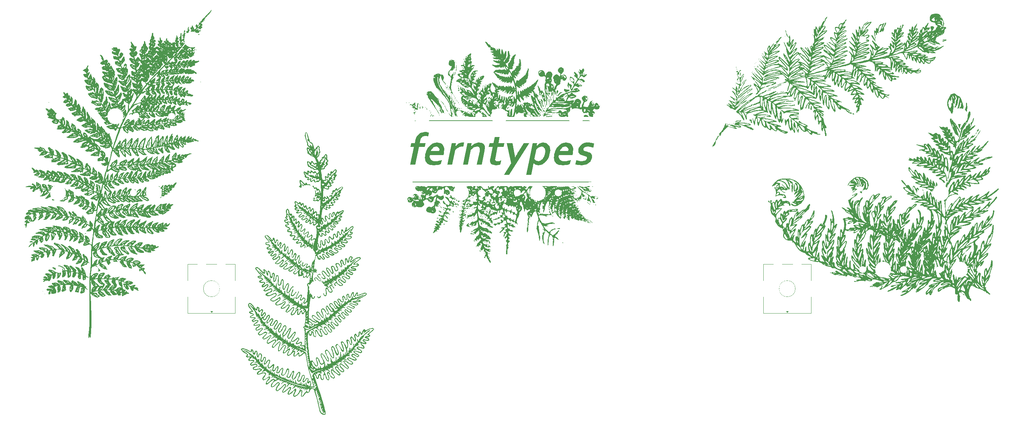
<source format=gbr>
%TF.GenerationSoftware,KiCad,Pcbnew,8.0.3*%
%TF.CreationDate,2024-09-04T21:23:07+02:00*%
%TF.ProjectId,ferntypes,6665726e-7479-4706-9573-2e6b69636164,rev?*%
%TF.SameCoordinates,Original*%
%TF.FileFunction,Legend,Top*%
%TF.FilePolarity,Positive*%
%FSLAX46Y46*%
G04 Gerber Fmt 4.6, Leading zero omitted, Abs format (unit mm)*
G04 Created by KiCad (PCBNEW 8.0.3) date 2024-09-04 21:23:07*
%MOMM*%
%LPD*%
G01*
G04 APERTURE LIST*
%ADD10C,1.000000*%
%ADD11C,0.300000*%
%ADD12C,0.120000*%
%ADD13C,0.000000*%
%ADD14C,1.750000*%
%ADD15C,3.987800*%
G04 APERTURE END LIST*
D10*
G36*
X129967995Y-65373319D02*
G01*
X129578848Y-65287910D01*
X129551805Y-65283437D01*
X129151875Y-65248301D01*
X129139523Y-65248266D01*
X128744827Y-65302977D01*
X128426334Y-65480785D01*
X128185999Y-65801232D01*
X128049864Y-66178679D01*
X128025776Y-66281902D01*
X127877276Y-66998999D01*
X129323194Y-66998999D01*
X129116076Y-67999418D01*
X127670158Y-67999418D01*
X126759621Y-72376250D01*
X125536453Y-72376250D01*
X126446990Y-67999418D01*
X125565762Y-67999418D01*
X125772880Y-66998999D01*
X126654108Y-66998999D01*
X126785022Y-66371783D01*
X126887696Y-65976110D01*
X127035514Y-65597076D01*
X127130870Y-65414351D01*
X127349071Y-65089829D01*
X127619379Y-64803550D01*
X127677974Y-64753919D01*
X128012587Y-64528238D01*
X128383347Y-64370946D01*
X128783906Y-64278622D01*
X129180724Y-64247968D01*
X129207911Y-64247848D01*
X129603951Y-64273127D01*
X129733522Y-64292788D01*
X130125043Y-64382975D01*
X130171205Y-64398301D01*
X129967995Y-65373319D01*
G37*
G36*
X132616152Y-66903118D02*
G01*
X133018420Y-67007899D01*
X133064994Y-67026354D01*
X133416011Y-67235291D01*
X133657039Y-67501162D01*
X133839733Y-67870946D01*
X133930667Y-68272245D01*
X133938407Y-68335496D01*
X133952603Y-68744084D01*
X133915893Y-69164485D01*
X133850479Y-69541079D01*
X133759789Y-69926364D01*
X133741059Y-70000255D01*
X130378323Y-70000255D01*
X130354513Y-70397465D01*
X130393955Y-70693905D01*
X130556206Y-71050270D01*
X130649921Y-71158943D01*
X130988713Y-71378332D01*
X131103236Y-71418818D01*
X131490042Y-71491186D01*
X131714820Y-71500883D01*
X132121956Y-71482685D01*
X132502259Y-71436403D01*
X132898991Y-71363502D01*
X133305169Y-71265700D01*
X133360040Y-71250778D01*
X133158784Y-72216026D01*
X132773208Y-72327241D01*
X132359621Y-72409467D01*
X131960925Y-72465429D01*
X131556184Y-72495562D01*
X131282999Y-72501302D01*
X130879998Y-72480694D01*
X130473181Y-72411857D01*
X130266948Y-72354756D01*
X129902568Y-72192121D01*
X129595166Y-71941505D01*
X129543989Y-71881902D01*
X129335334Y-71533484D01*
X129210312Y-71131597D01*
X129192280Y-71035845D01*
X129161597Y-70614984D01*
X129187662Y-70216830D01*
X129251255Y-69821620D01*
X129260668Y-69775552D01*
X129357972Y-69379964D01*
X129487088Y-68999836D01*
X130644059Y-68999836D01*
X132725008Y-68999836D01*
X132755775Y-68602467D01*
X132752364Y-68564107D01*
X132640989Y-68206536D01*
X132385022Y-67964247D01*
X131991835Y-67874453D01*
X131976648Y-67874365D01*
X131587621Y-67938353D01*
X131521380Y-67964247D01*
X131183928Y-68168983D01*
X131140361Y-68206536D01*
X130883585Y-68501281D01*
X130843361Y-68564107D01*
X130669018Y-68927890D01*
X130644059Y-68999836D01*
X129487088Y-68999836D01*
X129495816Y-68974139D01*
X129664955Y-68603806D01*
X129721798Y-68499627D01*
X129946471Y-68145658D01*
X130193309Y-67836019D01*
X130436941Y-67592998D01*
X130748534Y-67348633D01*
X131104697Y-67140957D01*
X131304492Y-67053709D01*
X131679136Y-66937320D01*
X132078992Y-66878335D01*
X132220891Y-66873947D01*
X132616152Y-66903118D01*
G37*
G36*
X138684534Y-67874365D02*
G01*
X138575113Y-67874365D01*
X138184538Y-67900686D01*
X137783736Y-67989438D01*
X137500444Y-68097115D01*
X137155238Y-68297699D01*
X136852346Y-68565328D01*
X136673927Y-68780995D01*
X135925567Y-72376250D01*
X134702398Y-72376250D01*
X135820054Y-66998999D01*
X136828288Y-66998999D01*
X136785301Y-67755175D01*
X136806795Y-67755175D01*
X137079883Y-67450806D01*
X137397473Y-67204484D01*
X137559063Y-67110374D01*
X137938767Y-66957296D01*
X138353943Y-66882259D01*
X138557528Y-66873947D01*
X138887744Y-66893486D01*
X138684534Y-67874365D01*
G37*
G36*
X140701003Y-67755175D02*
G01*
X140722496Y-67755175D01*
X141009617Y-67479079D01*
X141072252Y-67428866D01*
X141402712Y-67208681D01*
X141521659Y-67145545D01*
X141891937Y-66995625D01*
X142047269Y-66950150D01*
X142443385Y-66881388D01*
X142629544Y-66873947D01*
X143021459Y-66908267D01*
X143164925Y-66940381D01*
X143531358Y-67098642D01*
X143604562Y-67149453D01*
X143879009Y-67446671D01*
X143919146Y-67514840D01*
X144052869Y-67898423D01*
X144073508Y-68048266D01*
X144067646Y-68423423D01*
X144002678Y-68824989D01*
X143989488Y-68890416D01*
X143264576Y-72376250D01*
X142041407Y-72376250D01*
X142738965Y-69019376D01*
X142803445Y-68640311D01*
X142799537Y-68362851D01*
X142610564Y-68010248D01*
X142578742Y-67987694D01*
X142187220Y-67876136D01*
X142117611Y-67874365D01*
X141713071Y-67932820D01*
X141349712Y-68081483D01*
X141015626Y-68296905D01*
X140719468Y-68561237D01*
X140609167Y-68679390D01*
X139841268Y-72376250D01*
X138618100Y-72376250D01*
X139735755Y-66998999D01*
X140743989Y-66998999D01*
X140701003Y-67755175D01*
G37*
G36*
X147873927Y-72370388D02*
G01*
X147486313Y-72446958D01*
X147338546Y-72466131D01*
X146941591Y-72497867D01*
X146775811Y-72501302D01*
X146363575Y-72474981D01*
X145966879Y-72376005D01*
X145771484Y-72278552D01*
X145487186Y-72007443D01*
X145337709Y-71639613D01*
X145327474Y-71235903D01*
X145390465Y-70828727D01*
X145978602Y-67999418D01*
X145005539Y-67999418D01*
X145212657Y-66998999D01*
X146185720Y-66998999D01*
X146498351Y-65498371D01*
X147721519Y-65498371D01*
X147408888Y-66998999D01*
X148913424Y-66998999D01*
X148706306Y-67999418D01*
X147201770Y-67999418D01*
X146629265Y-70748615D01*
X146599223Y-71143556D01*
X146621449Y-71233193D01*
X146940240Y-71474742D01*
X147201770Y-71500883D01*
X147593078Y-71473955D01*
X147649223Y-71465712D01*
X148042055Y-71383980D01*
X148081045Y-71373877D01*
X147873927Y-72370388D01*
G37*
G36*
X149503515Y-66998999D02*
G01*
X150871275Y-66998999D01*
X151248386Y-68927540D01*
X151323376Y-69319275D01*
X151398536Y-69725596D01*
X151468176Y-70123102D01*
X151530839Y-70519691D01*
X151535615Y-70553221D01*
X151555155Y-70553221D01*
X151759825Y-70186658D01*
X151975094Y-69815653D01*
X152209336Y-69418896D01*
X152444199Y-69025238D01*
X153671275Y-66998999D01*
X155052712Y-66998999D01*
X150060389Y-74877296D01*
X148804003Y-74877296D01*
X150587953Y-72026494D01*
X149503515Y-66998999D01*
G37*
G36*
X158939593Y-66914979D02*
G01*
X159316216Y-67038078D01*
X159649363Y-67244219D01*
X159918030Y-67538287D01*
X160106307Y-67892430D01*
X160218506Y-68293461D01*
X160234569Y-68388252D01*
X160261313Y-68800870D01*
X160229829Y-69226896D01*
X160164227Y-69609467D01*
X160064879Y-70013400D01*
X159940493Y-70385495D01*
X159772919Y-70761591D01*
X159697234Y-70901023D01*
X159473254Y-71253648D01*
X159228494Y-71561944D01*
X158987953Y-71803744D01*
X158658928Y-72062371D01*
X158319583Y-72260372D01*
X158159481Y-72331309D01*
X157760459Y-72453325D01*
X157365730Y-72500638D01*
X157313424Y-72501302D01*
X156910408Y-72457185D01*
X156606097Y-72344986D01*
X156282780Y-72118146D01*
X156137151Y-71954198D01*
X156115657Y-71954198D01*
X156060947Y-72260967D01*
X155987571Y-72647546D01*
X155978881Y-72690834D01*
X155523613Y-74877296D01*
X154300444Y-74877296D01*
X155122801Y-70920562D01*
X156346223Y-70920562D01*
X156494722Y-71123772D01*
X156707702Y-71309397D01*
X156987116Y-71448127D01*
X157327102Y-71500883D01*
X157715242Y-71438082D01*
X157880068Y-71368015D01*
X158208849Y-71131840D01*
X158341198Y-70990904D01*
X158563911Y-70667801D01*
X158694862Y-70408629D01*
X158836521Y-70027963D01*
X158931289Y-69656361D01*
X158995603Y-69264580D01*
X159011400Y-68878692D01*
X158953057Y-68488960D01*
X158890256Y-68323772D01*
X158637862Y-68017736D01*
X158591303Y-67987694D01*
X158204269Y-67876136D01*
X158139942Y-67874365D01*
X157742481Y-67941944D01*
X157469740Y-68058036D01*
X157125340Y-68279623D01*
X156842524Y-68532844D01*
X156346223Y-70920562D01*
X155122801Y-70920562D01*
X155937849Y-66998999D01*
X157020333Y-66998999D01*
X156946083Y-67608629D01*
X156965622Y-67608629D01*
X157267243Y-67333112D01*
X157615232Y-67107397D01*
X157665134Y-67081065D01*
X158030796Y-66939480D01*
X158423386Y-66877183D01*
X158540500Y-66873947D01*
X158939593Y-66914979D01*
G37*
G36*
X164621735Y-66903118D02*
G01*
X165024003Y-67007899D01*
X165070577Y-67026354D01*
X165421594Y-67235291D01*
X165662622Y-67501162D01*
X165845315Y-67870946D01*
X165936250Y-68272245D01*
X165943989Y-68335496D01*
X165958186Y-68744084D01*
X165921475Y-69164485D01*
X165856062Y-69541079D01*
X165765372Y-69926364D01*
X165746641Y-70000255D01*
X162383906Y-70000255D01*
X162360096Y-70397465D01*
X162399537Y-70693905D01*
X162561789Y-71050270D01*
X162655504Y-71158943D01*
X162994295Y-71378332D01*
X163108818Y-71418818D01*
X163495625Y-71491186D01*
X163720403Y-71500883D01*
X164127538Y-71482685D01*
X164507842Y-71436403D01*
X164904574Y-71363502D01*
X165310752Y-71265700D01*
X165365622Y-71250778D01*
X165164366Y-72216026D01*
X164778791Y-72327241D01*
X164365204Y-72409467D01*
X163966508Y-72465429D01*
X163561767Y-72495562D01*
X163288581Y-72501302D01*
X162885581Y-72480694D01*
X162478764Y-72411857D01*
X162272531Y-72354756D01*
X161908151Y-72192121D01*
X161600749Y-71941505D01*
X161549572Y-71881902D01*
X161340916Y-71533484D01*
X161215894Y-71131597D01*
X161197862Y-71035845D01*
X161167179Y-70614984D01*
X161193245Y-70216830D01*
X161256838Y-69821620D01*
X161266250Y-69775552D01*
X161363555Y-69379964D01*
X161492671Y-68999836D01*
X162649642Y-68999836D01*
X164730591Y-68999836D01*
X164761358Y-68602467D01*
X164757946Y-68564107D01*
X164646571Y-68206536D01*
X164390605Y-67964247D01*
X163997418Y-67874453D01*
X163982231Y-67874365D01*
X163593204Y-67938353D01*
X163526962Y-67964247D01*
X163189510Y-68168983D01*
X163145943Y-68206536D01*
X162889168Y-68501281D01*
X162848944Y-68564107D01*
X162674601Y-68927890D01*
X162649642Y-68999836D01*
X161492671Y-68999836D01*
X161501399Y-68974139D01*
X161670537Y-68603806D01*
X161727381Y-68499627D01*
X161952054Y-68145658D01*
X162198892Y-67836019D01*
X162442524Y-67592998D01*
X162754117Y-67348633D01*
X163110280Y-67140957D01*
X163310075Y-67053709D01*
X163684718Y-66937320D01*
X164084574Y-66878335D01*
X164226474Y-66873947D01*
X164621735Y-66903118D01*
G37*
G36*
X169357528Y-70809187D02*
G01*
X169320403Y-70527820D01*
X169107423Y-70342195D01*
X168771345Y-70213235D01*
X168382002Y-70105281D01*
X168368832Y-70101860D01*
X167983784Y-69971434D01*
X167862761Y-69922097D01*
X167524409Y-69714422D01*
X167460249Y-69654407D01*
X167254221Y-69314324D01*
X167231638Y-69238217D01*
X167209473Y-68838071D01*
X167243361Y-68620771D01*
X167358222Y-68227474D01*
X167544152Y-67865689D01*
X167557946Y-67845056D01*
X167820406Y-67526737D01*
X168091373Y-67299906D01*
X168438562Y-67102421D01*
X168773299Y-66979460D01*
X169174790Y-66897131D01*
X169537290Y-66873947D01*
X169942917Y-66888159D01*
X170344314Y-66934927D01*
X170420472Y-66948196D01*
X170801980Y-67033193D01*
X171137569Y-67139683D01*
X170932405Y-68124470D01*
X170580696Y-68028727D01*
X170197723Y-67950569D01*
X169808888Y-67895859D01*
X169437639Y-67874365D01*
X169046851Y-67923214D01*
X168765483Y-68056082D01*
X168585720Y-68247568D01*
X168495839Y-68472272D01*
X168527102Y-68771225D01*
X168749851Y-68958804D01*
X169074206Y-69077994D01*
X169410284Y-69167875D01*
X169789105Y-69282914D01*
X169914401Y-69328099D01*
X170262256Y-69521156D01*
X170344269Y-69591881D01*
X170564326Y-69915264D01*
X170604143Y-70027610D01*
X170641085Y-70419467D01*
X170600235Y-70709536D01*
X170481825Y-71109188D01*
X170302450Y-71458179D01*
X170273927Y-71500883D01*
X170015518Y-71809118D01*
X169705329Y-72061665D01*
X169344827Y-72257059D01*
X168962491Y-72387004D01*
X168935476Y-72393835D01*
X168543207Y-72467299D01*
X168125506Y-72499623D01*
X168001491Y-72501302D01*
X167590629Y-72486716D01*
X167198562Y-72438717D01*
X167126125Y-72425098D01*
X166745427Y-72329202D01*
X166512587Y-72237520D01*
X166717751Y-71250778D01*
X167093885Y-71372411D01*
X167448525Y-71448127D01*
X167845443Y-71492176D01*
X168101142Y-71500883D01*
X168495442Y-71470963D01*
X168548595Y-71461804D01*
X168927660Y-71338706D01*
X169205120Y-71121818D01*
X169357528Y-70809187D01*
G37*
D11*
X98691072Y-98468507D02*
X98548215Y-98397078D01*
X98548215Y-98397078D02*
X98333929Y-98397078D01*
X98333929Y-98397078D02*
X98119643Y-98468507D01*
X98119643Y-98468507D02*
X97976786Y-98611364D01*
X97976786Y-98611364D02*
X97905357Y-98754221D01*
X97905357Y-98754221D02*
X97833929Y-99039935D01*
X97833929Y-99039935D02*
X97833929Y-99254221D01*
X97833929Y-99254221D02*
X97905357Y-99539935D01*
X97905357Y-99539935D02*
X97976786Y-99682792D01*
X97976786Y-99682792D02*
X98119643Y-99825650D01*
X98119643Y-99825650D02*
X98333929Y-99897078D01*
X98333929Y-99897078D02*
X98476786Y-99897078D01*
X98476786Y-99897078D02*
X98691072Y-99825650D01*
X98691072Y-99825650D02*
X98762500Y-99754221D01*
X98762500Y-99754221D02*
X98762500Y-99254221D01*
X98762500Y-99254221D02*
X98476786Y-99254221D01*
X99619643Y-98397078D02*
X99619643Y-98754221D01*
X99262500Y-98611364D02*
X99619643Y-98754221D01*
X99619643Y-98754221D02*
X99976786Y-98611364D01*
X99405357Y-99039935D02*
X99619643Y-98754221D01*
X99619643Y-98754221D02*
X99833929Y-99039935D01*
X100762500Y-98397078D02*
X100762500Y-98754221D01*
X100405357Y-98611364D02*
X100762500Y-98754221D01*
X100762500Y-98754221D02*
X101119643Y-98611364D01*
X100548214Y-99039935D02*
X100762500Y-98754221D01*
X100762500Y-98754221D02*
X100976786Y-99039935D01*
X101905357Y-98397078D02*
X101905357Y-98754221D01*
X101548214Y-98611364D02*
X101905357Y-98754221D01*
X101905357Y-98754221D02*
X102262500Y-98611364D01*
X101691071Y-99039935D02*
X101905357Y-98754221D01*
X101905357Y-98754221D02*
X102119643Y-99039935D01*
D12*
%TO.C,SW1*%
X70300000Y-97087500D02*
X72700000Y-97087500D01*
X70300000Y-101187500D02*
X70300000Y-97087500D01*
X70300000Y-105187500D02*
X70300000Y-109287500D01*
X70300000Y-109287500D02*
X82100000Y-109287500D01*
X74900000Y-97087500D02*
X77500000Y-97087500D01*
X79700000Y-97087500D02*
X82100000Y-97087500D01*
X82100000Y-97087500D02*
X82100000Y-101187500D01*
X82100000Y-105187500D02*
X82100000Y-109287500D01*
X78200000Y-103187500D02*
G75*
G02*
X74200000Y-103187500I-2000000J0D01*
G01*
X74200000Y-103187500D02*
G75*
G02*
X78200000Y-103187500I2000000J0D01*
G01*
X76200000Y-109085608D02*
X75960000Y-108755608D01*
X76440000Y-108755608D01*
X76200000Y-109085608D01*
G36*
X76200000Y-109085608D02*
G01*
X75960000Y-108755608D01*
X76440000Y-108755608D01*
X76200000Y-109085608D01*
G37*
D13*
%TO.C,G\u002A\u002A\u002A*%
G36*
X99708553Y-64342111D02*
G01*
X99826871Y-64391093D01*
X99932369Y-64524596D01*
X100043139Y-64779834D01*
X100177269Y-65194017D01*
X100259828Y-65476105D01*
X100431344Y-66050484D01*
X100569718Y-66443005D01*
X100693098Y-66686642D01*
X100819634Y-66814368D01*
X100967476Y-66859157D01*
X101022303Y-66861359D01*
X101135651Y-66879221D01*
X101230240Y-66957392D01*
X101325461Y-67132751D01*
X101440703Y-67442178D01*
X101595357Y-67922551D01*
X101617447Y-67993316D01*
X101750077Y-68357420D01*
X101869403Y-68578526D01*
X101958219Y-68635464D01*
X101999321Y-68507066D01*
X102000326Y-68464406D01*
X102069953Y-68286056D01*
X102244607Y-68034574D01*
X102325336Y-67939841D01*
X102547249Y-67719621D01*
X102703378Y-67651818D01*
X102849901Y-67704987D01*
X102986997Y-67867172D01*
X103025660Y-68153582D01*
X103020660Y-68277518D01*
X103027664Y-68574840D01*
X103080435Y-68768369D01*
X103103486Y-68793234D01*
X103193645Y-68955414D01*
X103208634Y-69202465D01*
X103148234Y-69411866D01*
X103104674Y-69456576D01*
X103023032Y-69606901D01*
X102994240Y-69828954D01*
X102893952Y-70162539D01*
X102673084Y-70440767D01*
X102351928Y-70748454D01*
X102605368Y-71295479D01*
X102791495Y-71641261D01*
X102932995Y-71788131D01*
X103021645Y-71732309D01*
X103049457Y-71499620D01*
X103110222Y-71272035D01*
X103297935Y-71188243D01*
X103482949Y-71107902D01*
X103544801Y-70897303D01*
X103546413Y-70829330D01*
X103584703Y-70588114D01*
X103721465Y-70507170D01*
X103756375Y-70505707D01*
X103954877Y-70411463D01*
X104165157Y-70166513D01*
X104194389Y-70119185D01*
X104376295Y-69874594D01*
X104548726Y-69741049D01*
X104587934Y-69732663D01*
X104787213Y-69830716D01*
X104908607Y-70091179D01*
X104932845Y-70463514D01*
X104917229Y-70596194D01*
X104892136Y-70896561D01*
X104952029Y-71049689D01*
X105025765Y-71093397D01*
X105174422Y-71247960D01*
X105184195Y-71483019D01*
X105053587Y-71706132D01*
X105035921Y-71721620D01*
X104930792Y-71876701D01*
X104993059Y-72009822D01*
X105067374Y-72242624D01*
X104928715Y-72491968D01*
X104682078Y-72686162D01*
X104429525Y-72939496D01*
X104374674Y-73151198D01*
X104338435Y-73336460D01*
X104190427Y-73445359D01*
X103934843Y-73513726D01*
X103637245Y-73590188D01*
X103439681Y-73667648D01*
X103414249Y-73685871D01*
X103405485Y-73813220D01*
X103429927Y-74101481D01*
X103478963Y-74494693D01*
X103543978Y-74936895D01*
X103616359Y-75372123D01*
X103687493Y-75744418D01*
X103748765Y-75997816D01*
X103782023Y-76075300D01*
X103926252Y-76135978D01*
X104160556Y-76184893D01*
X104392838Y-76209075D01*
X104531000Y-76195550D01*
X104540326Y-76182105D01*
X104505790Y-76030363D01*
X104421286Y-75769581D01*
X104407733Y-75731663D01*
X104340239Y-75407391D01*
X104396963Y-75214142D01*
X104554229Y-75180556D01*
X104758587Y-75307258D01*
X104906359Y-75424024D01*
X104978739Y-75405625D01*
X104996135Y-75221031D01*
X104985754Y-74961860D01*
X105020035Y-74654672D01*
X105144554Y-74521411D01*
X105329283Y-74580739D01*
X105431783Y-74684658D01*
X105626740Y-74884311D01*
X105726500Y-74891266D01*
X105723361Y-74706630D01*
X105709191Y-74644745D01*
X105700333Y-74341313D01*
X105760138Y-74140658D01*
X105879131Y-73988906D01*
X106013767Y-74026402D01*
X106044659Y-74050793D01*
X106175288Y-74108444D01*
X106327476Y-74034930D01*
X106535585Y-73828408D01*
X106804985Y-73583534D01*
X107010294Y-73531523D01*
X107186516Y-73667849D01*
X107234678Y-73737985D01*
X107279639Y-73920618D01*
X107209186Y-74191240D01*
X107108358Y-74416693D01*
X106977666Y-74712583D01*
X106957060Y-74846717D01*
X107028012Y-74851486D01*
X107202579Y-74851293D01*
X107270643Y-74982756D01*
X107229647Y-75182649D01*
X107077033Y-75387747D01*
X107050602Y-75410104D01*
X106861490Y-75597287D01*
X106838485Y-75756453D01*
X106879205Y-75847336D01*
X106914700Y-76061338D01*
X106754967Y-76199780D01*
X106445326Y-76246625D01*
X106233372Y-76283772D01*
X106231137Y-76390023D01*
X106368511Y-76515141D01*
X106496509Y-76694074D01*
X106445674Y-76867918D01*
X106255479Y-76998038D01*
X105965398Y-77045800D01*
X105837935Y-77034437D01*
X105758354Y-77074005D01*
X105838592Y-77222696D01*
X105925999Y-77318460D01*
X106035535Y-77465268D01*
X105988320Y-77603419D01*
X105907470Y-77698655D01*
X105697337Y-77838081D01*
X105534626Y-77849743D01*
X105409906Y-77848358D01*
X105384241Y-77990941D01*
X105398435Y-78113357D01*
X105365830Y-78391065D01*
X105178605Y-78525840D01*
X104855498Y-78511608D01*
X104527057Y-78395810D01*
X104247553Y-78291917D01*
X104057192Y-78261706D01*
X104024234Y-78273684D01*
X103994738Y-78405364D01*
X103965424Y-78714111D01*
X103939397Y-79156138D01*
X103919761Y-79687662D01*
X103917328Y-79781833D01*
X103906757Y-80384615D01*
X103911083Y-80798237D01*
X103932903Y-81054067D01*
X103974812Y-81183473D01*
X104036180Y-81217881D01*
X104129242Y-81179357D01*
X104113726Y-81027368D01*
X104064933Y-80886974D01*
X103996624Y-80625000D01*
X104054488Y-80449536D01*
X104116102Y-80379993D01*
X104254862Y-80273764D01*
X104380589Y-80312334D01*
X104525520Y-80454385D01*
X104734087Y-80621310D01*
X104843855Y-80598792D01*
X104829695Y-80405613D01*
X104775871Y-80267292D01*
X104721493Y-79985596D01*
X104727975Y-79968723D01*
X104975842Y-79968723D01*
X105011865Y-80144918D01*
X105132021Y-80343270D01*
X105202935Y-80415244D01*
X105371822Y-80630007D01*
X105423805Y-80800685D01*
X105448496Y-80965329D01*
X105544188Y-80961872D01*
X105743304Y-80787911D01*
X105755109Y-80776142D01*
X105935337Y-80454111D01*
X105975979Y-80162233D01*
X106002137Y-79910953D01*
X106071339Y-79831029D01*
X106086413Y-79837446D01*
X106168932Y-79988149D01*
X106197261Y-80202877D01*
X106197674Y-80500055D01*
X106416507Y-80141142D01*
X106581771Y-79909125D01*
X106714844Y-79787507D01*
X106735109Y-79782229D01*
X106818979Y-79685574D01*
X106902718Y-79445631D01*
X106920517Y-79368098D01*
X106984204Y-79142358D01*
X107037090Y-79108060D01*
X107051339Y-79147229D01*
X107114150Y-79299522D01*
X107222843Y-79311630D01*
X107411162Y-79172332D01*
X107632500Y-78953968D01*
X107872696Y-78727951D01*
X108061322Y-78588764D01*
X108118316Y-78567446D01*
X108111665Y-78636836D01*
X107977393Y-78815700D01*
X107820565Y-78986233D01*
X107587899Y-79258234D01*
X107439775Y-79496218D01*
X107411631Y-79593624D01*
X107344783Y-79759249D01*
X107273587Y-79790947D01*
X107200162Y-79815763D01*
X107280586Y-79857700D01*
X107449832Y-79823462D01*
X107620848Y-79652692D01*
X107728634Y-79419392D01*
X107734034Y-79377301D01*
X107890182Y-79377301D01*
X107905341Y-79442954D01*
X107963805Y-79450924D01*
X108054705Y-79410518D01*
X108037428Y-79377301D01*
X107906368Y-79364084D01*
X107890182Y-79377301D01*
X107734034Y-79377301D01*
X107739423Y-79335293D01*
X107815961Y-79167747D01*
X108009156Y-78918303D01*
X108184674Y-78733098D01*
X108430510Y-78457083D01*
X108590885Y-78208026D01*
X108626413Y-78090593D01*
X108613360Y-77954820D01*
X108535381Y-77947980D01*
X108334248Y-78066958D01*
X108322718Y-78074355D01*
X108040534Y-78295862D01*
X107758786Y-78575167D01*
X107734926Y-78602643D01*
X107492922Y-78814166D01*
X107303661Y-78844462D01*
X107199126Y-78694356D01*
X107188247Y-78588537D01*
X107147927Y-78547684D01*
X107047569Y-78686276D01*
X107008801Y-78760707D01*
X106824836Y-79028655D01*
X106643153Y-79116084D01*
X106495977Y-79009496D01*
X106481477Y-78981577D01*
X106451197Y-78968482D01*
X106469897Y-79129373D01*
X106454669Y-79428412D01*
X106370097Y-79624863D01*
X106241883Y-79766713D01*
X106122054Y-79741790D01*
X106008514Y-79646020D01*
X105871480Y-79535531D01*
X105824389Y-79572584D01*
X105839153Y-79790404D01*
X105844839Y-79839627D01*
X105821645Y-80156619D01*
X105688455Y-80314500D01*
X105486156Y-80291087D01*
X105306076Y-80131949D01*
X105143667Y-79957060D01*
X105047190Y-79892663D01*
X104975842Y-79968723D01*
X104727975Y-79968723D01*
X104802161Y-79775625D01*
X104965986Y-79673546D01*
X105161079Y-79715523D01*
X105313370Y-79892663D01*
X105469099Y-80092035D01*
X105585254Y-80087126D01*
X105628215Y-79894445D01*
X105613792Y-79745143D01*
X105600817Y-79446035D01*
X105651381Y-79227091D01*
X105655372Y-79220577D01*
X105751677Y-79143446D01*
X105879220Y-79227627D01*
X105974336Y-79340490D01*
X106124197Y-79497452D01*
X106202324Y-79515483D01*
X106204541Y-79506142D01*
X106219099Y-79323044D01*
X106234605Y-79064403D01*
X106274543Y-78831243D01*
X106403961Y-78753082D01*
X106555761Y-78753889D01*
X106785666Y-78730181D01*
X106858892Y-78595598D01*
X106859457Y-78574150D01*
X106929944Y-78352670D01*
X107091666Y-78193780D01*
X107270013Y-78165143D01*
X107296358Y-78177935D01*
X107398886Y-78339168D01*
X107411631Y-78428973D01*
X107444589Y-78516722D01*
X107565776Y-78456498D01*
X107715326Y-78325514D01*
X108108689Y-78020348D01*
X108445555Y-77865923D01*
X108698951Y-77849307D01*
X108841904Y-77957568D01*
X108847441Y-78177773D01*
X108688588Y-78496991D01*
X108520213Y-78711403D01*
X108314035Y-78991849D01*
X108285343Y-79166716D01*
X108307220Y-79197992D01*
X108327098Y-79337449D01*
X108148148Y-79526926D01*
X107972319Y-79684162D01*
X107962334Y-79782302D01*
X108057446Y-79858406D01*
X108172778Y-79958772D01*
X108141367Y-80075673D01*
X108029515Y-80209932D01*
X107784250Y-80385804D01*
X107560167Y-80444837D01*
X107360962Y-80484905D01*
X107301196Y-80555272D01*
X107390171Y-80654323D01*
X107460331Y-80665707D01*
X107658390Y-80742415D01*
X107696053Y-80924816D01*
X107620727Y-81066414D01*
X107457110Y-81172668D01*
X107178886Y-81191659D01*
X106976220Y-81171501D01*
X106677649Y-81136804D01*
X106568837Y-81145652D01*
X106620792Y-81211080D01*
X106721413Y-81286057D01*
X106905452Y-81468028D01*
X106969892Y-81613987D01*
X106877219Y-81795537D01*
X106667210Y-81903620D01*
X106441880Y-81890625D01*
X106411767Y-81874475D01*
X106181513Y-81768929D01*
X106097481Y-81805320D01*
X106186040Y-81954082D01*
X106269927Y-82033493D01*
X106463423Y-82221470D01*
X106501198Y-82353070D01*
X106419252Y-82486033D01*
X106208527Y-82619511D01*
X105898275Y-82616059D01*
X105620118Y-82600385D01*
X105541806Y-82677097D01*
X105659338Y-82844892D01*
X105736579Y-83043073D01*
X105651070Y-83230760D01*
X105445405Y-83316109D01*
X105440793Y-83316142D01*
X105193598Y-83235792D01*
X105092500Y-83150490D01*
X104923591Y-83004032D01*
X104826070Y-83011122D01*
X104849222Y-83161245D01*
X104867745Y-83198447D01*
X104961005Y-83422533D01*
X104982066Y-83529751D01*
X104902792Y-83635552D01*
X104714765Y-83631030D01*
X104492678Y-83528874D01*
X104374674Y-83426577D01*
X104133532Y-83219819D01*
X103947757Y-83206787D01*
X103806708Y-83395441D01*
X103699746Y-83793739D01*
X103673348Y-83951142D01*
X103577177Y-84595365D01*
X103517152Y-85051383D01*
X103493059Y-85348847D01*
X103504683Y-85517408D01*
X103551809Y-85586717D01*
X103634224Y-85586426D01*
X103661582Y-85578552D01*
X103820133Y-85585221D01*
X103971231Y-85741332D01*
X104095633Y-85960785D01*
X104254162Y-86228955D01*
X104390570Y-86388746D01*
X104432136Y-86408316D01*
X104519700Y-86322197D01*
X104534474Y-86136088D01*
X104476947Y-85958354D01*
X104429892Y-85911359D01*
X104355485Y-85764648D01*
X104319959Y-85496524D01*
X104319457Y-85459636D01*
X104368186Y-85131943D01*
X104507399Y-85002005D01*
X104726639Y-85071126D01*
X105015445Y-85340607D01*
X105040383Y-85369841D01*
X105297845Y-85636810D01*
X105454818Y-85713091D01*
X105504675Y-85600604D01*
X105440789Y-85301269D01*
X105426819Y-85257884D01*
X105358313Y-84936487D01*
X105361525Y-84667743D01*
X105368037Y-84643093D01*
X105506655Y-84463461D01*
X105710844Y-84434048D01*
X105914192Y-84527975D01*
X106050289Y-84718362D01*
X106065527Y-84925405D01*
X106108299Y-85112681D01*
X106181173Y-85167648D01*
X106272560Y-85154026D01*
X106288691Y-84994456D01*
X106262827Y-84792583D01*
X106241903Y-84479071D01*
X106276859Y-84246199D01*
X106291735Y-84216363D01*
X106468031Y-84098738D01*
X106669709Y-84145217D01*
X106816635Y-84325865D01*
X106841199Y-84421618D01*
X106909912Y-84704399D01*
X106998797Y-84778739D01*
X107087496Y-84640621D01*
X107127799Y-84478152D01*
X107232361Y-84181564D01*
X107386820Y-84012269D01*
X107548873Y-84003316D01*
X107630275Y-84085584D01*
X107733506Y-84141189D01*
X107934934Y-84081923D01*
X108227883Y-83924732D01*
X108645186Y-83729400D01*
X108925204Y-83695012D01*
X109056757Y-83801177D01*
X109028665Y-84027509D01*
X108829748Y-84353618D01*
X108603420Y-84609570D01*
X108355862Y-84870393D01*
X108252535Y-85013387D01*
X108277476Y-85072777D01*
X108382550Y-85083098D01*
X108583902Y-85144725D01*
X108624486Y-85295964D01*
X108514308Y-85486354D01*
X108267500Y-85663391D01*
X108051133Y-85779934D01*
X108021612Y-85833302D01*
X108157066Y-85849079D01*
X108353315Y-85915005D01*
X108405544Y-86015532D01*
X108304791Y-86225577D01*
X108041258Y-86402835D01*
X107673036Y-86514967D01*
X107469884Y-86536424D01*
X107207786Y-86549420D01*
X107155720Y-86564142D01*
X107302930Y-86588384D01*
X107384022Y-86598638D01*
X107658423Y-86687760D01*
X107736818Y-86845641D01*
X107607456Y-87045247D01*
X107586107Y-87063601D01*
X107318221Y-87186290D01*
X106935701Y-87181457D01*
X106693805Y-87134017D01*
X106476289Y-87088605D01*
X106450719Y-87115903D01*
X106583370Y-87225286D01*
X106865738Y-87451410D01*
X107003074Y-87598098D01*
X107031562Y-87712180D01*
X107012789Y-87781034D01*
X106843765Y-87975501D01*
X106579513Y-87991256D01*
X106277023Y-87839058D01*
X106021688Y-87675087D01*
X105920543Y-87659545D01*
X105981415Y-87775448D01*
X106203645Y-87998273D01*
X106439341Y-88254983D01*
X106479635Y-88452564D01*
X106328505Y-88626917D01*
X106277118Y-88661240D01*
X106114272Y-88703115D01*
X105920935Y-88600578D01*
X105780692Y-88475869D01*
X105493987Y-88245362D01*
X105297321Y-88167410D01*
X105216883Y-88234020D01*
X105278864Y-88437200D01*
X105379053Y-88598440D01*
X105486686Y-88866475D01*
X105481005Y-89137594D01*
X105375683Y-89335518D01*
X105237136Y-89390055D01*
X105015990Y-89319712D01*
X104852041Y-89206674D01*
X104658943Y-89079503D01*
X104580724Y-89133303D01*
X104630710Y-89352905D01*
X104661144Y-89423959D01*
X104732345Y-89746806D01*
X104649307Y-89967682D01*
X104464604Y-90057065D01*
X104230813Y-89985430D01*
X104033215Y-89776577D01*
X103847143Y-89553656D01*
X103723257Y-89520159D01*
X103686778Y-89673167D01*
X103708201Y-89814197D01*
X103707434Y-90127298D01*
X103611378Y-90265443D01*
X103400731Y-90344929D01*
X103214646Y-90208954D01*
X103086489Y-89959110D01*
X102999915Y-89764402D01*
X102942042Y-89762244D01*
X102884511Y-89891587D01*
X102824967Y-90109712D01*
X102750326Y-90470980D01*
X102676110Y-90899796D01*
X102671655Y-90928309D01*
X102611741Y-91362641D01*
X102599034Y-91637643D01*
X102635994Y-91810276D01*
X102714793Y-91926342D01*
X102835323Y-92167276D01*
X102883805Y-92471413D01*
X102909632Y-92719086D01*
X103006502Y-92798227D01*
X103077066Y-92792509D01*
X103228246Y-92710826D01*
X103245344Y-92646368D01*
X103152760Y-92098923D01*
X103136941Y-91633615D01*
X103199933Y-91311883D01*
X103200805Y-91309955D01*
X103319814Y-91124312D01*
X103466054Y-91118523D01*
X103539608Y-91153369D01*
X103705979Y-91339492D01*
X103784959Y-91692917D01*
X103788566Y-91737294D01*
X103829574Y-92040043D01*
X103914198Y-92177666D01*
X104043370Y-92206142D01*
X104174899Y-92179839D01*
X104234577Y-92064135D01*
X104242086Y-91803837D01*
X104235915Y-91666146D01*
X104259284Y-91226326D01*
X104364839Y-90939852D01*
X104525268Y-90821774D01*
X104713257Y-90887141D01*
X104901491Y-91151001D01*
X104953741Y-91270646D01*
X105106979Y-91564612D01*
X105239261Y-91660145D01*
X105323203Y-91558334D01*
X105331424Y-91260263D01*
X105330969Y-91255679D01*
X105286936Y-90772456D01*
X105276901Y-90465918D01*
X105307576Y-90293569D01*
X105385674Y-90212916D01*
X105500255Y-90183862D01*
X105713433Y-90224669D01*
X105892602Y-90442110D01*
X105920864Y-90494601D01*
X106093882Y-90744319D01*
X106231364Y-90783954D01*
X106316484Y-90623501D01*
X106332411Y-90272952D01*
X106331112Y-90250980D01*
X106361393Y-89858125D01*
X106483772Y-89603354D01*
X106658904Y-89502225D01*
X106847441Y-89570297D01*
X107010037Y-89823129D01*
X107055234Y-89964643D01*
X107150481Y-90217848D01*
X107238920Y-90268239D01*
X107304903Y-90133694D01*
X107332780Y-89832092D01*
X107328983Y-89651907D01*
X107357411Y-89231022D01*
X107467521Y-88960963D01*
X107625063Y-88854396D01*
X107795784Y-88923984D01*
X107945433Y-89182390D01*
X108004850Y-89402022D01*
X108093286Y-89646752D01*
X108200222Y-89694281D01*
X108297855Y-89563366D01*
X108358381Y-89272767D01*
X108365095Y-89158967D01*
X108380294Y-88753378D01*
X108406868Y-88522960D01*
X108462553Y-88422110D01*
X108565086Y-88405221D01*
X108654022Y-88416070D01*
X108841403Y-88500679D01*
X108926450Y-88723692D01*
X108937106Y-88810272D01*
X108994248Y-89086086D01*
X109083560Y-89149316D01*
X109192761Y-89003729D01*
X109297201Y-88699837D01*
X109376471Y-88409177D01*
X109509892Y-88409177D01*
X109577934Y-88469051D01*
X109620326Y-88451359D01*
X109726638Y-88305065D01*
X109730761Y-88272672D01*
X109662719Y-88212798D01*
X109620326Y-88230490D01*
X109514015Y-88376784D01*
X109509892Y-88409177D01*
X109376471Y-88409177D01*
X109384615Y-88379314D01*
X109450562Y-88139797D01*
X109463821Y-88092446D01*
X109592074Y-87971560D01*
X109684160Y-87954403D01*
X109803596Y-88003204D01*
X109833230Y-88184753D01*
X109820023Y-88342750D01*
X109774686Y-88731096D01*
X110277289Y-88245080D01*
X110696768Y-87864863D01*
X111005543Y-87648826D01*
X111225928Y-87584827D01*
X111370365Y-87650354D01*
X111470851Y-87794887D01*
X111471917Y-87967685D01*
X111360557Y-88215123D01*
X111123764Y-88583576D01*
X111098160Y-88620908D01*
X110890494Y-88931504D01*
X110802538Y-89098201D01*
X110823723Y-89155455D01*
X110939263Y-89138829D01*
X111162334Y-89150100D01*
X111251103Y-89294387D01*
X111184678Y-89515176D01*
X111113025Y-89608903D01*
X110864393Y-89774122D01*
X110583571Y-89853268D01*
X110332153Y-89915681D01*
X110201555Y-90018624D01*
X110201331Y-90019293D01*
X110242507Y-90101196D01*
X110462684Y-90100705D01*
X110549783Y-90087988D01*
X110876022Y-90094446D01*
X111031908Y-90223676D01*
X110999884Y-90443015D01*
X110847386Y-90641643D01*
X110621635Y-90799917D01*
X110310774Y-90870610D01*
X110040592Y-90880924D01*
X109713938Y-90908170D01*
X109489825Y-90974972D01*
X109399394Y-91058926D01*
X109473788Y-91137626D01*
X109630292Y-91176105D01*
X109901277Y-91291073D01*
X110028099Y-91496372D01*
X109977068Y-91730240D01*
X109951366Y-91764721D01*
X109811082Y-91869805D01*
X109595078Y-91901271D01*
X109257524Y-91858903D01*
X108819674Y-91759407D01*
X108583317Y-91730458D01*
X108524007Y-91789868D01*
X108630571Y-91910425D01*
X108891841Y-92064914D01*
X108957718Y-92095707D01*
X109274663Y-92296772D01*
X109396355Y-92510421D01*
X109316216Y-92710202D01*
X109139400Y-92826323D01*
X108922321Y-92880947D01*
X108673072Y-92827103D01*
X108425974Y-92713521D01*
X108049666Y-92540258D01*
X107830748Y-92489861D01*
X107745927Y-92558157D01*
X107742935Y-92591181D01*
X107834797Y-92700968D01*
X108061273Y-92831967D01*
X108115975Y-92856000D01*
X108455141Y-93037053D01*
X108585687Y-93217987D01*
X108519169Y-93416181D01*
X108502459Y-93437214D01*
X108289268Y-93543851D01*
X107966063Y-93557388D01*
X107618951Y-93486311D01*
X107334040Y-93339105D01*
X107311538Y-93319848D01*
X107087217Y-93173881D01*
X106917197Y-93160313D01*
X106859457Y-93264156D01*
X106952854Y-93374004D01*
X107187495Y-93508300D01*
X107301196Y-93556995D01*
X107626837Y-93743212D01*
X107738960Y-93954618D01*
X107634766Y-94178801D01*
X107471336Y-94311617D01*
X107096682Y-94431961D01*
X106669459Y-94351172D01*
X106214669Y-94074915D01*
X106136718Y-94009188D01*
X105888601Y-93826091D01*
X105696042Y-93744832D01*
X105646163Y-93751308D01*
X105578649Y-93877314D01*
X105729383Y-94037010D01*
X106098382Y-94230411D01*
X106141631Y-94249185D01*
X106512000Y-94431782D01*
X106681812Y-94583035D01*
X106666058Y-94719793D01*
X106609763Y-94775330D01*
X106328924Y-94936437D01*
X106039464Y-94945291D01*
X105688744Y-94795777D01*
X105445055Y-94639969D01*
X105109559Y-94433805D01*
X104895943Y-94347750D01*
X104823761Y-94375815D01*
X104912569Y-94512011D01*
X105154784Y-94728870D01*
X105426259Y-95009227D01*
X105524616Y-95260689D01*
X105443317Y-95450670D01*
X105313370Y-95519185D01*
X104953892Y-95536463D01*
X104634678Y-95342244D01*
X104426368Y-95071744D01*
X104256935Y-94832054D01*
X104122145Y-94699919D01*
X104096098Y-94690924D01*
X103949408Y-94763830D01*
X103955534Y-94961102D01*
X104111471Y-95250569D01*
X104153742Y-95308050D01*
X104332081Y-95572866D01*
X104372095Y-95743540D01*
X104315339Y-95855451D01*
X104081375Y-96005063D01*
X103820842Y-95947059D01*
X103558921Y-95688545D01*
X103519820Y-95630987D01*
X103341654Y-95390122D01*
X103205881Y-95261735D01*
X103143977Y-95262441D01*
X103187420Y-95408853D01*
X103219727Y-95472597D01*
X103295303Y-95754468D01*
X103207198Y-95952464D01*
X103011228Y-96016142D01*
X102763418Y-95939127D01*
X102591697Y-95690517D01*
X102501539Y-95382408D01*
X102401361Y-95054859D01*
X102291127Y-94940888D01*
X102176253Y-95033746D01*
X102062155Y-95326684D01*
X101954250Y-95812954D01*
X101904299Y-96126577D01*
X101804285Y-96828974D01*
X101731058Y-97357003D01*
X101678882Y-97754755D01*
X101642020Y-98066322D01*
X101614736Y-98335798D01*
X101609746Y-98390490D01*
X101563689Y-98767435D01*
X101492095Y-99219665D01*
X101453911Y-99427084D01*
X101349651Y-100125262D01*
X101348305Y-100665948D01*
X101453940Y-101089165D01*
X101656146Y-101417734D01*
X101907685Y-101667832D01*
X102106015Y-101734116D01*
X102160965Y-101720738D01*
X102260722Y-101656613D01*
X102242634Y-101549136D01*
X102090791Y-101349087D01*
X102011160Y-101257260D01*
X101783011Y-100983600D01*
X101689470Y-100804467D01*
X101713541Y-100653765D01*
X101815480Y-100496324D01*
X102024834Y-100359218D01*
X102275396Y-100404612D01*
X102514648Y-100615012D01*
X102604844Y-100759281D01*
X102811257Y-101036120D01*
X103045109Y-101170218D01*
X103225075Y-101145200D01*
X103309588Y-101054705D01*
X103282561Y-100924055D01*
X103125165Y-100716041D01*
X102872341Y-100448085D01*
X102622231Y-100182453D01*
X102507863Y-100011972D01*
X102505552Y-99878935D01*
X102581840Y-99740294D01*
X102808650Y-99509210D01*
X103028597Y-99483592D01*
X103213028Y-99666080D01*
X103221176Y-99681436D01*
X103298121Y-99848261D01*
X103260891Y-99847245D01*
X103206540Y-99798533D01*
X102971847Y-99674784D01*
X102744507Y-99695213D01*
X102624696Y-99821721D01*
X102665563Y-99995803D01*
X102860511Y-100255274D01*
X103004111Y-100401112D01*
X103288098Y-100710572D01*
X103407857Y-100959151D01*
X103413079Y-101094807D01*
X103312333Y-101334455D01*
X103115984Y-101396696D01*
X102868067Y-101275255D01*
X102775034Y-101185758D01*
X102542571Y-100932157D01*
X102362400Y-100737229D01*
X102164189Y-100584945D01*
X102036222Y-100543968D01*
X101907617Y-100619180D01*
X101908302Y-100805790D01*
X102026482Y-101045256D01*
X102170571Y-101210891D01*
X102372345Y-101484075D01*
X102408996Y-101734269D01*
X102282888Y-101911011D01*
X102135478Y-101960071D01*
X101860903Y-101896987D01*
X101586320Y-101656375D01*
X101333146Y-101400032D01*
X101181381Y-101329804D01*
X101119590Y-101441942D01*
X101116848Y-101502431D01*
X101193639Y-101685033D01*
X101387190Y-101928216D01*
X101490538Y-102030137D01*
X101798875Y-102262056D01*
X102070965Y-102379298D01*
X102263066Y-102371104D01*
X102331631Y-102237028D01*
X102401981Y-102117820D01*
X102497283Y-102129991D01*
X102634435Y-102111670D01*
X102662935Y-101982672D01*
X102714441Y-101772707D01*
X102773370Y-101703533D01*
X102875134Y-101712289D01*
X102883805Y-101752233D01*
X102966915Y-101842848D01*
X103021848Y-101841577D01*
X103130909Y-101896176D01*
X103132283Y-101952011D01*
X103173639Y-102078699D01*
X103215109Y-102090055D01*
X103298126Y-101995547D01*
X103325544Y-101813968D01*
X103371491Y-101592299D01*
X103474247Y-101550269D01*
X103581184Y-101704357D01*
X103590067Y-101731142D01*
X103617356Y-101761734D01*
X103614426Y-101607919D01*
X103605108Y-101510272D01*
X103604418Y-101207026D01*
X103670450Y-101107267D01*
X103774558Y-101217092D01*
X103864600Y-101455055D01*
X103968233Y-101813968D01*
X103985955Y-101482663D01*
X104006054Y-101274603D01*
X104044908Y-101268312D01*
X104092530Y-101372229D01*
X104140231Y-101593060D01*
X104122923Y-101692987D01*
X104138410Y-101739453D01*
X104191959Y-101714079D01*
X104266520Y-101593098D01*
X105202935Y-101593098D01*
X105258153Y-101648316D01*
X105313370Y-101593098D01*
X105258153Y-101537881D01*
X105202935Y-101593098D01*
X104266520Y-101593098D01*
X104290355Y-101554424D01*
X104302901Y-101482663D01*
X105423805Y-101482663D01*
X105479022Y-101537881D01*
X105534240Y-101482663D01*
X105479022Y-101427446D01*
X105423805Y-101482663D01*
X104302901Y-101482663D01*
X104328175Y-101338102D01*
X104349268Y-101163630D01*
X104387245Y-101162917D01*
X104519649Y-101235927D01*
X104718892Y-101231137D01*
X104885625Y-101183003D01*
X104947765Y-101086375D01*
X104914189Y-100885606D01*
X104819699Y-100599185D01*
X104785342Y-100469500D01*
X104843925Y-100498978D01*
X104972822Y-100639028D01*
X105129768Y-100790446D01*
X105205356Y-100811702D01*
X105206447Y-100804680D01*
X105263959Y-100806197D01*
X105380096Y-100930490D01*
X105485004Y-101053416D01*
X105517157Y-101025406D01*
X105489098Y-100817816D01*
X105471733Y-100721264D01*
X105437887Y-100444216D01*
X105476407Y-100354060D01*
X105518954Y-100368869D01*
X105634919Y-100538379D01*
X105644674Y-100605703D01*
X105706421Y-100748434D01*
X105755109Y-100764837D01*
X105858858Y-100677483D01*
X105867235Y-100626794D01*
X105895385Y-100554083D01*
X105963064Y-100637288D01*
X106047048Y-100672190D01*
X106117221Y-100552740D01*
X106156145Y-100345423D01*
X106146384Y-100116726D01*
X106122806Y-100028178D01*
X106084644Y-99897874D01*
X106142638Y-99913204D01*
X106288557Y-100036519D01*
X106458990Y-100176633D01*
X106521242Y-100169599D01*
X106531511Y-100036519D01*
X106544923Y-99891257D01*
X106605211Y-99948649D01*
X106647922Y-100020277D01*
X106707023Y-100236263D01*
X106682719Y-100341036D01*
X106669752Y-100414922D01*
X106744453Y-100381139D01*
X106831411Y-100214538D01*
X106845695Y-99858015D01*
X106835688Y-99706664D01*
X106822870Y-99339220D01*
X106854099Y-99186522D01*
X106915893Y-99250068D01*
X106994773Y-99531358D01*
X107024656Y-99685651D01*
X107079736Y-99963177D01*
X107121942Y-100044753D01*
X107170750Y-99952912D01*
X107193805Y-99881359D01*
X107258127Y-99734702D01*
X107291879Y-99770924D01*
X107321216Y-99876570D01*
X107400975Y-99784385D01*
X107545717Y-99690664D01*
X107620153Y-99708076D01*
X107702026Y-99671243D01*
X107739764Y-99426934D01*
X107742935Y-99273968D01*
X107773544Y-98978454D01*
X107843720Y-98836920D01*
X107920990Y-98867646D01*
X107972879Y-99088909D01*
X107976615Y-99142442D01*
X107993598Y-99295055D01*
X108027029Y-99236343D01*
X108041492Y-99183033D01*
X108154134Y-99038473D01*
X108261248Y-99046012D01*
X108365900Y-99048412D01*
X108400677Y-98915291D01*
X108386714Y-98667599D01*
X108376999Y-98349772D01*
X108420484Y-98239278D01*
X108505944Y-98340546D01*
X108599164Y-98583750D01*
X108714300Y-98942663D01*
X108725574Y-98570228D01*
X108747559Y-98331072D01*
X108810260Y-98275800D01*
X108897663Y-98331257D01*
X109101523Y-98411240D01*
X109243192Y-98296653D01*
X109289022Y-98052668D01*
X109335265Y-97836112D01*
X109436278Y-97794906D01*
X109535484Y-97945968D01*
X109544201Y-97976359D01*
X109586172Y-98112464D01*
X109603475Y-98034041D01*
X109607516Y-97976359D01*
X109670775Y-97812158D01*
X109730761Y-97783098D01*
X109820488Y-97690604D01*
X109841196Y-97562229D01*
X109895795Y-97375733D01*
X110012060Y-97359687D01*
X110099362Y-97479403D01*
X110147181Y-97510532D01*
X110163782Y-97412370D01*
X110231148Y-97263694D01*
X110335130Y-97269701D01*
X110522626Y-97242172D01*
X110638826Y-97140310D01*
X110815588Y-96944515D01*
X111078411Y-96702285D01*
X111378213Y-96452613D01*
X111665909Y-96234494D01*
X111892416Y-96086921D01*
X112008650Y-96048887D01*
X112010628Y-96050501D01*
X111970452Y-96152714D01*
X111798506Y-96354883D01*
X111531479Y-96614116D01*
X111518561Y-96625766D01*
X111199939Y-96943843D01*
X111033474Y-97182946D01*
X111018073Y-97291434D01*
X110995125Y-97422114D01*
X110846924Y-97451794D01*
X110657829Y-97518121D01*
X110614240Y-97617446D01*
X110525840Y-97763857D01*
X110448587Y-97783098D01*
X110301624Y-97842730D01*
X110282935Y-97893533D01*
X110366973Y-98000759D01*
X110393370Y-98003968D01*
X110498687Y-98089505D01*
X110503805Y-98126218D01*
X110424916Y-98203708D01*
X110354747Y-98191269D01*
X110178128Y-98218780D01*
X109942211Y-98361477D01*
X109910639Y-98387599D01*
X109729475Y-98565989D01*
X109715310Y-98665033D01*
X109783610Y-98705604D01*
X109931375Y-98820720D01*
X109951631Y-98881247D01*
X109864619Y-98937186D01*
X109675544Y-98887446D01*
X109470414Y-98835486D01*
X109401591Y-98908298D01*
X109399457Y-98945397D01*
X109309409Y-99084360D01*
X109211718Y-99108316D01*
X109089893Y-99138219D01*
X109156500Y-99240837D01*
X109282840Y-99420237D01*
X109230208Y-99492670D01*
X109040544Y-99437409D01*
X108913811Y-99385996D01*
X108959693Y-99443564D01*
X109095761Y-99553169D01*
X109327450Y-99764045D01*
X109389555Y-99885281D01*
X109288192Y-99892901D01*
X109040544Y-99769714D01*
X108721282Y-99596449D01*
X108558845Y-99565305D01*
X108542045Y-99675034D01*
X108555915Y-99715707D01*
X108537959Y-99851900D01*
X108402078Y-99881359D01*
X108224515Y-99928266D01*
X108184674Y-99991794D01*
X108094657Y-100088400D01*
X108010549Y-100102229D01*
X107957570Y-100156357D01*
X108095620Y-100317460D01*
X108180865Y-100392057D01*
X108417337Y-100610772D01*
X108468444Y-100710581D01*
X108336174Y-100689551D01*
X108022764Y-100545875D01*
X107679986Y-100404511D01*
X107492560Y-100406572D01*
X107466722Y-100551386D01*
X107483967Y-100603974D01*
X107486289Y-100715190D01*
X107341101Y-100690196D01*
X107202949Y-100650788D01*
X107227543Y-100723570D01*
X107301196Y-100817696D01*
X107397845Y-100954647D01*
X107344620Y-100984925D01*
X107137353Y-100940228D01*
X106807857Y-100858113D01*
X107116457Y-101100858D01*
X107307599Y-101297013D01*
X107375967Y-101463300D01*
X107371712Y-101482617D01*
X107408783Y-101658675D01*
X107584748Y-101880798D01*
X107840292Y-102097607D01*
X108116098Y-102257722D01*
X108327975Y-102310924D01*
X108554149Y-102282814D01*
X108601617Y-102189259D01*
X108465616Y-102016420D01*
X108141385Y-101750461D01*
X108132872Y-101744040D01*
X107813253Y-101446209D01*
X107647372Y-101166545D01*
X107646907Y-100938505D01*
X107804197Y-100802454D01*
X108017405Y-100813050D01*
X108323743Y-100928725D01*
X108647058Y-101112690D01*
X108911194Y-101328159D01*
X108926547Y-101344620D01*
X109147528Y-101510512D01*
X109321360Y-101508438D01*
X109398883Y-101341107D01*
X109399457Y-101318578D01*
X109302898Y-101108091D01*
X109039561Y-100864212D01*
X108952419Y-100803440D01*
X108654177Y-100566902D01*
X108538885Y-100361882D01*
X108538289Y-100277308D01*
X108651450Y-100070213D01*
X108893556Y-100022335D01*
X109241594Y-100132601D01*
X109568283Y-100325282D01*
X109941683Y-100538057D01*
X110216638Y-100604152D01*
X110369313Y-100521135D01*
X110392519Y-100409390D01*
X110303629Y-100274179D01*
X110079940Y-100096071D01*
X109950780Y-100016105D01*
X109650970Y-99806271D01*
X109522867Y-99599500D01*
X109509892Y-99488074D01*
X109581740Y-99230514D01*
X109791714Y-99140069D01*
X110131455Y-99218546D01*
X110327611Y-99311127D01*
X110715618Y-99483874D01*
X111001713Y-99545751D01*
X111151957Y-99491699D01*
X111166413Y-99436154D01*
X111075892Y-99311783D01*
X110973153Y-99262440D01*
X110482667Y-99083015D01*
X110192242Y-98904967D01*
X110081620Y-98714079D01*
X110082225Y-98637202D01*
X110140694Y-98471886D01*
X110296360Y-98415648D01*
X110503805Y-98422648D01*
X111088234Y-98464539D01*
X111483385Y-98475109D01*
X111718717Y-98453641D01*
X111823691Y-98399422D01*
X111829022Y-98390490D01*
X111764687Y-98318021D01*
X111526972Y-98262939D01*
X111353794Y-98246155D01*
X110961590Y-98184776D01*
X110769356Y-98065886D01*
X110759348Y-98045471D01*
X110754648Y-97847986D01*
X110928614Y-97713724D01*
X111296452Y-97634459D01*
X111559153Y-97612806D01*
X111990206Y-97558294D01*
X112290921Y-97458338D01*
X112362981Y-97406903D01*
X112475819Y-97233010D01*
X112401639Y-97146015D01*
X112161262Y-97158081D01*
X112006207Y-97198519D01*
X111671615Y-97254683D01*
X111456332Y-97197650D01*
X111398890Y-97040300D01*
X111409361Y-96999039D01*
X111517791Y-96873486D01*
X111765547Y-96663744D01*
X112107398Y-96406963D01*
X112265216Y-96296050D01*
X112708909Y-95968464D01*
X112955760Y-95733224D01*
X113005147Y-95591340D01*
X112856451Y-95543823D01*
X112720640Y-95554026D01*
X112245614Y-95703173D01*
X111700971Y-96025975D01*
X111339796Y-96308460D01*
X111067069Y-96520429D01*
X110847981Y-96654421D01*
X110771829Y-96678750D01*
X110605162Y-96597876D01*
X110569411Y-96387636D01*
X110664646Y-96096603D01*
X110770754Y-95922681D01*
X110955339Y-95608001D01*
X110966342Y-95421265D01*
X110803900Y-95354014D01*
X110779892Y-95353533D01*
X110610985Y-95414710D01*
X110494888Y-95619873D01*
X110416536Y-96001467D01*
X110395337Y-96181794D01*
X110345827Y-96517069D01*
X110270427Y-96683558D01*
X110143052Y-96733345D01*
X110118795Y-96733968D01*
X109918612Y-96641369D01*
X109866017Y-96513098D01*
X109789037Y-96093981D01*
X109709702Y-95864924D01*
X109617390Y-95795272D01*
X109617258Y-95795272D01*
X109562517Y-95897476D01*
X109558976Y-96182233D01*
X109579140Y-96400887D01*
X109593887Y-96886875D01*
X109497665Y-97192083D01*
X109284591Y-97330002D01*
X109168951Y-97341359D01*
X108962515Y-97247800D01*
X108803713Y-97032890D01*
X108759722Y-96795284D01*
X108769981Y-96755454D01*
X108763365Y-96554940D01*
X108664129Y-96346352D01*
X108526218Y-96238137D01*
X108512093Y-96237011D01*
X108420041Y-96330703D01*
X108432010Y-96598194D01*
X108546762Y-97019110D01*
X108562348Y-97064564D01*
X108653426Y-97478444D01*
X108612017Y-97699564D01*
X108437381Y-97872937D01*
X108242983Y-97846103D01*
X108079037Y-97628343D01*
X108067164Y-97598837D01*
X107874666Y-97275899D01*
X107614129Y-97063023D01*
X107435774Y-97013567D01*
X107270461Y-97086201D01*
X107249409Y-97297359D01*
X107371576Y-97619216D01*
X107464392Y-97779207D01*
X107661218Y-98193522D01*
X107663564Y-98511399D01*
X107470949Y-98741974D01*
X107412152Y-98776732D01*
X107172279Y-98840885D01*
X107048068Y-98825757D01*
X106881433Y-98674764D01*
X106728062Y-98408459D01*
X106642822Y-98128446D01*
X106638587Y-98067511D01*
X106563038Y-97862161D01*
X106392295Y-97733564D01*
X106210215Y-97735758D01*
X106170135Y-97765637D01*
X106115543Y-97902634D01*
X106170417Y-98134558D01*
X106285251Y-98393389D01*
X106470605Y-98842375D01*
X106516229Y-99158962D01*
X106424981Y-99379428D01*
X106367338Y-99435605D01*
X106224054Y-99516223D01*
X106088463Y-99477646D01*
X105926603Y-99293739D01*
X105704512Y-98938364D01*
X105690855Y-98915004D01*
X105425083Y-98508836D01*
X105190188Y-98240649D01*
X105006800Y-98125455D01*
X104895549Y-98178265D01*
X104871631Y-98318941D01*
X104933842Y-98534904D01*
X105088627Y-98819357D01*
X105143022Y-98898723D01*
X105439468Y-99323922D01*
X105611092Y-99619159D01*
X105673923Y-99824603D01*
X105643990Y-99980422D01*
X105601907Y-100048660D01*
X105382227Y-100201910D01*
X105110051Y-100154393D01*
X104802936Y-99914809D01*
X104478478Y-99491921D01*
X104188781Y-99099738D01*
X103953645Y-98911080D01*
X103777742Y-98928539D01*
X103695073Y-99057558D01*
X103728543Y-99244064D01*
X103907116Y-99540672D01*
X104085061Y-99767588D01*
X104394072Y-100189634D01*
X104525584Y-100508665D01*
X104477619Y-100716839D01*
X104342947Y-100790693D01*
X103991635Y-100777828D01*
X103678826Y-100555144D01*
X103507098Y-100307593D01*
X103302131Y-99936577D01*
X103562316Y-100226659D01*
X103851448Y-100489114D01*
X104093295Y-100595815D01*
X104254485Y-100534709D01*
X104280544Y-100486084D01*
X104246502Y-100305810D01*
X104073858Y-100033806D01*
X103945059Y-99880237D01*
X103653279Y-99473844D01*
X103551471Y-99120053D01*
X103644294Y-98837783D01*
X103678935Y-98799098D01*
X103896209Y-98676061D01*
X104128470Y-98743867D01*
X104393051Y-99011216D01*
X104553059Y-99237939D01*
X104867408Y-99675249D01*
X105116233Y-99918251D01*
X105314575Y-99978289D01*
X105441390Y-99907948D01*
X105504466Y-99772656D01*
X105408977Y-99596237D01*
X105345589Y-99523909D01*
X105024519Y-99118896D01*
X104797163Y-98720380D01*
X104677566Y-98368406D01*
X104679777Y-98103022D01*
X104800592Y-97970103D01*
X105070529Y-97980010D01*
X105377179Y-98185894D01*
X105698624Y-98570784D01*
X105818951Y-98758544D01*
X106042875Y-99081153D01*
X106197908Y-99216669D01*
X106262458Y-99171752D01*
X106214934Y-98953062D01*
X106090590Y-98674764D01*
X105913084Y-98224362D01*
X105866486Y-97855321D01*
X105943279Y-97597428D01*
X106135946Y-97480472D01*
X106383607Y-97513557D01*
X106643179Y-97683750D01*
X106819942Y-98009521D01*
X106837803Y-98061728D01*
X106987932Y-98446966D01*
X107125444Y-98626076D01*
X107265576Y-98612033D01*
X107362807Y-98508850D01*
X107444202Y-98358797D01*
X107432657Y-98196042D01*
X107315351Y-97949359D01*
X107237809Y-97814413D01*
X107035087Y-97378110D01*
X107001376Y-97057578D01*
X107135918Y-96863743D01*
X107307233Y-96811540D01*
X107602540Y-96859110D01*
X107897765Y-97026962D01*
X108116334Y-97258524D01*
X108184674Y-97459809D01*
X108232476Y-97634864D01*
X108295109Y-97672663D01*
X108390518Y-97581692D01*
X108385865Y-97335612D01*
X108284126Y-96974675D01*
X108234041Y-96847434D01*
X108131672Y-96564962D01*
X108129150Y-96378356D01*
X108226858Y-96186275D01*
X108236587Y-96171339D01*
X108390824Y-95979111D01*
X108501408Y-95905707D01*
X108681949Y-96002131D01*
X108851184Y-96241289D01*
X108961744Y-96548009D01*
X108978205Y-96662358D01*
X109039574Y-96953853D01*
X109150405Y-97142871D01*
X109275760Y-97185211D01*
X109342515Y-97123281D01*
X109375683Y-96956817D01*
X109388142Y-96643457D01*
X109379955Y-96317266D01*
X109367066Y-95938760D01*
X109387863Y-95727425D01*
X109456794Y-95630400D01*
X109576992Y-95596391D01*
X109783116Y-95657968D01*
X109952684Y-95915362D01*
X110093321Y-96380372D01*
X110098278Y-96402663D01*
X110131096Y-96451529D01*
X110155090Y-96309214D01*
X110159690Y-96216592D01*
X110227167Y-95729218D01*
X110379611Y-95364559D01*
X110593087Y-95147217D01*
X110843664Y-95101792D01*
X111102191Y-95247810D01*
X111222628Y-95379564D01*
X111244683Y-95500487D01*
X111159247Y-95680960D01*
X111017798Y-95899770D01*
X110845786Y-96191605D01*
X110823279Y-96321051D01*
X110950024Y-96288062D01*
X111225768Y-96092595D01*
X111383161Y-95964368D01*
X111764164Y-95701137D01*
X112176343Y-95503801D01*
X112576064Y-95381462D01*
X112919691Y-95343226D01*
X113163591Y-95398194D01*
X113264130Y-95555469D01*
X113264674Y-95571835D01*
X113187532Y-95751512D01*
X112949048Y-96006945D01*
X112538637Y-96347757D01*
X111945712Y-96783572D01*
X111883230Y-96827647D01*
X111674142Y-96996964D01*
X111663746Y-97071489D01*
X111852519Y-97051592D01*
X112087046Y-96986733D01*
X112378965Y-96917395D01*
X112560535Y-96947151D01*
X112685315Y-97045975D01*
X112801536Y-97190442D01*
X112773732Y-97315513D01*
X112632731Y-97470211D01*
X112356432Y-97646200D01*
X111934687Y-97743635D01*
X111778328Y-97759704D01*
X111405748Y-97808888D01*
X111173506Y-97873602D01*
X111100941Y-97938133D01*
X111207393Y-97986769D01*
X111477678Y-98003968D01*
X111846916Y-98060365D01*
X112079950Y-98211105D01*
X112140546Y-98428512D01*
X112122193Y-98496227D01*
X111945605Y-98667552D01*
X111611914Y-98747926D01*
X111168684Y-98729433D01*
X110959327Y-98689821D01*
X110577477Y-98626904D01*
X110391563Y-98648759D01*
X110408051Y-98740017D01*
X110633411Y-98885309D01*
X110837952Y-98978219D01*
X111168208Y-99131139D01*
X111331634Y-99260998D01*
X111372803Y-99408705D01*
X111367719Y-99464452D01*
X111245728Y-99673221D01*
X110987911Y-99753287D01*
X110640817Y-99700537D01*
X110324470Y-99556615D01*
X109996754Y-99407520D01*
X109793367Y-99413631D01*
X109730761Y-99553736D01*
X109819572Y-99665625D01*
X110038387Y-99811400D01*
X110089674Y-99838715D01*
X110410514Y-100034467D01*
X110568224Y-100235169D01*
X110612459Y-100504974D01*
X110612548Y-100514255D01*
X110535669Y-100752135D01*
X110323558Y-100846850D01*
X110010374Y-100796982D01*
X109630273Y-100601110D01*
X109567700Y-100557688D01*
X109222352Y-100341048D01*
X108943371Y-100224190D01*
X108771623Y-100220531D01*
X108736848Y-100284896D01*
X108813879Y-100391462D01*
X109011451Y-100586779D01*
X109178587Y-100735240D01*
X109497830Y-101065765D01*
X109612487Y-101342886D01*
X109527880Y-101581930D01*
X109487805Y-101626229D01*
X109302275Y-101740949D01*
X109082939Y-101712433D01*
X108788441Y-101528894D01*
X108596482Y-101372229D01*
X108316827Y-101154649D01*
X108087744Y-101014452D01*
X107999144Y-100985707D01*
X107859494Y-101042092D01*
X107889529Y-101193236D01*
X108074665Y-101412118D01*
X108350326Y-101636457D01*
X108679876Y-101902043D01*
X108825383Y-102108105D01*
X108802994Y-102288438D01*
X108714761Y-102399272D01*
X108435748Y-102536951D01*
X108092594Y-102495069D01*
X107732641Y-102284736D01*
X107571187Y-102130917D01*
X107281827Y-101868629D01*
X107066753Y-101788267D01*
X107031728Y-101796147D01*
X106874778Y-101934989D01*
X106905926Y-102131582D01*
X107113507Y-102349451D01*
X107234122Y-102428996D01*
X107542170Y-102687632D01*
X107665547Y-102959114D01*
X107611356Y-103199688D01*
X107386699Y-103365604D01*
X107074005Y-103415272D01*
X106830199Y-103367814D01*
X106620433Y-103193586D01*
X106465312Y-102981822D01*
X106176171Y-102619532D01*
X105927369Y-102463619D01*
X105725272Y-102517931D01*
X105714856Y-102527873D01*
X105687728Y-102686979D01*
X105843322Y-102943129D01*
X105845323Y-102945624D01*
X106153851Y-103399108D01*
X106276490Y-103755781D01*
X106213074Y-104008968D01*
X105963436Y-104151992D01*
X105875796Y-104169184D01*
X105553358Y-104114351D01*
X105281076Y-103845829D01*
X105129129Y-103553316D01*
X104967451Y-103263757D01*
X104828944Y-103173878D01*
X104736235Y-103262490D01*
X104711947Y-103508403D01*
X104776788Y-103883302D01*
X104851523Y-104372734D01*
X104794480Y-104749793D01*
X104612824Y-104981755D01*
X104527756Y-105020566D01*
X104252280Y-105014503D01*
X104047524Y-104802213D01*
X103916271Y-104387634D01*
X103878802Y-104102629D01*
X103826374Y-103716326D01*
X103748780Y-103517277D01*
X103656848Y-103470490D01*
X103564185Y-103518191D01*
X103512549Y-103688736D01*
X103492499Y-104023286D01*
X103491196Y-104192892D01*
X103440570Y-104799848D01*
X103291499Y-105226317D01*
X103048195Y-105463974D01*
X102823308Y-105513533D01*
X102562884Y-105419136D01*
X102416970Y-105136407D01*
X102385825Y-104666037D01*
X102408188Y-104402820D01*
X102439867Y-104071836D01*
X102423662Y-103909192D01*
X102346117Y-103865058D01*
X102265528Y-103874545D01*
X102143159Y-103938220D01*
X102063712Y-104104470D01*
X102008838Y-104422191D01*
X101988741Y-104612208D01*
X101910400Y-105107447D01*
X101780107Y-105430019D01*
X101694242Y-105537396D01*
X101433572Y-105691973D01*
X101199212Y-105651517D01*
X101045242Y-105427146D01*
X101038266Y-105402541D01*
X100958392Y-105223990D01*
X100900880Y-105182229D01*
X100845237Y-105287413D01*
X100777392Y-105583200D01*
X100701640Y-106039939D01*
X100622276Y-106627979D01*
X100543594Y-107317671D01*
X100469888Y-108079363D01*
X100453009Y-108274403D01*
X100389813Y-109082079D01*
X100354882Y-109692337D01*
X100348602Y-110126863D01*
X100371359Y-110407342D01*
X100423539Y-110555459D01*
X100494272Y-110593533D01*
X100666483Y-110658180D01*
X100925199Y-110821232D01*
X101042949Y-110909991D01*
X101407075Y-111165067D01*
X101755484Y-111351197D01*
X102036117Y-111445209D01*
X102196912Y-111423932D01*
X102197128Y-111423706D01*
X102178689Y-111314125D01*
X102058197Y-111215581D01*
X101651043Y-110920000D01*
X101332011Y-110570435D01*
X101146080Y-110222461D01*
X101116848Y-110052403D01*
X101124566Y-110018609D01*
X101296561Y-110018609D01*
X101304254Y-110198349D01*
X101464310Y-110444951D01*
X101737313Y-110715716D01*
X102083845Y-110967943D01*
X102268939Y-111072027D01*
X102604230Y-111254932D01*
X102856406Y-111416729D01*
X102957304Y-111506593D01*
X103039433Y-111572199D01*
X103076811Y-111505385D01*
X103196677Y-111426207D01*
X103277461Y-111439813D01*
X103392257Y-111422919D01*
X103434598Y-111230384D01*
X103435979Y-111157522D01*
X103456622Y-110893110D01*
X103536398Y-110830907D01*
X103702072Y-110954640D01*
X103727842Y-110980055D01*
X103931463Y-111129268D01*
X104052044Y-111077999D01*
X104097694Y-110821418D01*
X104098587Y-110759185D01*
X104126325Y-110503706D01*
X104194529Y-110376002D01*
X104209022Y-110372663D01*
X104291335Y-110467367D01*
X104319457Y-110655268D01*
X104354513Y-110843160D01*
X104429892Y-110869620D01*
X104494750Y-110740638D01*
X105114071Y-110740638D01*
X105114817Y-110812589D01*
X105134196Y-110814403D01*
X105226380Y-110738934D01*
X105327456Y-110621142D01*
X105422966Y-110490332D01*
X105365778Y-110517755D01*
X105285761Y-110579446D01*
X105114071Y-110740638D01*
X104494750Y-110740638D01*
X104510324Y-110709666D01*
X104536668Y-110416675D01*
X104508722Y-110071805D01*
X104432625Y-109772461D01*
X104382220Y-109555495D01*
X104428368Y-109489185D01*
X104507749Y-109559543D01*
X104599826Y-109786395D01*
X104712875Y-110193409D01*
X104795221Y-110538316D01*
X104833187Y-110631380D01*
X104857287Y-110509507D01*
X104859067Y-110480713D01*
X105545949Y-110480713D01*
X105550956Y-110483098D01*
X105655993Y-110410833D01*
X105839795Y-110234136D01*
X105865544Y-110207011D01*
X106023109Y-110024529D01*
X106074704Y-109933310D01*
X106069697Y-109930924D01*
X105964660Y-110003189D01*
X105780858Y-110179887D01*
X105755109Y-110207011D01*
X105597544Y-110389494D01*
X105545949Y-110480713D01*
X104859067Y-110480713D01*
X104862332Y-110427881D01*
X104883606Y-110211040D01*
X104937533Y-110188069D01*
X105027242Y-110292410D01*
X105145462Y-110423490D01*
X105206160Y-110362789D01*
X105235090Y-110261631D01*
X105341081Y-110093219D01*
X105441904Y-110065798D01*
X105541156Y-110015431D01*
X105565257Y-109820490D01*
X106319173Y-109820490D01*
X106421376Y-109748130D01*
X106619875Y-109563883D01*
X106749022Y-109433968D01*
X106953663Y-109212482D01*
X107063576Y-109072642D01*
X107068436Y-109047446D01*
X106966233Y-109119805D01*
X106767735Y-109304052D01*
X106638587Y-109433968D01*
X106433947Y-109655454D01*
X106324033Y-109795293D01*
X106319173Y-109820490D01*
X105565257Y-109820490D01*
X105569229Y-109788361D01*
X105565150Y-109682446D01*
X105560564Y-109379542D01*
X105603391Y-109288908D01*
X105706142Y-109404719D01*
X105802378Y-109572011D01*
X105915642Y-109766520D01*
X105961308Y-109775439D01*
X105971557Y-109630695D01*
X106024126Y-109450830D01*
X106133161Y-109445999D01*
X106303506Y-109409251D01*
X106409248Y-109284141D01*
X106521306Y-109015222D01*
X106494723Y-108898771D01*
X106333060Y-108946878D01*
X106313461Y-108958782D01*
X106123251Y-109013421D01*
X105918440Y-108926500D01*
X105675504Y-108679144D01*
X105370918Y-108252475D01*
X105303119Y-108147994D01*
X105043688Y-107789548D01*
X104861964Y-107623401D01*
X104766463Y-107632099D01*
X104765703Y-107798189D01*
X104868197Y-108104217D01*
X105082464Y-108532730D01*
X105100179Y-108563910D01*
X105308018Y-109006464D01*
X105369923Y-109339411D01*
X105285854Y-109543006D01*
X105102174Y-109599620D01*
X104875179Y-109522420D01*
X104640777Y-109276535D01*
X104379638Y-108840536D01*
X104330079Y-108743750D01*
X104111228Y-108405660D01*
X103902458Y-108275560D01*
X103881991Y-108274403D01*
X103679323Y-108314846D01*
X103608958Y-108456986D01*
X103666384Y-108732039D01*
X103775667Y-109009861D01*
X103917329Y-109419127D01*
X104009003Y-109834289D01*
X104024497Y-109986142D01*
X104019715Y-110273738D01*
X103954750Y-110401433D01*
X103825220Y-110427881D01*
X103631525Y-110333195D01*
X103385837Y-110042882D01*
X103206421Y-109765272D01*
X102939042Y-109372090D01*
X102711882Y-109131094D01*
X102543565Y-109054529D01*
X102452715Y-109154641D01*
X102442066Y-109262686D01*
X102513891Y-109465627D01*
X102699695Y-109751234D01*
X102892280Y-109982545D01*
X103189383Y-110354904D01*
X103306527Y-110637496D01*
X103306411Y-110724384D01*
X103208938Y-110956927D01*
X103008604Y-110998534D01*
X102703474Y-110848768D01*
X102291618Y-110507196D01*
X102276065Y-110492536D01*
X101865469Y-110137204D01*
X101567413Y-109958087D01*
X101369565Y-109949221D01*
X101296561Y-110018609D01*
X101124566Y-110018609D01*
X101178334Y-109783169D01*
X101356135Y-109693310D01*
X101640271Y-109781002D01*
X102020760Y-110044423D01*
X102266086Y-110262229D01*
X102640433Y-110582446D01*
X102938943Y-110770854D01*
X103138230Y-110816686D01*
X103214913Y-110709173D01*
X103215109Y-110699237D01*
X103144493Y-110565189D01*
X102959676Y-110326140D01*
X102710090Y-110044164D01*
X102420298Y-109708238D01*
X102272569Y-109457236D01*
X102237160Y-109237282D01*
X102240742Y-109193970D01*
X102335330Y-108927876D01*
X102516490Y-108837495D01*
X102753720Y-108911253D01*
X103016516Y-109137575D01*
X103274376Y-109504887D01*
X103329224Y-109607008D01*
X103503514Y-109900300D01*
X103675952Y-110119303D01*
X103703994Y-110145095D01*
X103842074Y-110212747D01*
X103875327Y-110097473D01*
X103803332Y-109795866D01*
X103625667Y-109304516D01*
X103588239Y-109210144D01*
X103440175Y-108828764D01*
X103371292Y-108592866D01*
X103375796Y-108444069D01*
X103447888Y-108323987D01*
X103494921Y-108270287D01*
X103762749Y-108065240D01*
X104013463Y-108070152D01*
X104256261Y-108288732D01*
X104472439Y-108664490D01*
X104706046Y-109082261D01*
X104922621Y-109325443D01*
X105105648Y-109378072D01*
X105169637Y-109338425D01*
X105156765Y-109214226D01*
X105059425Y-108950758D01*
X104898209Y-108603032D01*
X104883274Y-108573429D01*
X104696351Y-108182299D01*
X104608113Y-107917549D01*
X104603579Y-107716181D01*
X104645041Y-107571621D01*
X104757868Y-107377392D01*
X104868389Y-107333732D01*
X104869762Y-107334552D01*
X104981939Y-107451516D01*
X105181494Y-107701138D01*
X105429840Y-108034649D01*
X105490496Y-108119065D01*
X105744015Y-108449108D01*
X105962006Y-108687600D01*
X106106111Y-108793838D01*
X106127158Y-108794641D01*
X106268878Y-108658122D01*
X106226310Y-108408810D01*
X106001242Y-108052902D01*
X105865203Y-107887487D01*
X105562444Y-107473393D01*
X105453939Y-107149512D01*
X105460933Y-107129061D01*
X105644674Y-107129061D01*
X105715615Y-107304286D01*
X105890663Y-107560892D01*
X106113156Y-107829784D01*
X106326433Y-108041865D01*
X106462967Y-108126927D01*
X106630021Y-108262753D01*
X106737800Y-108562535D01*
X106762370Y-108771359D01*
X106778508Y-108971967D01*
X106802487Y-108963246D01*
X106822813Y-108869872D01*
X107572407Y-108869872D01*
X107692509Y-108991272D01*
X107884855Y-109156759D01*
X108160453Y-109434268D01*
X108249379Y-109647750D01*
X108239892Y-109710055D01*
X108268082Y-109905100D01*
X108477101Y-110151059D01*
X108592482Y-110250994D01*
X108886892Y-110481054D01*
X109066101Y-110576814D01*
X109176074Y-110554996D01*
X109233180Y-110484109D01*
X109195824Y-110356315D01*
X109028970Y-110139830D01*
X108841491Y-109950565D01*
X108532966Y-109607373D01*
X108428619Y-109329416D01*
X108525853Y-109104291D01*
X108644771Y-109010466D01*
X108789868Y-108972263D01*
X108974225Y-109052300D01*
X109248288Y-109273753D01*
X109280089Y-109302325D01*
X109606419Y-109560278D01*
X109866179Y-109695558D01*
X110026537Y-109695304D01*
X110062066Y-109608627D01*
X109976434Y-109492234D01*
X109762475Y-109324655D01*
X109675358Y-109268201D01*
X109366787Y-109002576D01*
X109212609Y-108707321D01*
X109231328Y-108431051D01*
X109312273Y-108314258D01*
X109426154Y-108237433D01*
X109562491Y-108261645D01*
X109775580Y-108406668D01*
X109944431Y-108544474D01*
X110318808Y-108822310D01*
X110579909Y-108929573D01*
X110746412Y-108872811D01*
X110774426Y-108835420D01*
X110739331Y-108710709D01*
X110579847Y-108537568D01*
X110364781Y-108374614D01*
X110162939Y-108280467D01*
X110115912Y-108274403D01*
X109906352Y-108180100D01*
X109780838Y-107957959D01*
X109784297Y-107727528D01*
X109926899Y-107543838D01*
X110193715Y-107523549D01*
X110596008Y-107666503D01*
X110693665Y-107714644D01*
X111130013Y-107906066D01*
X111426484Y-107966465D01*
X111566876Y-107892632D01*
X111568658Y-107887881D01*
X111498584Y-107785459D01*
X111277398Y-107633293D01*
X111027941Y-107501359D01*
X110629026Y-107262380D01*
X110434031Y-107046116D01*
X110426045Y-106879451D01*
X110588159Y-106789272D01*
X110903462Y-106802462D01*
X111355043Y-106945907D01*
X111372600Y-106953398D01*
X111850359Y-107117419D01*
X112175996Y-107134565D01*
X112343542Y-107004636D01*
X112350509Y-106986184D01*
X112276523Y-106890356D01*
X112008362Y-106802328D01*
X111807486Y-106764276D01*
X111458156Y-106693876D01*
X111279798Y-106608697D01*
X111222825Y-106482238D01*
X111221631Y-106451191D01*
X111238465Y-106341296D01*
X111319093Y-106279322D01*
X111508702Y-106255736D01*
X111852479Y-106261002D01*
X112077500Y-106270610D01*
X112552115Y-106278089D01*
X112843252Y-106250213D01*
X112933370Y-106194727D01*
X112835975Y-106129174D01*
X112574347Y-106138066D01*
X112546848Y-106142317D01*
X112282059Y-106164650D01*
X112173328Y-106103567D01*
X112160326Y-106025782D01*
X112264926Y-105881688D01*
X112575093Y-105675871D01*
X113085380Y-105411849D01*
X113181848Y-105366030D01*
X113638199Y-105137970D01*
X114035984Y-104914798D01*
X114320085Y-104728669D01*
X114413747Y-104647361D01*
X114550253Y-104478479D01*
X114516628Y-104417379D01*
X114301221Y-104409185D01*
X114044435Y-104451619D01*
X113663141Y-104563693D01*
X113233410Y-104722569D01*
X113169765Y-104748903D01*
X112784203Y-104900414D01*
X112481037Y-104999960D01*
X112313075Y-105030786D01*
X112298047Y-105025457D01*
X112291387Y-104890015D01*
X112355869Y-104696757D01*
X112423280Y-104457991D01*
X112376707Y-104337646D01*
X112255358Y-104363488D01*
X112174722Y-104510810D01*
X112160326Y-104628557D01*
X112084857Y-104821705D01*
X111904804Y-105027847D01*
X111689699Y-105186312D01*
X111509074Y-105236430D01*
X111477104Y-105224706D01*
X111416788Y-105082667D01*
X111398938Y-104811864D01*
X111402759Y-104733958D01*
X111402933Y-104396598D01*
X111350350Y-104242712D01*
X111257362Y-104285279D01*
X111158886Y-104477740D01*
X110966927Y-104952254D01*
X110829107Y-105255799D01*
X110721424Y-105423989D01*
X110619877Y-105492441D01*
X110500463Y-105496768D01*
X110474430Y-105493374D01*
X110302973Y-105423530D01*
X110218558Y-105236452D01*
X110193035Y-105037340D01*
X110138475Y-104752522D01*
X110043456Y-104657845D01*
X110027382Y-104661270D01*
X109946097Y-104802898D01*
X109927125Y-105139492D01*
X109933378Y-105266614D01*
X109941330Y-105617029D01*
X109894143Y-105816464D01*
X109773923Y-105931643D01*
X109751713Y-105944059D01*
X109521717Y-105982718D01*
X109338294Y-105818863D01*
X109192337Y-105444277D01*
X109190588Y-105437767D01*
X109101219Y-105226886D01*
X109004990Y-105159142D01*
X108948792Y-105196460D01*
X108929493Y-105294502D01*
X108948076Y-105502295D01*
X109005522Y-105868869D01*
X109021063Y-105961411D01*
X109011637Y-106326029D01*
X108871336Y-106547696D01*
X108650108Y-106610291D01*
X108397904Y-106497691D01*
X108184674Y-106231359D01*
X108019422Y-106014481D01*
X107834576Y-105876652D01*
X107686856Y-105847566D01*
X107632500Y-105942270D01*
X107690241Y-106096692D01*
X107835485Y-106350944D01*
X107908587Y-106462735D01*
X108080891Y-106772576D01*
X108177283Y-107054485D01*
X108184674Y-107123731D01*
X108234849Y-107356374D01*
X108312345Y-107456794D01*
X108389346Y-107446290D01*
X108392193Y-107256938D01*
X108374505Y-107132007D01*
X108357818Y-106839278D01*
X108415205Y-106737438D01*
X108520663Y-106837598D01*
X108608492Y-107032011D01*
X108688627Y-107206707D01*
X108725496Y-107168774D01*
X108728130Y-107133243D01*
X108794406Y-106986273D01*
X108873023Y-106976171D01*
X109010564Y-106921477D01*
X109157807Y-106731869D01*
X109264769Y-106485082D01*
X109289022Y-106329170D01*
X109352891Y-106190498D01*
X109399457Y-106176142D01*
X109487016Y-106269843D01*
X109513404Y-106424620D01*
X109527292Y-106596875D01*
X109593471Y-106568041D01*
X109671708Y-106468779D01*
X109835060Y-106337419D01*
X109944283Y-106337253D01*
X110049782Y-106325557D01*
X110080610Y-106110923D01*
X110069498Y-105937447D01*
X110114321Y-105738754D01*
X110167216Y-105682451D01*
X110259380Y-105711401D01*
X110282935Y-105838320D01*
X110325693Y-106021318D01*
X110387680Y-106065707D01*
X110578305Y-105977689D01*
X110804875Y-105759246D01*
X111007177Y-105478791D01*
X111116626Y-105237446D01*
X111211626Y-104906142D01*
X111251776Y-105272320D01*
X111294461Y-105508300D01*
X111368007Y-105559225D01*
X111450039Y-105507276D01*
X111578025Y-105434511D01*
X111610608Y-105527620D01*
X111666633Y-105561700D01*
X111806563Y-105431090D01*
X111829022Y-105403098D01*
X111974275Y-105253960D01*
X112045937Y-105251866D01*
X112047436Y-105265055D01*
X112080297Y-105365885D01*
X112194504Y-105387833D01*
X112420844Y-105323548D01*
X112790106Y-105165676D01*
X113124669Y-105007797D01*
X113508318Y-104832591D01*
X113811120Y-104711767D01*
X113983085Y-104664645D01*
X114002560Y-104668520D01*
X113967931Y-104767662D01*
X113755990Y-104926610D01*
X113397165Y-105130156D01*
X112921885Y-105363094D01*
X112360579Y-105610218D01*
X111743676Y-105856322D01*
X111306439Y-106015861D01*
X110982188Y-106135968D01*
X110833674Y-106222819D01*
X110826606Y-106311502D01*
X110911290Y-106420176D01*
X111030588Y-106567650D01*
X110987640Y-106605934D01*
X110881699Y-106597055D01*
X110634988Y-106603618D01*
X110304675Y-106652158D01*
X110250203Y-106663462D01*
X109986235Y-106729290D01*
X109905628Y-106797342D01*
X109975170Y-106913201D01*
X110026335Y-106970717D01*
X110150907Y-107121094D01*
X110108351Y-107152841D01*
X109921023Y-107111146D01*
X109686051Y-107089687D01*
X109620326Y-107158083D01*
X109528894Y-107266120D01*
X109427066Y-107289208D01*
X109322414Y-107317491D01*
X109371848Y-107353628D01*
X109507940Y-107452650D01*
X109458234Y-107526743D01*
X109257028Y-107532488D01*
X109233805Y-107528388D01*
X109013956Y-107535140D01*
X108967121Y-107625573D01*
X109109750Y-107732407D01*
X109178587Y-107754227D01*
X109357802Y-107850348D01*
X109399457Y-107930026D01*
X109327922Y-107993035D01*
X109098058Y-107933475D01*
X108851900Y-107874218D01*
X108757551Y-107936208D01*
X108628881Y-108039701D01*
X108540886Y-108053533D01*
X108437670Y-108075632D01*
X108507176Y-108167535D01*
X108577697Y-108226431D01*
X108709801Y-108343829D01*
X108670781Y-108374420D01*
X108461213Y-108346988D01*
X108130360Y-108294648D01*
X108378387Y-108495488D01*
X108572709Y-108679337D01*
X108615164Y-108777445D01*
X108501615Y-108762829D01*
X108412804Y-108720027D01*
X108144359Y-108628592D01*
X107998674Y-108614425D01*
X107890435Y-108642834D01*
X107936196Y-108678846D01*
X108075224Y-108781865D01*
X108033318Y-108865535D01*
X107848949Y-108885104D01*
X107770544Y-108871541D01*
X107602255Y-108839532D01*
X107572407Y-108869872D01*
X106822813Y-108869872D01*
X106828066Y-108845742D01*
X106916773Y-108658475D01*
X107047928Y-108654399D01*
X107245141Y-108629668D01*
X107413159Y-108444888D01*
X107450577Y-108329620D01*
X107853370Y-108329620D01*
X107908587Y-108384837D01*
X107963805Y-108329620D01*
X107908587Y-108274403D01*
X107853370Y-108329620D01*
X107450577Y-108329620D01*
X107505571Y-108160206D01*
X107511553Y-108053533D01*
X107503908Y-107860976D01*
X107468623Y-107881274D01*
X107408189Y-108025924D01*
X107256426Y-108240773D01*
X107056625Y-108245031D01*
X106806403Y-108037611D01*
X106503383Y-107617430D01*
X106499855Y-107611794D01*
X106209202Y-107197410D01*
X105979113Y-106984186D01*
X105865169Y-106949185D01*
X105681195Y-107024179D01*
X105644674Y-107129061D01*
X105460933Y-107129061D01*
X105537591Y-106904916D01*
X105657272Y-106804845D01*
X105864850Y-106737590D01*
X106077372Y-106817541D01*
X106323228Y-107063968D01*
X106594404Y-107440910D01*
X106884577Y-107837826D01*
X107086539Y-108040915D01*
X107189709Y-108063129D01*
X107183503Y-107917419D01*
X107057339Y-107616737D01*
X106805822Y-107182165D01*
X106594554Y-106822697D01*
X106512613Y-106602217D01*
X106747884Y-106602217D01*
X106848968Y-106842838D01*
X107011099Y-107118743D01*
X107192819Y-107363822D01*
X107352668Y-107511965D01*
X107417167Y-107527944D01*
X107547896Y-107587716D01*
X107589495Y-107659014D01*
X107724408Y-107767729D01*
X107807292Y-107758658D01*
X107943450Y-107768558D01*
X107963805Y-107820848D01*
X108002937Y-107937775D01*
X108019022Y-107943098D01*
X108063955Y-107850218D01*
X108074240Y-107722229D01*
X108009004Y-107543146D01*
X107917594Y-107501359D01*
X107763224Y-107414787D01*
X107577330Y-107200225D01*
X107534638Y-107135180D01*
X107269980Y-106763883D01*
X107023978Y-106520741D01*
X106827911Y-106432526D01*
X106749306Y-106462989D01*
X106747884Y-106602217D01*
X106512613Y-106602217D01*
X106505576Y-106583281D01*
X106521668Y-106412738D01*
X106536447Y-106381513D01*
X106701719Y-106204517D01*
X106918534Y-106211576D01*
X107197328Y-106408280D01*
X107548538Y-106800217D01*
X107709191Y-107009617D01*
X107867519Y-107210558D01*
X107937505Y-107243266D01*
X107956927Y-107120829D01*
X107957669Y-107095702D01*
X107892884Y-106857815D01*
X107725010Y-106575076D01*
X107679749Y-106518116D01*
X107467855Y-106183144D01*
X107428070Y-105910917D01*
X107555952Y-105732912D01*
X107798153Y-105679185D01*
X108051980Y-105723327D01*
X108217322Y-105896413D01*
X108287430Y-106038098D01*
X108459711Y-106309746D01*
X108639507Y-106394360D01*
X108797321Y-106278073D01*
X108797458Y-106277852D01*
X108813768Y-106107490D01*
X108769944Y-105814407D01*
X108732369Y-105663185D01*
X108656247Y-105338983D01*
X108661643Y-105146310D01*
X108750756Y-105010559D01*
X108751638Y-105009675D01*
X108895522Y-104911537D01*
X109056154Y-104958454D01*
X109154549Y-105023213D01*
X109343146Y-105249573D01*
X109399457Y-105458060D01*
X109438433Y-105687533D01*
X109503104Y-105785425D01*
X109634092Y-105774700D01*
X109724905Y-105604566D01*
X109755156Y-105335595D01*
X109728329Y-105116228D01*
X109711747Y-104758554D01*
X109825776Y-104511824D01*
X110046099Y-104418413D01*
X110124582Y-104425704D01*
X110283189Y-104524784D01*
X110361363Y-104776336D01*
X110372428Y-104879451D01*
X110443288Y-105174734D01*
X110565020Y-105291969D01*
X110696075Y-105220172D01*
X110786764Y-104988968D01*
X110930041Y-104486030D01*
X111098228Y-104154042D01*
X111241708Y-104030240D01*
X111468961Y-104012550D01*
X111576217Y-104180085D01*
X111564592Y-104526825D01*
X111552321Y-104861361D01*
X111627474Y-105015201D01*
X111753813Y-104990651D01*
X111895095Y-104790017D01*
X111995762Y-104499384D01*
X112126108Y-104228511D01*
X112304039Y-104107884D01*
X112471180Y-104134455D01*
X112569158Y-104305177D01*
X112561554Y-104528919D01*
X112533125Y-104680541D01*
X112544472Y-104764942D01*
X112630190Y-104778191D01*
X112824872Y-104716360D01*
X113163112Y-104575521D01*
X113522308Y-104419800D01*
X114040605Y-104236624D01*
X114416208Y-104203256D01*
X114667739Y-104318640D01*
X114699522Y-104352998D01*
X114737253Y-104550470D01*
X114558668Y-104791378D01*
X114163714Y-105075756D01*
X113552341Y-105403640D01*
X112724499Y-105775066D01*
X112602066Y-105826101D01*
X112438752Y-105900728D01*
X112451622Y-105934591D01*
X112660844Y-105946353D01*
X112733592Y-105947798D01*
X113066308Y-105996222D01*
X113223533Y-106112155D01*
X113187385Y-106274386D01*
X113088285Y-106368453D01*
X112887578Y-106457348D01*
X112567657Y-106489313D01*
X112105109Y-106471435D01*
X111332066Y-106415611D01*
X111967066Y-106583867D01*
X112341263Y-106700002D01*
X112538687Y-106812647D01*
X112601552Y-106947063D01*
X112602066Y-106963822D01*
X112511262Y-107193917D01*
X112264154Y-107311901D01*
X111898700Y-107310762D01*
X111452856Y-107183493D01*
X111440366Y-107178369D01*
X111002209Y-107013416D01*
X110735923Y-106955150D01*
X110621847Y-107000258D01*
X110614240Y-107039166D01*
X110706014Y-107141141D01*
X110929507Y-107275183D01*
X111206971Y-107403304D01*
X111460660Y-107487516D01*
X111560148Y-107501359D01*
X111739684Y-107587162D01*
X111800694Y-107784429D01*
X111717420Y-107999722D01*
X111486088Y-108143846D01*
X111158688Y-108118135D01*
X110716548Y-107920541D01*
X110650824Y-107882800D01*
X110293458Y-107707416D01*
X110056097Y-107678030D01*
X109991234Y-107702260D01*
X109882981Y-107791054D01*
X109922441Y-107904383D01*
X110047178Y-108038646D01*
X110282852Y-108210078D01*
X110486689Y-108274403D01*
X110737774Y-108353830D01*
X110933949Y-108544153D01*
X111019331Y-108773433D01*
X110984980Y-108915867D01*
X110755853Y-109108534D01*
X110456411Y-109115750D01*
X110130248Y-108941294D01*
X110011533Y-108831466D01*
X109778058Y-108621231D01*
X109585652Y-108504019D01*
X109544448Y-108495272D01*
X109407477Y-108554440D01*
X109443521Y-108718831D01*
X109643423Y-108968773D01*
X109857794Y-109168571D01*
X110150585Y-109458096D01*
X110258773Y-109669696D01*
X110249491Y-109748354D01*
X110092852Y-109908816D01*
X109838572Y-109906949D01*
X109528532Y-109751647D01*
X109289022Y-109544403D01*
X109041480Y-109317489D01*
X108836609Y-109178463D01*
X108770402Y-109157881D01*
X108636141Y-109226860D01*
X108642378Y-109400642D01*
X108771806Y-109629494D01*
X109007120Y-109863681D01*
X109019262Y-109873046D01*
X109279717Y-110110513D01*
X109378540Y-110326343D01*
X109378176Y-110464992D01*
X109286016Y-110716712D01*
X109091412Y-110773491D01*
X108795542Y-110635440D01*
X108481246Y-110379755D01*
X108163648Y-110122274D01*
X107889704Y-109962885D01*
X107699400Y-109919414D01*
X107632500Y-110001400D01*
X107701662Y-110113906D01*
X107881141Y-110334178D01*
X108081247Y-110558710D01*
X108369402Y-110934741D01*
X108491007Y-111244531D01*
X108442470Y-111465585D01*
X108242990Y-111571527D01*
X108038725Y-111522739D01*
X107765146Y-111299652D01*
X107568753Y-111086913D01*
X107295030Y-110804857D01*
X107083122Y-110651345D01*
X106985873Y-110638874D01*
X106867763Y-110802926D01*
X106936288Y-111042935D01*
X107195657Y-111370087D01*
X107301196Y-111477011D01*
X107598652Y-111803691D01*
X107723124Y-112050885D01*
X107686478Y-112259997D01*
X107568283Y-112408930D01*
X107428475Y-112515742D01*
X107285652Y-112494203D01*
X107098935Y-112373520D01*
X106809575Y-112138980D01*
X106584606Y-111920440D01*
X106354973Y-111703809D01*
X106170475Y-111573332D01*
X106006715Y-111534445D01*
X105960891Y-111633955D01*
X106020655Y-111831905D01*
X106173660Y-112088337D01*
X106407558Y-112363296D01*
X106417718Y-112373417D01*
X106724237Y-112734130D01*
X106848713Y-113022268D01*
X106787068Y-113223554D01*
X106679356Y-113289449D01*
X106511688Y-113262048D01*
X106256487Y-113072316D01*
X105933921Y-112748198D01*
X105652162Y-112455169D01*
X105424849Y-112239278D01*
X105294892Y-112140874D01*
X105285761Y-112138729D01*
X105196884Y-112211645D01*
X105259945Y-112412167D01*
X105464309Y-112718388D01*
X105708366Y-113009197D01*
X106019196Y-113397679D01*
X106153510Y-113688002D01*
X106117541Y-113906055D01*
X105959523Y-114052792D01*
X105722801Y-114082083D01*
X105436267Y-113943188D01*
X105147285Y-113666265D01*
X104983342Y-113431228D01*
X104737377Y-113051142D01*
X104551120Y-112850583D01*
X104425538Y-112802229D01*
X104322480Y-112879447D01*
X104352375Y-113086520D01*
X104503310Y-113386576D01*
X104707051Y-113673640D01*
X104959628Y-114014991D01*
X105068538Y-114249257D01*
X105043487Y-114428285D01*
X104894183Y-114603921D01*
X104883123Y-114614003D01*
X104743978Y-114718997D01*
X104617845Y-114717567D01*
X104436254Y-114592483D01*
X104287160Y-114464061D01*
X103999887Y-114145785D01*
X103765944Y-113776227D01*
X103724388Y-113684301D01*
X103592065Y-113414271D01*
X103468873Y-113258823D01*
X103433407Y-113243968D01*
X103286113Y-113327967D01*
X103273158Y-113567357D01*
X103393225Y-113943224D01*
X103497524Y-114166173D01*
X103687337Y-114619040D01*
X103719981Y-114923442D01*
X103594721Y-115086836D01*
X103403478Y-115121359D01*
X103089386Y-115014896D01*
X102789685Y-114711129D01*
X102526429Y-114233491D01*
X102494123Y-114155055D01*
X102365535Y-113875287D01*
X102254694Y-113707350D01*
X102219769Y-113685707D01*
X102177993Y-113786518D01*
X102152528Y-114050990D01*
X102148812Y-114422185D01*
X102148934Y-114427597D01*
X102148640Y-114836812D01*
X102117743Y-115072906D01*
X102046464Y-115182641D01*
X101986122Y-115206157D01*
X101741771Y-115153730D01*
X101534623Y-114919411D01*
X101395955Y-114542096D01*
X101378873Y-114450914D01*
X101302526Y-114140122D01*
X101216688Y-114030235D01*
X101139780Y-114126867D01*
X101096236Y-114364787D01*
X101006294Y-114677524D01*
X100840345Y-114851917D01*
X100643015Y-114859640D01*
X100502989Y-114741339D01*
X100374014Y-114461673D01*
X100343805Y-114271991D01*
X100303169Y-114074774D01*
X100233370Y-114017011D01*
X100188490Y-114120041D01*
X100155473Y-114400141D01*
X100134384Y-114813828D01*
X100125287Y-115317618D01*
X100128246Y-115868027D01*
X100143324Y-116421572D01*
X100170586Y-116934768D01*
X100210096Y-117364133D01*
X100228247Y-117495707D01*
X100301323Y-118008239D01*
X100370573Y-118566262D01*
X100398111Y-118820924D01*
X100476028Y-119528235D01*
X100558217Y-120148132D01*
X100639932Y-120654851D01*
X100716423Y-121022631D01*
X100782945Y-121225709D01*
X100834749Y-121238322D01*
X100840734Y-121222881D01*
X100977217Y-121005347D01*
X101171494Y-120994571D01*
X101416044Y-121186320D01*
X101703347Y-121576361D01*
X101821806Y-121775055D01*
X102015053Y-122066774D01*
X102193734Y-122257228D01*
X102281069Y-122299620D01*
X102400776Y-122205912D01*
X102439863Y-121961027D01*
X102398568Y-121619326D01*
X102277129Y-121235170D01*
X102276413Y-121233456D01*
X102139597Y-120794168D01*
X102128922Y-120457456D01*
X102244058Y-120259061D01*
X102285610Y-120237766D01*
X102510960Y-120260721D01*
X102741245Y-120481317D01*
X102958302Y-120877536D01*
X103076617Y-121196582D01*
X103258866Y-121623109D01*
X103464164Y-121832530D01*
X103696560Y-121827791D01*
X103827806Y-121743043D01*
X103971309Y-121495521D01*
X103933680Y-121137143D01*
X103714041Y-120662142D01*
X103646622Y-120550105D01*
X103425959Y-120123358D01*
X103305734Y-119736612D01*
X103298545Y-119573140D01*
X103453319Y-119573140D01*
X103484298Y-119721080D01*
X103588890Y-120001213D01*
X103766513Y-120356551D01*
X103869151Y-120532663D01*
X104181186Y-121090012D01*
X104358151Y-121554211D01*
X104420372Y-121989069D01*
X104412974Y-122239789D01*
X104394821Y-122537381D01*
X104394493Y-122717157D01*
X104401170Y-122741359D01*
X104458934Y-122651639D01*
X104564779Y-122430884D01*
X104586219Y-122382446D01*
X104689450Y-122164908D01*
X104736910Y-122138397D01*
X104752187Y-122278529D01*
X104798515Y-122450213D01*
X104875019Y-122463178D01*
X104936047Y-122312010D01*
X104920988Y-122031693D01*
X104917946Y-122014921D01*
X104890417Y-121737239D01*
X104932841Y-121644501D01*
X105026996Y-121750490D01*
X105089059Y-121885490D01*
X105163560Y-122035808D01*
X105193489Y-121982812D01*
X105195935Y-121940707D01*
X105251332Y-121770290D01*
X105351525Y-121771772D01*
X105425975Y-121928689D01*
X105432523Y-121995924D01*
X105455207Y-122135540D01*
X105496490Y-122078750D01*
X105601016Y-121783466D01*
X105667638Y-121677273D01*
X105723323Y-121738135D01*
X105766774Y-121857881D01*
X105805838Y-121907807D01*
X105824096Y-121788173D01*
X105824006Y-121549061D01*
X105808025Y-121240552D01*
X105778609Y-120912727D01*
X105738215Y-120615668D01*
X105696347Y-120422229D01*
X105650701Y-120234115D01*
X105701718Y-120232630D01*
X105809373Y-120329259D01*
X105942529Y-120558651D01*
X106049607Y-120937938D01*
X106085454Y-121157520D01*
X106129539Y-121444736D01*
X106164573Y-121567732D01*
X106182368Y-121505485D01*
X106231997Y-121238027D01*
X106318295Y-121142345D01*
X106398458Y-121230270D01*
X106429297Y-121437233D01*
X106440877Y-121802663D01*
X106575453Y-121367533D01*
X106672662Y-121128501D01*
X106759514Y-121037295D01*
X106785101Y-121053871D01*
X106815011Y-121251281D01*
X106788344Y-121378567D01*
X106756404Y-121513822D01*
X106840308Y-121466219D01*
X106868971Y-121440069D01*
X106970995Y-121209911D01*
X107007326Y-120772102D01*
X107006010Y-120627681D01*
X107019070Y-120245135D01*
X107067441Y-120071685D01*
X107131211Y-120102570D01*
X107190465Y-120333033D01*
X107222274Y-120679364D01*
X107256534Y-120981488D01*
X107312737Y-121162470D01*
X107369899Y-121195012D01*
X107407039Y-121051820D01*
X107411631Y-120925703D01*
X107449485Y-120699005D01*
X107531522Y-120587725D01*
X107610457Y-120623212D01*
X107639500Y-120774624D01*
X107649599Y-120947421D01*
X107685496Y-120925062D01*
X107757082Y-120753533D01*
X107825384Y-120444568D01*
X107820110Y-120226332D01*
X107815715Y-120009702D01*
X107859194Y-119921673D01*
X107937051Y-119970826D01*
X108005841Y-120155501D01*
X108046437Y-120390576D01*
X108039716Y-120590933D01*
X108020687Y-120640404D01*
X108035336Y-120743702D01*
X108083040Y-120753533D01*
X108146574Y-120687380D01*
X108176172Y-120471194D01*
X108173825Y-120078388D01*
X108158143Y-119750901D01*
X108144882Y-119236215D01*
X108168607Y-118935519D01*
X108218150Y-118847248D01*
X108282342Y-118969837D01*
X108350015Y-119301719D01*
X108405316Y-119785552D01*
X108454041Y-120196253D01*
X108509407Y-120390492D01*
X108569725Y-120366962D01*
X108633304Y-120124352D01*
X108657062Y-119980490D01*
X108698541Y-119704403D01*
X108821129Y-119980490D01*
X108893948Y-120123787D01*
X108931656Y-120110451D01*
X108947107Y-119915192D01*
X108950718Y-119725494D01*
X108975137Y-119406679D01*
X109032686Y-119262061D01*
X109068153Y-119262663D01*
X109153638Y-119414890D01*
X109178587Y-119600485D01*
X109217221Y-119804888D01*
X109289022Y-119870055D01*
X109354524Y-119771271D01*
X109394112Y-119521002D01*
X109399457Y-119366581D01*
X109431241Y-119062341D01*
X109503100Y-118933698D01*
X109579792Y-118991407D01*
X109626078Y-119246227D01*
X109628088Y-119296790D01*
X109641660Y-119487212D01*
X109679623Y-119473079D01*
X109721206Y-119375489D01*
X109742776Y-119123948D01*
X109688921Y-118737083D01*
X109576844Y-118267259D01*
X109520049Y-118081614D01*
X109792037Y-118081614D01*
X109808978Y-118287969D01*
X109838743Y-118372734D01*
X109925278Y-118697037D01*
X109951631Y-118938548D01*
X109990353Y-119142625D01*
X110062066Y-119207446D01*
X110139605Y-119111482D01*
X110172492Y-118880264D01*
X110172500Y-118876142D01*
X110212347Y-118627756D01*
X110308345Y-118545096D01*
X110425184Y-118653681D01*
X110439924Y-118682881D01*
X110464850Y-118662100D01*
X110462908Y-118466836D01*
X110441926Y-118215535D01*
X110422232Y-117860919D01*
X110454567Y-117719778D01*
X110532179Y-117792682D01*
X110648317Y-118080201D01*
X110685486Y-118194963D01*
X110811950Y-118600055D01*
X110832248Y-118213533D01*
X110858316Y-117997969D01*
X110897627Y-117946232D01*
X110908248Y-117965055D01*
X111022465Y-118097354D01*
X111130444Y-118041344D01*
X111166413Y-117875711D01*
X111205513Y-117720518D01*
X111267416Y-117710747D01*
X111381887Y-117697471D01*
X111434368Y-117503559D01*
X111416735Y-117162576D01*
X111410488Y-117119624D01*
X111392608Y-116869310D01*
X111449975Y-116808198D01*
X111480482Y-116822446D01*
X111579580Y-116983786D01*
X111608153Y-117170920D01*
X111646787Y-117375322D01*
X111718587Y-117440490D01*
X111795085Y-117344263D01*
X111828932Y-117111288D01*
X111829022Y-117097370D01*
X111855405Y-116861562D01*
X111949136Y-116804976D01*
X111994674Y-116817817D01*
X112131380Y-116799659D01*
X112160326Y-116667446D01*
X112211569Y-116513184D01*
X112338723Y-116521966D01*
X112466651Y-116529623D01*
X112459422Y-116380456D01*
X112394683Y-116116326D01*
X112334549Y-115839185D01*
X112297039Y-115621712D01*
X112328188Y-115596259D01*
X112434720Y-115722249D01*
X112565954Y-115947958D01*
X112602066Y-116087680D01*
X112661517Y-116184827D01*
X112712500Y-116170490D01*
X112797223Y-116018639D01*
X112822935Y-115826150D01*
X112858731Y-115642327D01*
X112933370Y-115618316D01*
X113018859Y-115582944D01*
X113043805Y-115447366D01*
X113090486Y-115273363D01*
X113209457Y-115271730D01*
X113342092Y-115255309D01*
X113376800Y-115090284D01*
X113403641Y-114940486D01*
X113462767Y-114977852D01*
X113576961Y-114981787D01*
X113811039Y-114815078D01*
X114170104Y-114474034D01*
X114196784Y-114446875D01*
X114683968Y-113986272D01*
X115100726Y-113666750D01*
X115426572Y-113502155D01*
X115609907Y-113491944D01*
X115594479Y-113563587D01*
X115425059Y-113704526D01*
X115243508Y-113820888D01*
X114871290Y-114078437D01*
X114480088Y-114404956D01*
X114314592Y-114564632D01*
X114071100Y-114832060D01*
X113972996Y-114994879D01*
X113999884Y-115094426D01*
X114038505Y-115124183D01*
X114123314Y-115202645D01*
X114010838Y-115228998D01*
X113954892Y-115230103D01*
X113752545Y-115281263D01*
X113716544Y-115391204D01*
X113844457Y-115489959D01*
X113862990Y-115534534D01*
X113731655Y-115554380D01*
X113478171Y-115665126D01*
X113355015Y-115839185D01*
X113232736Y-116041878D01*
X113136513Y-116115272D01*
X113044423Y-116193660D01*
X113043805Y-116203891D01*
X113139338Y-116293008D01*
X113377554Y-116406452D01*
X113685882Y-116519070D01*
X113991749Y-116605713D01*
X114222582Y-116641229D01*
X114283471Y-116633516D01*
X114288861Y-116566813D01*
X114123978Y-116470109D01*
X114065326Y-116446950D01*
X113790593Y-116274238D01*
X113707322Y-116053069D01*
X113827679Y-115823352D01*
X113865006Y-115789826D01*
X114070058Y-115715861D01*
X114244268Y-115776304D01*
X114516101Y-115862525D01*
X114812704Y-115894403D01*
X115058091Y-115854766D01*
X115116709Y-115761584D01*
X115002524Y-115653445D01*
X114729503Y-115568940D01*
X114692802Y-115563098D01*
X114396945Y-115467361D01*
X114280787Y-115322071D01*
X114338187Y-115124506D01*
X114552312Y-114986735D01*
X114861152Y-114937900D01*
X115051194Y-114960004D01*
X115283765Y-114990040D01*
X115348893Y-114929055D01*
X115339366Y-114884998D01*
X115199085Y-114741228D01*
X115133019Y-114724518D01*
X114918956Y-114702904D01*
X114874337Y-114696441D01*
X114863365Y-114620056D01*
X114998551Y-114442901D01*
X115249071Y-114196347D01*
X115584102Y-113911765D01*
X115832283Y-113721481D01*
X116174805Y-113448799D01*
X116327432Y-113268487D01*
X116294787Y-113168291D01*
X116081493Y-113135955D01*
X116053153Y-113135958D01*
X115650938Y-113211428D01*
X115174815Y-113406723D01*
X114704814Y-113683281D01*
X114383504Y-113940433D01*
X114011465Y-114293098D01*
X114063184Y-113917137D01*
X114088304Y-113680541D01*
X114059613Y-113634165D01*
X113965876Y-113744984D01*
X113843322Y-113982669D01*
X113813336Y-114120945D01*
X113739589Y-114372079D01*
X113572737Y-114572639D01*
X113378886Y-114652098D01*
X113325197Y-114641720D01*
X113195043Y-114492973D01*
X113154240Y-114296564D01*
X113116864Y-114087371D01*
X113043805Y-114017011D01*
X112971352Y-114114220D01*
X112934532Y-114353801D01*
X112933370Y-114410793D01*
X112885262Y-114850505D01*
X112754975Y-115121628D01*
X112563560Y-115209730D01*
X112332070Y-115100377D01*
X112178538Y-114928300D01*
X111992011Y-114724166D01*
X111885904Y-114719202D01*
X111869475Y-114903487D01*
X111930791Y-115193830D01*
X112032503Y-115704158D01*
X112029692Y-116071625D01*
X111940909Y-116281308D01*
X111784706Y-116318285D01*
X111579635Y-116167633D01*
X111344249Y-115814431D01*
X111290585Y-115708776D01*
X111106434Y-115392370D01*
X110972632Y-115278947D01*
X110901014Y-115354006D01*
X110903416Y-115603044D01*
X110991675Y-116011559D01*
X111005085Y-116058584D01*
X111107071Y-116470886D01*
X111124628Y-116752092D01*
X111066082Y-116965459D01*
X110930383Y-117161356D01*
X110780196Y-117162815D01*
X110603419Y-116962833D01*
X110399878Y-116579987D01*
X110222754Y-116246591D01*
X110078591Y-116052376D01*
X109988418Y-116011991D01*
X109973264Y-116140087D01*
X110010207Y-116308533D01*
X110061682Y-116598046D01*
X110097544Y-116991903D01*
X110105907Y-117200941D01*
X110091188Y-117593739D01*
X110018191Y-117828655D01*
X109921569Y-117932735D01*
X109792037Y-118081614D01*
X109520049Y-118081614D01*
X109423751Y-117766843D01*
X109246846Y-117288202D01*
X109063334Y-116883700D01*
X108890419Y-116605705D01*
X108780644Y-116512692D01*
X108618350Y-116506234D01*
X108578268Y-116663324D01*
X108660471Y-116991506D01*
X108788592Y-117321802D01*
X108954512Y-117795679D01*
X109048147Y-118232815D01*
X109063371Y-118582160D01*
X108994063Y-118792660D01*
X108967684Y-118814765D01*
X108752827Y-118833161D01*
X108525261Y-118655007D01*
X108310084Y-118301363D01*
X108282837Y-118240120D01*
X108029257Y-117724950D01*
X107779802Y-117355942D01*
X107551641Y-117148728D01*
X107361941Y-117118942D01*
X107228638Y-117280204D01*
X107240968Y-117457644D01*
X107333688Y-117769848D01*
X107487636Y-118154417D01*
X107516930Y-118219060D01*
X107732041Y-118786741D01*
X107807609Y-119241467D01*
X107743086Y-119563743D01*
X107559446Y-119726528D01*
X107427023Y-119746450D01*
X107304354Y-119675628D01*
X107170345Y-119484339D01*
X107003902Y-119142860D01*
X106795811Y-118650525D01*
X106598165Y-118173101D01*
X106462052Y-117870534D01*
X106366727Y-117712706D01*
X106291450Y-117669501D01*
X106215476Y-117710803D01*
X106175126Y-117749342D01*
X106126401Y-117872686D01*
X106151209Y-118101562D01*
X106256088Y-118474177D01*
X106343908Y-118735893D01*
X106532635Y-119367820D01*
X106625232Y-119883634D01*
X106619920Y-120258829D01*
X106514919Y-120468896D01*
X106471529Y-120493267D01*
X106257489Y-120487373D01*
X106034638Y-120297200D01*
X105791071Y-119909912D01*
X105637341Y-119593699D01*
X105356465Y-119061410D01*
X105086792Y-118716941D01*
X104838897Y-118571813D01*
X104710092Y-118583195D01*
X104595534Y-118657689D01*
X104556842Y-118788487D01*
X104601208Y-119009351D01*
X104735824Y-119354043D01*
X104967882Y-119856324D01*
X104992026Y-119906732D01*
X105237903Y-120460605D01*
X105362288Y-120847339D01*
X105369742Y-121081162D01*
X105369112Y-121083183D01*
X105239979Y-121263139D01*
X105049028Y-121250307D01*
X104825062Y-121053323D01*
X104707457Y-120884816D01*
X104350142Y-120311497D01*
X104080447Y-119906136D01*
X103879124Y-119643395D01*
X103726927Y-119497936D01*
X103614524Y-119446062D01*
X103475027Y-119449047D01*
X103453319Y-119573140D01*
X103298545Y-119573140D01*
X103292390Y-119433200D01*
X103392368Y-119256455D01*
X103450864Y-119233408D01*
X103695915Y-119288445D01*
X103990378Y-119521501D01*
X104305537Y-119904004D01*
X104592091Y-120368905D01*
X104828581Y-120765745D01*
X105019172Y-121005521D01*
X105148783Y-121074317D01*
X105202335Y-120958217D01*
X105202935Y-120932602D01*
X105158535Y-120756217D01*
X105040840Y-120442052D01*
X104873110Y-120050973D01*
X104830155Y-119957095D01*
X104600694Y-119455321D01*
X104455032Y-119110623D01*
X104381440Y-118880933D01*
X104368190Y-118724184D01*
X104403553Y-118598310D01*
X104434173Y-118536837D01*
X104623259Y-118344045D01*
X104864419Y-118353027D01*
X105145067Y-118554363D01*
X105452613Y-118938635D01*
X105774470Y-119496424D01*
X105809003Y-119565526D01*
X105996277Y-119912787D01*
X106165865Y-120171640D01*
X106279674Y-120285067D01*
X106382376Y-120232380D01*
X106418738Y-120013459D01*
X106392535Y-119671514D01*
X106307541Y-119249755D01*
X106167532Y-118791393D01*
X106143467Y-118725996D01*
X105975199Y-118152300D01*
X105961151Y-117730645D01*
X106101469Y-117454824D01*
X106173983Y-117399403D01*
X106330429Y-117421586D01*
X106530320Y-117629687D01*
X106755338Y-117997567D01*
X106987168Y-118499085D01*
X107042973Y-118639509D01*
X107202405Y-119014752D01*
X107346545Y-119287422D01*
X107449754Y-119410760D01*
X107466848Y-119412552D01*
X107562629Y-119273162D01*
X107571661Y-118999921D01*
X107504137Y-118657433D01*
X107370253Y-118310304D01*
X107264421Y-118129710D01*
X107037823Y-117698479D01*
X106980900Y-117322929D01*
X107097196Y-117037182D01*
X107146081Y-116990005D01*
X107386599Y-116916228D01*
X107667555Y-117047780D01*
X107976975Y-117375430D01*
X108295109Y-117875750D01*
X108545049Y-118279014D01*
X108731798Y-118484073D01*
X108847429Y-118506566D01*
X108884013Y-118362131D01*
X108833624Y-118066407D01*
X108688332Y-117635033D01*
X108564506Y-117344318D01*
X108368839Y-116852273D01*
X108304625Y-116517559D01*
X108369912Y-116321478D01*
X108452132Y-116268954D01*
X108722211Y-116277199D01*
X109004791Y-116493875D01*
X109287393Y-116907959D01*
X109379549Y-117088173D01*
X109551779Y-117414506D01*
X109701839Y-117641698D01*
X109788614Y-117716577D01*
X109877036Y-117619894D01*
X109921943Y-117376292D01*
X109923103Y-117055439D01*
X109880285Y-116727002D01*
X109793255Y-116460649D01*
X109792807Y-116459780D01*
X109683901Y-116128466D01*
X109729198Y-115891271D01*
X109919285Y-115786035D01*
X109960900Y-115783968D01*
X110190577Y-115886051D01*
X110401291Y-116160240D01*
X110556877Y-116558438D01*
X110563777Y-116585663D01*
X110650659Y-116828976D01*
X110737688Y-116951576D01*
X110857145Y-116947773D01*
X110906708Y-116770374D01*
X110884926Y-116455783D01*
X110790346Y-116040402D01*
X110775955Y-115991835D01*
X110670892Y-115623628D01*
X110634688Y-115401908D01*
X110665802Y-115263814D01*
X110755428Y-115153711D01*
X110940595Y-115054504D01*
X111134159Y-115137698D01*
X111352397Y-115415328D01*
X111523222Y-115721363D01*
X111681047Y-115978401D01*
X111779906Y-116033184D01*
X111814790Y-115897633D01*
X111780691Y-115583670D01*
X111713891Y-115267436D01*
X111638165Y-114914015D01*
X111628664Y-114702134D01*
X111689716Y-114561313D01*
X111762125Y-114481499D01*
X111910228Y-114362724D01*
X112027189Y-114396679D01*
X112158740Y-114543054D01*
X112323115Y-114768073D01*
X112406612Y-114921520D01*
X112492720Y-115029676D01*
X112590146Y-114972527D01*
X112665338Y-114801029D01*
X112684744Y-114566141D01*
X112677939Y-114509431D01*
X112685353Y-114170874D01*
X112800064Y-113929340D01*
X112975795Y-113806141D01*
X113166272Y-113822589D01*
X113325218Y-113999997D01*
X113384518Y-114184012D01*
X113438418Y-114368235D01*
X113498841Y-114374226D01*
X113576055Y-114188764D01*
X113678714Y-113805236D01*
X113813013Y-113471258D01*
X113995554Y-113288920D01*
X114190330Y-113282506D01*
X114305281Y-113382616D01*
X114405246Y-113489363D01*
X114524544Y-113503896D01*
X114727481Y-113418324D01*
X114934488Y-113305402D01*
X115425637Y-113079244D01*
X115875068Y-112960614D01*
X116236567Y-112956607D01*
X116461213Y-113071001D01*
X116541700Y-113219877D01*
X116482878Y-113373998D01*
X116358326Y-113518481D01*
X116105508Y-113752249D01*
X115780074Y-114010356D01*
X115677343Y-114083938D01*
X115424101Y-114270519D01*
X115329365Y-114392909D01*
X115365354Y-114505584D01*
X115425667Y-114577488D01*
X115574565Y-114843884D01*
X115520088Y-115053845D01*
X115278683Y-115172396D01*
X115139374Y-115186254D01*
X114779744Y-115206096D01*
X114639282Y-115241818D01*
X114718448Y-115293191D01*
X114854169Y-115327686D01*
X115176087Y-115471944D01*
X115338134Y-115705284D01*
X115322821Y-115950083D01*
X115250663Y-116057755D01*
X115105374Y-116104466D01*
X114830978Y-116099892D01*
X114587420Y-116077222D01*
X114198326Y-116053486D01*
X113971857Y-116077036D01*
X113927283Y-116116965D01*
X114019681Y-116205661D01*
X114145607Y-116225707D01*
X114357873Y-116304677D01*
X114541516Y-116492274D01*
X114646538Y-116714532D01*
X114622942Y-116897482D01*
X114609853Y-116912529D01*
X114450615Y-116978512D01*
X114171707Y-116939272D01*
X114056058Y-116906858D01*
X113649914Y-116807725D01*
X113415734Y-116798016D01*
X113364506Y-116870220D01*
X113507217Y-117016830D01*
X113705618Y-117146366D01*
X114044451Y-117408455D01*
X114198045Y-117672741D01*
X114153967Y-117913505D01*
X114105076Y-117972635D01*
X113980402Y-118069862D01*
X113831827Y-118087125D01*
X113587278Y-118023045D01*
X113404078Y-117959205D01*
X112945929Y-117819418D01*
X112643252Y-117774310D01*
X112509115Y-117813722D01*
X112556584Y-117927492D01*
X112798727Y-118105464D01*
X113043805Y-118239297D01*
X113404338Y-118480309D01*
X113572817Y-118732499D01*
X113539543Y-118974636D01*
X113434168Y-119093823D01*
X113298951Y-119162864D01*
X113107881Y-119153630D01*
X112800356Y-119059008D01*
X112645968Y-119001334D01*
X112272541Y-118872689D01*
X111952727Y-118787105D01*
X111802079Y-118765707D01*
X111646853Y-118780032D01*
X111664601Y-118860566D01*
X111759962Y-118971280D01*
X111980196Y-119148571D01*
X112294464Y-119331867D01*
X112377964Y-119371641D01*
X112731319Y-119574008D01*
X112871177Y-119772034D01*
X112804316Y-119977593D01*
X112755137Y-120032511D01*
X112618972Y-120151077D01*
X112489173Y-120182306D01*
X112308582Y-120114695D01*
X112020039Y-119936740D01*
X111906211Y-119861660D01*
X111605656Y-119686636D01*
X111370948Y-119593183D01*
X111279886Y-119592090D01*
X111166705Y-119747577D01*
X111261708Y-119933350D01*
X111556493Y-120136417D01*
X111667864Y-120191875D01*
X112057557Y-120417020D01*
X112235474Y-120631945D01*
X112209601Y-120848500D01*
X112159159Y-120920592D01*
X111970173Y-121054146D01*
X111706113Y-121059566D01*
X111333613Y-120931639D01*
X110934142Y-120729250D01*
X110553456Y-120536164D01*
X110313522Y-120459522D01*
X110175102Y-120487759D01*
X110159953Y-120501037D01*
X110113280Y-120573428D01*
X110143702Y-120654587D01*
X110279811Y-120767558D01*
X110550201Y-120935385D01*
X110983463Y-121181112D01*
X111049224Y-121217744D01*
X111307582Y-121439005D01*
X111380016Y-121683008D01*
X111259903Y-121902917D01*
X111156127Y-121973821D01*
X110821379Y-122048600D01*
X110441075Y-121929349D01*
X109998563Y-121610484D01*
X109953844Y-121570655D01*
X109586807Y-121296741D01*
X109300849Y-121215076D01*
X109266411Y-121218591D01*
X109154583Y-121251034D01*
X109137469Y-121321606D01*
X109233262Y-121462642D01*
X109460158Y-121706478D01*
X109647935Y-121896634D01*
X110021424Y-122303041D01*
X110223917Y-122610524D01*
X110266085Y-122845779D01*
X110158599Y-123035502D01*
X110117836Y-123072205D01*
X109923405Y-123126533D01*
X109653978Y-123015488D01*
X109295210Y-122730656D01*
X108947487Y-122385975D01*
X108629040Y-122111471D01*
X108358944Y-121992487D01*
X108168818Y-122038538D01*
X108110914Y-122134226D01*
X108163599Y-122262679D01*
X108336694Y-122499287D01*
X108594491Y-122795965D01*
X108632428Y-122836505D01*
X108988649Y-123264363D01*
X109150735Y-123587793D01*
X109118801Y-123807489D01*
X108892962Y-123924142D01*
X108814515Y-123936366D01*
X108574155Y-123914812D01*
X108327053Y-123768025D01*
X108093686Y-123549844D01*
X107820314Y-123252176D01*
X107589636Y-122970991D01*
X107511408Y-122860553D01*
X107342869Y-122684080D01*
X107210716Y-122673809D01*
X107092461Y-122822581D01*
X107135497Y-123038523D01*
X107348280Y-123339623D01*
X107692746Y-123699103D01*
X108006296Y-124015992D01*
X108171158Y-124237059D01*
X108204840Y-124411955D01*
X108124852Y-124590328D01*
X108045449Y-124699256D01*
X107923125Y-124770063D01*
X107736374Y-124720711D01*
X107462623Y-124537729D01*
X107079300Y-124207647D01*
X106829148Y-123973371D01*
X106464873Y-123647644D01*
X106222149Y-123484413D01*
X106085052Y-123473303D01*
X106074765Y-123481877D01*
X106050228Y-123650736D01*
X106146976Y-123941715D01*
X106343744Y-124308230D01*
X106619264Y-124703694D01*
X106650715Y-124743523D01*
X106810309Y-125047660D01*
X106800721Y-125305902D01*
X106634533Y-125469577D01*
X106454583Y-125502229D01*
X106162668Y-125406137D01*
X105855424Y-125153734D01*
X105585589Y-124798827D01*
X105422523Y-124449216D01*
X105306352Y-124192786D01*
X105189744Y-124070012D01*
X105108855Y-124106204D01*
X105092500Y-124218190D01*
X105134942Y-124403065D01*
X105242760Y-124701352D01*
X105314289Y-124871193D01*
X105437270Y-125273226D01*
X105444386Y-125618091D01*
X105343058Y-125857675D01*
X105148828Y-125943968D01*
X104977378Y-125850803D01*
X104787945Y-125620676D01*
X104627790Y-125327639D01*
X104544175Y-125045741D01*
X104540739Y-124991186D01*
X104484221Y-124770836D01*
X104355335Y-124604237D01*
X104213897Y-124557486D01*
X104171252Y-124582897D01*
X104128505Y-124727719D01*
X104102385Y-125012960D01*
X104098587Y-125185445D01*
X104077823Y-125534361D01*
X103999037Y-125734243D01*
X103864834Y-125840428D01*
X103609742Y-125888797D01*
X103414378Y-125727380D01*
X103277377Y-125354629D01*
X103235985Y-125128406D01*
X103156757Y-124779468D01*
X103061827Y-124631521D01*
X102968086Y-124689864D01*
X102892426Y-124959795D01*
X102883805Y-125017947D01*
X102784184Y-125360847D01*
X102619812Y-125556831D01*
X102426181Y-125580714D01*
X102269945Y-125453513D01*
X102141491Y-125182727D01*
X102110761Y-125001281D01*
X102032065Y-124748391D01*
X101889892Y-124563533D01*
X101729974Y-124430422D01*
X101675121Y-124451151D01*
X101669272Y-124574026D01*
X101704394Y-124744960D01*
X101801444Y-125084580D01*
X101948212Y-125553518D01*
X102132488Y-126112405D01*
X102282563Y-126551359D01*
X102770866Y-127977490D01*
X103206908Y-129289157D01*
X103586974Y-130473771D01*
X103907347Y-131518744D01*
X104164309Y-132411490D01*
X104354145Y-133139420D01*
X104473138Y-133689946D01*
X104517571Y-134050481D01*
X104516107Y-134116142D01*
X104466481Y-134386041D01*
X104342963Y-134504872D01*
X104209022Y-134532547D01*
X103928490Y-134495403D01*
X103614060Y-134364887D01*
X103585407Y-134347833D01*
X103390851Y-134199599D01*
X103238002Y-134000663D01*
X103108195Y-133709099D01*
X102982764Y-133282982D01*
X102843064Y-132680490D01*
X102663288Y-131894294D01*
X102452031Y-131053318D01*
X102194487Y-130100246D01*
X101981638Y-129345855D01*
X101829956Y-128828084D01*
X101714645Y-128484600D01*
X101628450Y-128303940D01*
X102031906Y-128303940D01*
X102042284Y-128491015D01*
X102088154Y-128770850D01*
X102173439Y-129169763D01*
X102302063Y-129714073D01*
X102477950Y-130430099D01*
X102611694Y-130968750D01*
X102780472Y-131648158D01*
X102937420Y-132280886D01*
X103072227Y-132825290D01*
X103174581Y-133239726D01*
X103234170Y-133482551D01*
X103235050Y-133486178D01*
X103420831Y-133888754D01*
X103690070Y-134120765D01*
X104025609Y-134294302D01*
X104225157Y-134312116D01*
X104311479Y-134172044D01*
X104319457Y-134060924D01*
X104274538Y-133839960D01*
X104172004Y-133795002D01*
X104060189Y-133946519D01*
X104058651Y-133950490D01*
X103936826Y-134096930D01*
X103872177Y-134116142D01*
X103844906Y-134033098D01*
X103925524Y-133819104D01*
X103988483Y-133702011D01*
X104227697Y-133287881D01*
X103942821Y-133619185D01*
X103743594Y-133823871D01*
X103662992Y-133844639D01*
X103707983Y-133685477D01*
X103785363Y-133529099D01*
X103863522Y-133365775D01*
X103816885Y-133370808D01*
X103730146Y-133439446D01*
X103584632Y-133522396D01*
X103565056Y-133436274D01*
X103672152Y-133193961D01*
X103681341Y-133177446D01*
X103877718Y-133177446D01*
X103932935Y-133232663D01*
X103988153Y-133177446D01*
X103932935Y-133122229D01*
X103877718Y-133177446D01*
X103681341Y-133177446D01*
X103712066Y-133122229D01*
X103845099Y-132856349D01*
X103860737Y-132746391D01*
X103764834Y-132807443D01*
X103644258Y-132947499D01*
X103447444Y-133152717D01*
X103352503Y-133170392D01*
X103382388Y-133019271D01*
X103490573Y-132821980D01*
X103581647Y-132656127D01*
X103560509Y-132634097D01*
X103538663Y-132652881D01*
X103363906Y-132784457D01*
X103312438Y-132741129D01*
X103385006Y-132531748D01*
X103451097Y-132404403D01*
X103656848Y-132404403D01*
X103712066Y-132459620D01*
X103767283Y-132404403D01*
X103712066Y-132349185D01*
X103656848Y-132404403D01*
X103451097Y-132404403D01*
X103508412Y-132293968D01*
X103674576Y-131972432D01*
X103728886Y-131818044D01*
X103678487Y-131841250D01*
X103530525Y-132052500D01*
X103442399Y-132197451D01*
X103274362Y-132436040D01*
X103156492Y-132530376D01*
X103121371Y-132475045D01*
X103201577Y-132264632D01*
X103217179Y-132234882D01*
X103285323Y-132067474D01*
X103226127Y-132066289D01*
X103121227Y-132049705D01*
X103104674Y-131975699D01*
X103143134Y-131852229D01*
X103325544Y-131852229D01*
X103380761Y-131907446D01*
X103435979Y-131852229D01*
X103380761Y-131797011D01*
X103325544Y-131852229D01*
X103143134Y-131852229D01*
X103162719Y-131789353D01*
X103204235Y-131748514D01*
X103291233Y-131631359D01*
X103435979Y-131631359D01*
X103491196Y-131686577D01*
X103546413Y-131631359D01*
X103491196Y-131576142D01*
X103435979Y-131631359D01*
X103291233Y-131631359D01*
X103291988Y-131630342D01*
X103392785Y-131418298D01*
X103473979Y-131195656D01*
X103502923Y-131045690D01*
X103488287Y-131023968D01*
X103412417Y-131111500D01*
X103284623Y-131327576D01*
X103255361Y-131382881D01*
X103126523Y-131579930D01*
X103036323Y-131626389D01*
X103023400Y-131606595D01*
X103047376Y-131423350D01*
X103151637Y-131223110D01*
X103292457Y-130987330D01*
X103316533Y-130873640D01*
X103230441Y-130909956D01*
X103108348Y-131039342D01*
X102946496Y-131204379D01*
X102894862Y-131187422D01*
X102955587Y-130999096D01*
X103057600Y-130787351D01*
X103160296Y-130548163D01*
X103182738Y-130405398D01*
X103178118Y-130397991D01*
X103108963Y-130443014D01*
X103052098Y-130573906D01*
X102953003Y-130756735D01*
X102876363Y-130803098D01*
X102785752Y-130751387D01*
X102826767Y-130577071D01*
X102939022Y-130361359D01*
X103070629Y-130083753D01*
X103094366Y-129925936D01*
X103016064Y-129916494D01*
X102874561Y-130045429D01*
X102742243Y-130184101D01*
X102697837Y-130183755D01*
X102739204Y-130021415D01*
X102844841Y-129726359D01*
X102875304Y-129598903D01*
X102786322Y-129653925D01*
X102767537Y-129671142D01*
X102589920Y-129789696D01*
X102516891Y-129809185D01*
X102481888Y-129743758D01*
X102525462Y-129671142D01*
X102642458Y-129460828D01*
X102719342Y-129257011D01*
X102802780Y-128980924D01*
X102557962Y-129257011D01*
X102401904Y-129421090D01*
X102359824Y-129420211D01*
X102390134Y-129312229D01*
X102462147Y-129076390D01*
X102510162Y-128869777D01*
X102522483Y-128754253D01*
X102489305Y-128787663D01*
X102385740Y-128937304D01*
X102326200Y-128911306D01*
X102327920Y-128753272D01*
X102392483Y-128542732D01*
X102509699Y-128233548D01*
X102542145Y-128083647D01*
X102491811Y-128108816D01*
X102364213Y-128318316D01*
X102236159Y-128502536D01*
X102149397Y-128533900D01*
X102140603Y-128517699D01*
X102154872Y-128327501D01*
X102232114Y-128131177D01*
X102316189Y-127958784D01*
X102277082Y-127955209D01*
X102174483Y-128036089D01*
X102101929Y-128102796D01*
X102053095Y-128183307D01*
X102031906Y-128303940D01*
X101628450Y-128303940D01*
X101615244Y-128276260D01*
X101511286Y-128163917D01*
X101382309Y-128108428D01*
X101327860Y-128095281D01*
X101043763Y-128064991D01*
X100850274Y-128152665D01*
X100692039Y-128396921D01*
X100604915Y-128599630D01*
X100415236Y-128926558D01*
X100189960Y-129101553D01*
X99969627Y-129103326D01*
X99845860Y-128998248D01*
X99751440Y-128914209D01*
X99652654Y-128971097D01*
X99507631Y-129196744D01*
X99483729Y-129238982D01*
X99180434Y-129688108D01*
X98886175Y-129949991D01*
X98617486Y-130010014D01*
X98612674Y-130009093D01*
X98476240Y-129922055D01*
X98424355Y-129711784D01*
X98453962Y-129346642D01*
X98516021Y-129008533D01*
X98551023Y-128710264D01*
X98491709Y-128609571D01*
X98337217Y-128706680D01*
X98086684Y-129001817D01*
X97978143Y-129149161D01*
X97607592Y-129582986D01*
X97251107Y-129862286D01*
X96935294Y-129993472D01*
X96686759Y-129982956D01*
X96532107Y-129837150D01*
X96497944Y-129562465D01*
X96610876Y-129165313D01*
X96768091Y-128857557D01*
X96920656Y-128568369D01*
X96998313Y-128361886D01*
X96996767Y-128302727D01*
X96897536Y-128347088D01*
X96688764Y-128519201D01*
X96411013Y-128784792D01*
X96337380Y-128859890D01*
X95951243Y-129225812D01*
X95657131Y-129425112D01*
X95452613Y-129477881D01*
X95219283Y-129453442D01*
X95101660Y-129362719D01*
X95102598Y-129179602D01*
X95224951Y-128877983D01*
X95471573Y-128431752D01*
X95588431Y-128235490D01*
X95730770Y-127959013D01*
X95728231Y-127845706D01*
X95583820Y-127894681D01*
X95300541Y-128105055D01*
X94932500Y-128428750D01*
X94470216Y-128809842D01*
X94116805Y-129003700D01*
X93874084Y-129009636D01*
X93758620Y-128873008D01*
X93778152Y-128669940D01*
X93920467Y-128324538D01*
X94171074Y-127867501D01*
X94419569Y-127472672D01*
X94537696Y-127233486D01*
X94493199Y-127105178D01*
X94488153Y-127101921D01*
X94356781Y-127141802D01*
X94115980Y-127326211D01*
X93797372Y-127629717D01*
X93681500Y-127750659D01*
X93184409Y-128238066D01*
X92788196Y-128532788D01*
X92489442Y-128636833D01*
X92296088Y-128564251D01*
X92176098Y-128296689D01*
X92225587Y-127931499D01*
X92437177Y-127503366D01*
X92558153Y-127331906D01*
X92768341Y-127038823D01*
X92908722Y-126809132D01*
X92944674Y-126716056D01*
X92874217Y-126603360D01*
X92698657Y-126623201D01*
X92471709Y-126754622D01*
X92247088Y-126976667D01*
X92234247Y-126993214D01*
X91936952Y-127307943D01*
X91605211Y-127545988D01*
X91298672Y-127671511D01*
X91112533Y-127667163D01*
X90968570Y-127510077D01*
X90965462Y-127419706D01*
X91169901Y-127419706D01*
X91289018Y-127468115D01*
X91522850Y-127356397D01*
X91857131Y-127082789D01*
X92010130Y-126933361D01*
X92349613Y-126614918D01*
X92602136Y-126448377D01*
X92810199Y-126406688D01*
X92834240Y-126408796D01*
X93075109Y-126513715D01*
X93148780Y-126732271D01*
X93054923Y-127033404D01*
X92844004Y-127330154D01*
X92568208Y-127712001D01*
X92427194Y-128057830D01*
X92435498Y-128324122D01*
X92486293Y-128401065D01*
X92599422Y-128416149D01*
X92795975Y-128293662D01*
X93097924Y-128018221D01*
X93245729Y-127869368D01*
X93718061Y-127402913D01*
X94074180Y-127094790D01*
X94334653Y-126929914D01*
X94520047Y-126893196D01*
X94561765Y-126904003D01*
X94688512Y-127055115D01*
X94693373Y-127315263D01*
X94581201Y-127612596D01*
X94506376Y-127723640D01*
X94338895Y-127967394D01*
X94161329Y-128267140D01*
X94014952Y-128547934D01*
X93941042Y-128734830D01*
X93938587Y-128754571D01*
X94009138Y-128826748D01*
X94209927Y-128743202D01*
X94524665Y-128513469D01*
X94872303Y-128207881D01*
X95201180Y-127922550D01*
X95489583Y-127709167D01*
X95685781Y-127605066D01*
X95713866Y-127600490D01*
X95918503Y-127673806D01*
X95960394Y-127889261D01*
X95839944Y-128240115D01*
X95655645Y-128568444D01*
X95422092Y-128980474D01*
X95332841Y-129232211D01*
X95380992Y-129324357D01*
X95559641Y-129257617D01*
X95861886Y-129032696D01*
X96280826Y-128650296D01*
X96445256Y-128487911D01*
X96737470Y-128218247D01*
X96979781Y-128037466D01*
X97125410Y-127979754D01*
X97135474Y-127983475D01*
X97240451Y-128168761D01*
X97205283Y-128478363D01*
X97036614Y-128871564D01*
X96972663Y-128980924D01*
X96761122Y-129396796D01*
X96706718Y-129673783D01*
X96788294Y-129803358D01*
X96984690Y-129776997D01*
X97274748Y-129586172D01*
X97620321Y-129241893D01*
X97862261Y-128936178D01*
X98020119Y-128679311D01*
X98059836Y-128526747D01*
X98059730Y-128526467D01*
X98075464Y-128456184D01*
X98284753Y-128456184D01*
X98394016Y-128387792D01*
X98556423Y-128324234D01*
X98682679Y-128423203D01*
X98756114Y-128588916D01*
X98750656Y-128854345D01*
X98697332Y-129147827D01*
X98629180Y-129474395D01*
X98585503Y-129700566D01*
X98576848Y-129759404D01*
X98649101Y-129811877D01*
X98813627Y-129748851D01*
X98949471Y-129641656D01*
X99106763Y-129442669D01*
X99299597Y-129145371D01*
X99364216Y-129034265D01*
X99559609Y-128769783D01*
X99762931Y-128616134D01*
X99928389Y-128592689D01*
X100010192Y-128718815D01*
X100012500Y-128760055D01*
X100079213Y-128908396D01*
X100219056Y-128891546D01*
X100290810Y-128811675D01*
X100370823Y-128628342D01*
X100452983Y-128377915D01*
X100477524Y-128104201D01*
X100372368Y-127988938D01*
X100170432Y-128041111D01*
X99935127Y-128236554D01*
X99649403Y-128539185D01*
X99725423Y-128207881D01*
X99801442Y-127876577D01*
X99511593Y-128207881D01*
X99342886Y-128384327D01*
X99283718Y-128391191D01*
X99328675Y-128217267D01*
X99411604Y-128000877D01*
X99455754Y-127869250D01*
X99405795Y-127860247D01*
X99219933Y-127973815D01*
X99179034Y-128000578D01*
X98971222Y-128129769D01*
X98903967Y-128135668D01*
X98935553Y-128019722D01*
X98939691Y-128008894D01*
X98976795Y-127884179D01*
X98917808Y-127876865D01*
X98718808Y-127985982D01*
X98689363Y-128003350D01*
X98447923Y-128179995D01*
X98305536Y-128346678D01*
X98301697Y-128355701D01*
X98284753Y-128456184D01*
X98075464Y-128456184D01*
X98096204Y-128363536D01*
X98255652Y-128131980D01*
X98336589Y-128044628D01*
X98507364Y-127845186D01*
X98549462Y-127737858D01*
X100288587Y-127737858D01*
X100940082Y-127832915D01*
X101296925Y-127892573D01*
X101556355Y-127950113D01*
X101648705Y-127985100D01*
X101825700Y-128040189D01*
X102008574Y-127904712D01*
X102093035Y-127760945D01*
X102189925Y-127485250D01*
X102221196Y-127298099D01*
X102201233Y-127189522D01*
X102114444Y-127252950D01*
X102049826Y-127330904D01*
X101957444Y-127446251D01*
X101913175Y-127478973D01*
X101917830Y-127395038D01*
X101972217Y-127160412D01*
X102062466Y-126799837D01*
X102095563Y-126641521D01*
X102055129Y-126642985D01*
X101908973Y-126809503D01*
X101893977Y-126827446D01*
X101663348Y-127103533D01*
X101737508Y-126783366D01*
X101769099Y-126568997D01*
X101712886Y-126529040D01*
X101669022Y-126551359D01*
X101578058Y-126567590D01*
X101583079Y-126419788D01*
X101602125Y-126337708D01*
X101629662Y-126127823D01*
X101558587Y-126109620D01*
X101486774Y-126088315D01*
X101511559Y-125872536D01*
X101512056Y-125870395D01*
X101553775Y-125662941D01*
X101521030Y-125648362D01*
X101419400Y-125772229D01*
X101329872Y-125922755D01*
X101316931Y-126093869D01*
X101382966Y-126359701D01*
X101444287Y-126545273D01*
X101569820Y-126929718D01*
X101674395Y-127277632D01*
X101709126Y-127407229D01*
X101783665Y-127710924D01*
X101036126Y-127724391D01*
X100288587Y-127737858D01*
X98549462Y-127737858D01*
X98554149Y-127725909D01*
X98526658Y-127710924D01*
X98340810Y-127788475D01*
X98245544Y-127876577D01*
X98074863Y-128016016D01*
X97989065Y-128042229D01*
X97939903Y-127989627D01*
X98002587Y-127909707D01*
X98130981Y-127735422D01*
X98080710Y-127671495D01*
X97872220Y-127732694D01*
X97803805Y-127766142D01*
X97560701Y-127858944D01*
X97474151Y-127820882D01*
X97562510Y-127666332D01*
X97610544Y-127614762D01*
X97669146Y-127526448D01*
X97561932Y-127523670D01*
X97428420Y-127553564D01*
X97210806Y-127586290D01*
X97175659Y-127526000D01*
X97186459Y-127506161D01*
X97231537Y-127385014D01*
X97143787Y-127401474D01*
X96950139Y-127540627D01*
X96677519Y-127787563D01*
X96676504Y-127788554D01*
X96412618Y-128022691D01*
X96282550Y-128089651D01*
X96290565Y-128001142D01*
X96440926Y-127768869D01*
X96597062Y-127570434D01*
X96792184Y-127307749D01*
X96848851Y-127173528D01*
X96768985Y-127184084D01*
X96570109Y-127341519D01*
X96421020Y-127436838D01*
X96368153Y-127403254D01*
X96449782Y-127238674D01*
X96490378Y-127206681D01*
X96571356Y-127108780D01*
X96492772Y-127046640D01*
X96314671Y-127032431D01*
X96097098Y-127078322D01*
X96021254Y-127111597D01*
X95736980Y-127242264D01*
X95630169Y-127246337D01*
X95696579Y-127122786D01*
X95760761Y-127048316D01*
X95891134Y-126888898D01*
X95869376Y-126833288D01*
X95772604Y-126827446D01*
X95586770Y-126903675D01*
X95353339Y-127085676D01*
X95147595Y-127303421D01*
X95044822Y-127486881D01*
X95042935Y-127506181D01*
X94958433Y-127597846D01*
X94932500Y-127600490D01*
X94828337Y-127534174D01*
X94897117Y-127339562D01*
X95098153Y-127068456D01*
X95311171Y-126790699D01*
X95359470Y-126659041D01*
X95243203Y-126672610D01*
X95160630Y-126713126D01*
X94924638Y-126816343D01*
X94853954Y-126789113D01*
X94932500Y-126661794D01*
X94992525Y-126553404D01*
X94904199Y-126505935D01*
X94663418Y-126496142D01*
X94404968Y-126470754D01*
X94318315Y-126403193D01*
X94325109Y-126385707D01*
X94360569Y-126276848D01*
X94265620Y-126299882D01*
X94072928Y-126437737D01*
X93861019Y-126628240D01*
X93621629Y-126829538D01*
X93509960Y-126865538D01*
X93535168Y-126757289D01*
X93706409Y-126525841D01*
X93780522Y-126443174D01*
X94064196Y-126137085D01*
X93761237Y-126213123D01*
X93560054Y-126251825D01*
X93536724Y-126203726D01*
X93601520Y-126116564D01*
X93667520Y-125976673D01*
X93569230Y-125943514D01*
X93338724Y-126022704D01*
X93268718Y-126058288D01*
X93091619Y-126104400D01*
X93065332Y-126013030D01*
X93161758Y-125881492D01*
X93174487Y-125803615D01*
X93037555Y-125780594D01*
X92812846Y-125803789D01*
X92562246Y-125864557D01*
X92347638Y-125954258D01*
X92275337Y-126005274D01*
X92119575Y-126117340D01*
X92061196Y-126107486D01*
X92001172Y-126096057D01*
X91851934Y-126211952D01*
X91659734Y-126408045D01*
X91470823Y-126637210D01*
X91332877Y-126849571D01*
X91179765Y-127212936D01*
X91169901Y-127419706D01*
X90965462Y-127419706D01*
X90959218Y-127238142D01*
X91074138Y-126903157D01*
X91302991Y-126556924D01*
X91343370Y-126510684D01*
X91619479Y-126160303D01*
X91724363Y-125929538D01*
X91677382Y-125826378D01*
X91497897Y-125858811D01*
X91205269Y-126034827D01*
X90869291Y-126315063D01*
X90393325Y-126723163D01*
X90038792Y-126952153D01*
X89801358Y-127004487D01*
X89724096Y-126964085D01*
X89661613Y-126754751D01*
X89750998Y-126439399D01*
X89977538Y-126057045D01*
X90147503Y-125841366D01*
X90356608Y-125570352D01*
X90480126Y-125357414D01*
X90495877Y-125278882D01*
X90393017Y-125276181D01*
X90159835Y-125377490D01*
X89855566Y-125555471D01*
X89498072Y-125781618D01*
X89273475Y-125899411D01*
X89129531Y-125920932D01*
X89013992Y-125858263D01*
X88922512Y-125771247D01*
X88813179Y-125618592D01*
X88835654Y-125444905D01*
X88903318Y-125301638D01*
X89101179Y-125002728D01*
X89289020Y-124794635D01*
X89500658Y-124528784D01*
X89521649Y-124321275D01*
X89379898Y-124198530D01*
X89103311Y-124186972D01*
X88760528Y-124294204D01*
X88359634Y-124432618D01*
X87969851Y-124499540D01*
X87654912Y-124489867D01*
X87478552Y-124398497D01*
X87477542Y-124396893D01*
X87447315Y-124160351D01*
X87606272Y-123904900D01*
X87929374Y-123665400D01*
X88045614Y-123606055D01*
X88352840Y-123426996D01*
X88453021Y-123291887D01*
X88358462Y-123218824D01*
X88081469Y-123225902D01*
X87822943Y-123278617D01*
X87239828Y-123383004D01*
X86805320Y-123369908D01*
X86533081Y-123243126D01*
X86436773Y-123006452D01*
X86447512Y-122896545D01*
X86568456Y-122687462D01*
X86856388Y-122538336D01*
X87119240Y-122469746D01*
X87346565Y-122358771D01*
X87425488Y-122191731D01*
X87327474Y-122033129D01*
X87315744Y-122025537D01*
X87154348Y-122027175D01*
X86901346Y-122118749D01*
X86866972Y-122135927D01*
X86518977Y-122251359D01*
X86173512Y-122278484D01*
X85924796Y-122224018D01*
X85830864Y-122089821D01*
X85821631Y-121968316D01*
X85880338Y-121748349D01*
X86088262Y-121568651D01*
X86235761Y-121489873D01*
X86542611Y-121309417D01*
X86641372Y-121179337D01*
X86534430Y-121113073D01*
X86224170Y-121124066D01*
X86172108Y-121131407D01*
X85833000Y-121160518D01*
X85564420Y-121146441D01*
X85509500Y-121132131D01*
X85351490Y-120979501D01*
X85350470Y-120899853D01*
X85618241Y-120899853D01*
X85764189Y-120931478D01*
X86048475Y-120925151D01*
X86225864Y-120906412D01*
X86561296Y-120876809D01*
X86741556Y-120910152D01*
X86826002Y-121017051D01*
X86811678Y-121264853D01*
X86597013Y-121510121D01*
X86340202Y-121665376D01*
X86117906Y-121811766D01*
X86013844Y-121940707D01*
X86056090Y-122050364D01*
X86250883Y-122072183D01*
X86549330Y-122008912D01*
X86839546Y-121894307D01*
X87206717Y-121785695D01*
X87455976Y-121858187D01*
X87577732Y-122107190D01*
X87588587Y-122252900D01*
X87558445Y-122466750D01*
X87427796Y-122594053D01*
X87153336Y-122690750D01*
X86869333Y-122796912D01*
X86694164Y-122912092D01*
X86674804Y-122942708D01*
X86713719Y-123088503D01*
X86937303Y-123156502D01*
X87322260Y-123143295D01*
X87660622Y-123086956D01*
X88150067Y-123027467D01*
X88505714Y-123063247D01*
X88710033Y-123174555D01*
X88745494Y-123341648D01*
X88594567Y-123544785D01*
X88255339Y-123756700D01*
X87885662Y-123976403D01*
X87707118Y-124162977D01*
X87712939Y-124289006D01*
X87896360Y-124327072D01*
X88250615Y-124249758D01*
X88366844Y-124208521D01*
X88898058Y-124040273D01*
X89311162Y-123976984D01*
X89576945Y-124021582D01*
X89642647Y-124080619D01*
X89734691Y-124385450D01*
X89630490Y-124722623D01*
X89410761Y-125022145D01*
X89157538Y-125366992D01*
X89080994Y-125600196D01*
X89160794Y-125709957D01*
X89376605Y-125684480D01*
X89708093Y-125511966D01*
X89950868Y-125335505D01*
X90265741Y-125094078D01*
X90461945Y-124980117D01*
X90588704Y-124977573D01*
X90695240Y-125070400D01*
X90709738Y-125088098D01*
X90764945Y-125313928D01*
X90661479Y-125588217D01*
X90428550Y-125843314D01*
X90363660Y-125889599D01*
X90180580Y-126062621D01*
X90026036Y-126293911D01*
X89929314Y-126520541D01*
X89919702Y-126679580D01*
X89978591Y-126717011D01*
X90111302Y-126648016D01*
X90356407Y-126465794D01*
X90664524Y-126207487D01*
X90712717Y-126164837D01*
X91129847Y-125826250D01*
X91449782Y-125654078D01*
X91707173Y-125637537D01*
X91936673Y-125765843D01*
X91951749Y-125779210D01*
X92100651Y-125878809D01*
X92231364Y-125826433D01*
X92346967Y-125705266D01*
X92480239Y-125542044D01*
X92465250Y-125504319D01*
X92364892Y-125535254D01*
X92203443Y-125535534D01*
X92171631Y-125434771D01*
X92122588Y-125323780D01*
X91940796Y-125311992D01*
X91812718Y-125333006D01*
X91581385Y-125371254D01*
X91539883Y-125344906D01*
X91662160Y-125236039D01*
X91666612Y-125232486D01*
X91823423Y-125074754D01*
X91801333Y-125010662D01*
X91624007Y-125045815D01*
X91363445Y-125160689D01*
X91085055Y-125274410D01*
X90964463Y-125268660D01*
X91019857Y-125160269D01*
X91202290Y-125011534D01*
X91447732Y-124839620D01*
X91205756Y-124839620D01*
X91032010Y-124798457D01*
X91034349Y-124673746D01*
X91659082Y-124673746D01*
X91674674Y-124687635D01*
X91943353Y-124858566D01*
X92379256Y-125091407D01*
X92943552Y-125368552D01*
X93597406Y-125672395D01*
X94301985Y-125985329D01*
X95018455Y-126289747D01*
X95707983Y-126568043D01*
X96331734Y-126802610D01*
X96368153Y-126815596D01*
X97414495Y-127171103D01*
X98285135Y-127430414D01*
X99000607Y-127598700D01*
X99581443Y-127681133D01*
X99846848Y-127691768D01*
X100049896Y-127685664D01*
X100079672Y-127664186D01*
X99921335Y-127619494D01*
X99570761Y-127545897D01*
X97977859Y-127161586D01*
X96304638Y-126639760D01*
X94620942Y-126004878D01*
X92996610Y-125281400D01*
X92726613Y-125148975D01*
X92275614Y-124928878D01*
X91928275Y-124767938D01*
X91713222Y-124678709D01*
X91659082Y-124673746D01*
X91034349Y-124673746D01*
X91034704Y-124654795D01*
X91052693Y-124527318D01*
X90923497Y-124544872D01*
X90893195Y-124556890D01*
X90596817Y-124658164D01*
X90459892Y-124694694D01*
X90239022Y-124745578D01*
X90459892Y-124556872D01*
X90570271Y-124453098D01*
X91288153Y-124453098D01*
X91343370Y-124508316D01*
X91398587Y-124453098D01*
X91343370Y-124397881D01*
X91288153Y-124453098D01*
X90570271Y-124453098D01*
X90595274Y-124429591D01*
X90560003Y-124412207D01*
X90487500Y-124434775D01*
X90328335Y-124443152D01*
X90294240Y-124394415D01*
X90378383Y-124290529D01*
X90404674Y-124287446D01*
X90511900Y-124203408D01*
X90515109Y-124177011D01*
X90420406Y-124094699D01*
X90232505Y-124066577D01*
X90044612Y-124031520D01*
X90018153Y-123956142D01*
X89991928Y-123862582D01*
X89907718Y-123845707D01*
X89788438Y-123793763D01*
X89797283Y-123735272D01*
X89775139Y-123650009D01*
X89604260Y-123626811D01*
X89346470Y-123661035D01*
X89063589Y-123748040D01*
X88953275Y-123798633D01*
X88679749Y-123913547D01*
X88569765Y-123910557D01*
X88640737Y-123810249D01*
X88844936Y-123670552D01*
X89048926Y-123514974D01*
X89119990Y-123386719D01*
X89114520Y-123371358D01*
X89135999Y-123234200D01*
X89203352Y-123172442D01*
X89252738Y-123102449D01*
X89097372Y-123075255D01*
X89045331Y-123074355D01*
X88840851Y-123040842D01*
X88803370Y-122962229D01*
X88778334Y-122867685D01*
X88699453Y-122851794D01*
X88550515Y-122762550D01*
X88527283Y-122673268D01*
X88442651Y-122551300D01*
X88187397Y-122564630D01*
X87809457Y-122692617D01*
X87658598Y-122740896D01*
X87685431Y-122665808D01*
X87740153Y-122596384D01*
X87924726Y-122444758D01*
X88037331Y-122410055D01*
X88224910Y-122327177D01*
X88261742Y-122282557D01*
X88275298Y-122207458D01*
X88205656Y-122238422D01*
X88106646Y-122240658D01*
X88105766Y-122117441D01*
X88071866Y-121956839D01*
X87868520Y-121882416D01*
X87830182Y-121877490D01*
X87624105Y-121833205D01*
X87605296Y-121747597D01*
X87650444Y-121684229D01*
X87708480Y-121570537D01*
X87594377Y-121529585D01*
X87484415Y-121526577D01*
X87172869Y-121569479D01*
X86973936Y-121640897D01*
X86793517Y-121718719D01*
X86767898Y-121688939D01*
X86878382Y-121580634D01*
X87106270Y-121422881D01*
X87119240Y-121414931D01*
X87313606Y-121278276D01*
X87364869Y-121201643D01*
X87343575Y-121195685D01*
X87256886Y-121116336D01*
X87268736Y-121039597D01*
X87229682Y-120884299D01*
X87099618Y-120811285D01*
X86916962Y-120712189D01*
X86870761Y-120635656D01*
X86775816Y-120559566D01*
X86581152Y-120532663D01*
X86386794Y-120514026D01*
X86378952Y-120434236D01*
X86429022Y-120367011D01*
X86506851Y-120236152D01*
X86408600Y-120201477D01*
X86394143Y-120201359D01*
X86218562Y-120264809D01*
X85994336Y-120419721D01*
X85780509Y-120612943D01*
X85636126Y-120791321D01*
X85618241Y-120899853D01*
X85350470Y-120899853D01*
X85348695Y-120761239D01*
X85495933Y-120563556D01*
X85545544Y-120532663D01*
X85744367Y-120374744D01*
X85738297Y-120257697D01*
X85543302Y-120224341D01*
X85436317Y-120239770D01*
X85144004Y-120267589D01*
X84939360Y-120241759D01*
X84796802Y-120093228D01*
X84792833Y-119884201D01*
X84926234Y-119725166D01*
X84945152Y-119716998D01*
X85057558Y-119639107D01*
X85023935Y-119530232D01*
X84826590Y-119370902D01*
X84447828Y-119141645D01*
X84395237Y-119111834D01*
X83937494Y-118811962D01*
X83645132Y-118532761D01*
X83553632Y-118351577D01*
X83804468Y-118351577D01*
X83912955Y-118475082D01*
X84159446Y-118675750D01*
X84494497Y-118913921D01*
X84559106Y-118956866D01*
X85009124Y-119281957D01*
X85255891Y-119533175D01*
X85302618Y-119715108D01*
X85167818Y-119826743D01*
X85029714Y-119915110D01*
X85092285Y-119985818D01*
X85335491Y-120029462D01*
X85619741Y-120038808D01*
X85942656Y-120009000D01*
X86107327Y-119940939D01*
X86095822Y-119859754D01*
X85890208Y-119790578D01*
X85805813Y-119778036D01*
X85615207Y-119735450D01*
X85625007Y-119667660D01*
X85664336Y-119639180D01*
X85713819Y-119508797D01*
X85564105Y-119322735D01*
X85226922Y-119090831D01*
X84714000Y-118822924D01*
X84662066Y-118798524D01*
X84367113Y-118645052D01*
X84197983Y-118524577D01*
X84187516Y-118467401D01*
X84397469Y-118481711D01*
X84722129Y-118600300D01*
X85100649Y-118793416D01*
X85472181Y-119031308D01*
X85685908Y-119200057D01*
X85942209Y-119393327D01*
X86142517Y-119488295D01*
X86204862Y-119485567D01*
X86302683Y-119508035D01*
X86318587Y-119583984D01*
X86391215Y-119702331D01*
X86470614Y-119694350D01*
X86613478Y-119738734D01*
X86693588Y-119918685D01*
X86788335Y-120128322D01*
X86900074Y-120200118D01*
X86974219Y-120111865D01*
X86981196Y-120035707D01*
X87017370Y-119878389D01*
X87107919Y-119904169D01*
X87225882Y-120090797D01*
X87311292Y-120308134D01*
X87417022Y-120565850D01*
X87511249Y-120693935D01*
X87537283Y-120695897D01*
X87628937Y-120745258D01*
X87702048Y-120892819D01*
X87764120Y-121052921D01*
X87800369Y-121018528D01*
X87832373Y-120836359D01*
X87902975Y-120590565D01*
X87987362Y-120545666D01*
X88057537Y-120685673D01*
X88085544Y-120980920D01*
X88106539Y-121243589D01*
X88159246Y-121369009D01*
X88184198Y-121368205D01*
X88279378Y-121412927D01*
X88351954Y-121582557D01*
X88446694Y-121788790D01*
X88558674Y-121856060D01*
X88631726Y-121762809D01*
X88637718Y-121692229D01*
X88697349Y-121545265D01*
X88748153Y-121526577D01*
X88825112Y-121622687D01*
X88858544Y-121854886D01*
X88858587Y-121864398D01*
X88888496Y-122085168D01*
X88965233Y-122136146D01*
X88969022Y-122133968D01*
X89056377Y-122167306D01*
X89079457Y-122289636D01*
X89130814Y-122452711D01*
X89245109Y-122449991D01*
X89379002Y-122466897D01*
X89410761Y-122619109D01*
X89447394Y-122818136D01*
X89534362Y-122828623D01*
X89637275Y-122666001D01*
X89692092Y-122492881D01*
X89745188Y-122293684D01*
X89779543Y-122259382D01*
X89810346Y-122409308D01*
X89843940Y-122686142D01*
X89897459Y-123019729D01*
X89972296Y-123178218D01*
X90091087Y-123207375D01*
X90100979Y-123205866D01*
X90265561Y-123254731D01*
X90294240Y-123353112D01*
X90359936Y-123483022D01*
X90432283Y-123484583D01*
X90585885Y-123530803D01*
X90704457Y-123668641D01*
X90795543Y-123807392D01*
X90833184Y-123771137D01*
X90842500Y-123542011D01*
X90874893Y-123297655D01*
X90948535Y-123184110D01*
X90956848Y-123183098D01*
X91025151Y-123281263D01*
X91063939Y-123527315D01*
X91067283Y-123638360D01*
X91080110Y-123917435D01*
X91129166Y-124012112D01*
X91215602Y-123970527D01*
X91343834Y-123926698D01*
X91463525Y-124059447D01*
X91510704Y-124150266D01*
X91657488Y-124453098D01*
X91734207Y-124121794D01*
X91810927Y-123790490D01*
X91895108Y-124151701D01*
X91984150Y-124423428D01*
X92080057Y-124569129D01*
X92153103Y-124559031D01*
X92174989Y-124432007D01*
X92187610Y-124295853D01*
X92245530Y-124350133D01*
X92298326Y-124438739D01*
X92414797Y-124568918D01*
X92501324Y-124510922D01*
X92590257Y-124497625D01*
X92702514Y-124696414D01*
X92721733Y-124746151D01*
X92859123Y-125115707D01*
X92980368Y-124729185D01*
X93101613Y-124342663D01*
X93141237Y-124710453D01*
X93204620Y-124970461D01*
X93319917Y-125024614D01*
X93327973Y-125021790D01*
X93471791Y-125066038D01*
X93547619Y-125206175D01*
X93609091Y-125375406D01*
X93665460Y-125338868D01*
X93717718Y-125226142D01*
X93794034Y-125082926D01*
X93848295Y-125128706D01*
X93898307Y-125281359D01*
X93981332Y-125557446D01*
X94055193Y-125281359D01*
X94114652Y-125096107D01*
X94163892Y-125111999D01*
X94210068Y-125226142D01*
X94308470Y-125490890D01*
X94354599Y-125612663D01*
X94411320Y-125639629D01*
X94470892Y-125466526D01*
X94485272Y-125391794D01*
X94552426Y-125005272D01*
X94628821Y-125361950D01*
X94715362Y-125608468D01*
X94840613Y-125663761D01*
X94874075Y-125653831D01*
X95017995Y-125671549D01*
X95051654Y-125794109D01*
X95080084Y-125904580D01*
X95116074Y-125861142D01*
X95229230Y-125730269D01*
X95348372Y-125801729D01*
X95406238Y-125943968D01*
X95504674Y-126137999D01*
X95601476Y-126136885D01*
X95631974Y-125957167D01*
X95622138Y-125888750D01*
X95614718Y-125668368D01*
X95682884Y-125620206D01*
X95783792Y-125730053D01*
X95871837Y-125971577D01*
X95938498Y-126183069D01*
X95991200Y-126178108D01*
X96004173Y-126137229D01*
X96102442Y-125965000D01*
X96211644Y-125981738D01*
X96257718Y-126158320D01*
X96302790Y-126380155D01*
X96395957Y-126435546D01*
X96474146Y-126313341D01*
X96487596Y-126198964D01*
X96496605Y-125888750D01*
X96653565Y-126247663D01*
X96802339Y-126522338D01*
X96907146Y-126589042D01*
X96953119Y-126449200D01*
X96941286Y-126220055D01*
X96940325Y-125944214D01*
X97012025Y-125833939D01*
X97018679Y-125833533D01*
X97113406Y-125927264D01*
X97141196Y-126088513D01*
X97206014Y-126387457D01*
X97289770Y-126546679D01*
X97464124Y-126686254D01*
X97697190Y-126770672D01*
X97909435Y-126784600D01*
X98021324Y-126712703D01*
X98024674Y-126688370D01*
X98077709Y-126666957D01*
X98186814Y-126778730D01*
X98295025Y-126903333D01*
X98343735Y-126867318D01*
X98362373Y-126642055D01*
X98363771Y-126606577D01*
X98378587Y-126220055D01*
X98460095Y-126560999D01*
X98564871Y-126886814D01*
X98681552Y-127099277D01*
X98782827Y-127176800D01*
X98841385Y-127097796D01*
X98832121Y-126855055D01*
X98786718Y-126551359D01*
X98982728Y-126882663D01*
X99114827Y-127092529D01*
X99178249Y-127124056D01*
X99212763Y-126991317D01*
X99216778Y-126965490D01*
X99292545Y-126767094D01*
X99394320Y-126726662D01*
X99459031Y-126858395D01*
X99462018Y-126910272D01*
X99525546Y-127170692D01*
X99578973Y-127269185D01*
X99643719Y-127318149D01*
X99650939Y-127181978D01*
X99624707Y-126976823D01*
X99604390Y-126642117D01*
X99659317Y-126457136D01*
X99673404Y-126445740D01*
X99762352Y-126479327D01*
X99793322Y-126682885D01*
X99819048Y-126892865D01*
X99877847Y-127097856D01*
X99945315Y-127241364D01*
X99997048Y-127266895D01*
X100010809Y-127186359D01*
X100063056Y-127056364D01*
X100169675Y-127088954D01*
X100263515Y-127262280D01*
X100265368Y-127269185D01*
X100356436Y-127462730D01*
X100467231Y-127441238D01*
X100591451Y-127209005D01*
X100661355Y-126999309D01*
X100741436Y-126629010D01*
X100732170Y-126400338D01*
X100643451Y-126335589D01*
X100485171Y-126457060D01*
X100443706Y-126508728D01*
X100290464Y-126682228D01*
X100175833Y-126689018D01*
X100067206Y-126596852D01*
X99953316Y-126426045D01*
X99985242Y-126219072D01*
X100021237Y-126134546D01*
X100095907Y-125855944D01*
X100066239Y-125640236D01*
X99947615Y-125548663D01*
X99877203Y-125561079D01*
X99733054Y-125694515D01*
X99595170Y-125928817D01*
X99435556Y-126159435D01*
X99212876Y-126345403D01*
X98995649Y-126441149D01*
X98863953Y-126415131D01*
X98797629Y-126208764D01*
X98851476Y-125901293D01*
X99012016Y-125567461D01*
X99018587Y-125557446D01*
X99202354Y-125190539D01*
X99218649Y-124912420D01*
X99112269Y-124774048D01*
X98954918Y-124788738D01*
X98785546Y-124985546D01*
X98630081Y-125329006D01*
X98575055Y-125508888D01*
X98392463Y-125924606D01*
X98126820Y-126185316D01*
X97811366Y-126259550D01*
X97785303Y-126256538D01*
X97560507Y-126140318D01*
X97502138Y-125878903D01*
X97610195Y-125472289D01*
X97742102Y-125183722D01*
X97909410Y-124793122D01*
X98005585Y-124444048D01*
X98022223Y-124186117D01*
X97950918Y-124068948D01*
X97931356Y-124066577D01*
X97757575Y-124166353D01*
X97546044Y-124441957D01*
X97322948Y-124857805D01*
X97281272Y-124950055D01*
X97016167Y-125441295D01*
X96749264Y-125713936D01*
X96481665Y-125767029D01*
X96377339Y-125728015D01*
X96187466Y-125510375D01*
X96164467Y-125154415D01*
X96308755Y-124666984D01*
X96312935Y-124656934D01*
X96440188Y-124276225D01*
X96472337Y-123994458D01*
X96406500Y-123853975D01*
X96368153Y-123845707D01*
X96264809Y-123933006D01*
X96256639Y-123983750D01*
X96202017Y-124215429D01*
X96066211Y-124535446D01*
X95887469Y-124872639D01*
X95704040Y-125155847D01*
X95554170Y-125313908D01*
X95537171Y-125322339D01*
X95234346Y-125351078D01*
X94979108Y-125232012D01*
X94885927Y-125098412D01*
X94888029Y-124887634D01*
X94982652Y-124606930D01*
X94996997Y-124578050D01*
X95237451Y-124012470D01*
X95316335Y-123568734D01*
X95296449Y-123406437D01*
X95207250Y-123259663D01*
X95081883Y-123312690D01*
X94936291Y-123550682D01*
X94821077Y-123848703D01*
X94614449Y-124303984D01*
X94354122Y-124629997D01*
X94071655Y-124805567D01*
X93798608Y-124809519D01*
X93601497Y-124666996D01*
X93526266Y-124521685D01*
X93537045Y-124320297D01*
X93638142Y-123992439D01*
X93643738Y-123976778D01*
X93786477Y-123499579D01*
X93827366Y-123179484D01*
X93778504Y-123028936D01*
X93651989Y-123060376D01*
X93459918Y-123286246D01*
X93275979Y-123598565D01*
X93037502Y-123967750D01*
X92808190Y-124141429D01*
X92738676Y-124158753D01*
X92455406Y-124145783D01*
X92333934Y-123996190D01*
X92369131Y-123699253D01*
X92432842Y-123519379D01*
X92545747Y-123179765D01*
X92606280Y-122885236D01*
X92609696Y-122821950D01*
X92606022Y-122575707D01*
X92416435Y-122812091D01*
X92226722Y-123080763D01*
X92038724Y-123391874D01*
X91833981Y-123636524D01*
X91602325Y-123735067D01*
X91402701Y-123674293D01*
X91321554Y-123552591D01*
X91308004Y-123317422D01*
X91369871Y-122938451D01*
X91495724Y-122474951D01*
X91573859Y-122244403D01*
X91554969Y-122191135D01*
X91415488Y-122291251D01*
X91211781Y-122492881D01*
X90834969Y-122825694D01*
X90526600Y-122952561D01*
X90289454Y-122872939D01*
X90168515Y-122696685D01*
X90116151Y-122505733D01*
X90145394Y-122279455D01*
X90268645Y-121951493D01*
X90335798Y-121801470D01*
X90508082Y-121376312D01*
X90556536Y-121112495D01*
X90482681Y-120989509D01*
X90397136Y-120974403D01*
X90287554Y-121061343D01*
X90110797Y-121286727D01*
X89948991Y-121532185D01*
X89677733Y-121888784D01*
X89449698Y-122043833D01*
X89287908Y-122015725D01*
X89215380Y-121822855D01*
X89255133Y-121483616D01*
X89396008Y-121090321D01*
X89527641Y-120712565D01*
X89546363Y-120442517D01*
X89451338Y-120316559D01*
X89413949Y-120311794D01*
X89329044Y-120405441D01*
X89208167Y-120643227D01*
X89144263Y-120799013D01*
X88947017Y-121183924D01*
X88733037Y-121360043D01*
X88510314Y-121322243D01*
X88431013Y-121256766D01*
X88338214Y-121126216D01*
X88320484Y-120949570D01*
X88375426Y-120655939D01*
X88406500Y-120531399D01*
X88478487Y-120112686D01*
X88475785Y-119770460D01*
X88415007Y-119530988D01*
X88312770Y-119420537D01*
X88185689Y-119465374D01*
X88050379Y-119691764D01*
X87988157Y-119870055D01*
X87886331Y-120143328D01*
X87789848Y-120298458D01*
X87763329Y-120311794D01*
X87583183Y-120211490D01*
X87467141Y-119941572D01*
X87433685Y-119548535D01*
X87436448Y-119489470D01*
X87428553Y-119155944D01*
X87371862Y-118910741D01*
X87338332Y-118857800D01*
X87248364Y-118792775D01*
X87181418Y-118840092D01*
X87115211Y-119036613D01*
X87043533Y-119345490D01*
X86936481Y-119585982D01*
X86787275Y-119644987D01*
X86630483Y-119548132D01*
X86500675Y-119321046D01*
X86432420Y-118989358D01*
X86429022Y-118889919D01*
X86395697Y-118632183D01*
X86318587Y-118489620D01*
X86236697Y-118528718D01*
X86208153Y-118703972D01*
X86187505Y-118879632D01*
X86103859Y-118958983D01*
X85924659Y-118938690D01*
X85617349Y-118815420D01*
X85173335Y-118597989D01*
X84715898Y-118392890D01*
X84314657Y-118261661D01*
X84006253Y-118210898D01*
X83827331Y-118247198D01*
X83804468Y-118351577D01*
X83553632Y-118351577D01*
X83524179Y-118293255D01*
X83580663Y-118112465D01*
X83820614Y-118009414D01*
X84040588Y-117992751D01*
X84215462Y-118009643D01*
X84435333Y-118069650D01*
X84735282Y-118186893D01*
X85150392Y-118375492D01*
X85715744Y-118649568D01*
X85904806Y-118743084D01*
X85958309Y-118684675D01*
X85960024Y-118531074D01*
X86004714Y-118305839D01*
X86111922Y-118240152D01*
X86353993Y-118288432D01*
X86545160Y-118503865D01*
X86644252Y-118832947D01*
X86649892Y-118939247D01*
X86684481Y-119213017D01*
X86762944Y-119311256D01*
X86847323Y-119220414D01*
X86891035Y-119025324D01*
X86993963Y-118733521D01*
X87184021Y-118582484D01*
X87408809Y-118606467D01*
X87468896Y-118647590D01*
X87588470Y-118854189D01*
X87640385Y-119234965D01*
X87643805Y-119408707D01*
X87667647Y-119751657D01*
X87726137Y-119910150D01*
X87799720Y-119873553D01*
X87868840Y-119631230D01*
X87882932Y-119538750D01*
X87980820Y-119312563D01*
X88207783Y-119229245D01*
X88464956Y-119294952D01*
X88644091Y-119530166D01*
X88724959Y-119891224D01*
X88697329Y-120286009D01*
X88624550Y-120703601D01*
X88604788Y-120949042D01*
X88637814Y-121064533D01*
X88692935Y-121090756D01*
X88791607Y-121005532D01*
X88915268Y-120772493D01*
X88972563Y-120625929D01*
X89103780Y-120319661D01*
X89243623Y-120177540D01*
X89414302Y-120146142D01*
X89619780Y-120192184D01*
X89709458Y-120372715D01*
X89723456Y-120467076D01*
X89701341Y-120779779D01*
X89599872Y-121138957D01*
X89572992Y-121202859D01*
X89461625Y-121508695D01*
X89430933Y-121717712D01*
X89471377Y-121797583D01*
X89573419Y-121715980D01*
X89674919Y-121548312D01*
X89949099Y-121113453D01*
X90221174Y-120850550D01*
X90470636Y-120770712D01*
X90676982Y-120885044D01*
X90735629Y-120973749D01*
X90783778Y-121153254D01*
X90740487Y-121395511D01*
X90594164Y-121760657D01*
X90576430Y-121799669D01*
X90408266Y-122255246D01*
X90370175Y-122569635D01*
X90446862Y-122727254D01*
X90623030Y-122712523D01*
X90883380Y-122509862D01*
X91067283Y-122299620D01*
X91376828Y-121976476D01*
X91613652Y-121856826D01*
X91758212Y-121929792D01*
X91790966Y-122184496D01*
X91692373Y-122610061D01*
X91681585Y-122641563D01*
X91548496Y-123103024D01*
X91521138Y-123391450D01*
X91588137Y-123497589D01*
X91738117Y-123412188D01*
X91959702Y-123125996D01*
X92065497Y-122953811D01*
X92307631Y-122617241D01*
X92533323Y-122437702D01*
X92713406Y-122423410D01*
X92818713Y-122582584D01*
X92834240Y-122737225D01*
X92789846Y-123074737D01*
X92681426Y-123444062D01*
X92666053Y-123482285D01*
X92573848Y-123786837D01*
X92589041Y-123973850D01*
X92598400Y-123985346D01*
X92671118Y-124014254D01*
X92771648Y-123949150D01*
X92924141Y-123762882D01*
X93152750Y-123428298D01*
X93312036Y-123183098D01*
X93553787Y-122888422D01*
X93764376Y-122809396D01*
X93950413Y-122944057D01*
X93978232Y-122985127D01*
X94030201Y-123131862D01*
X94023354Y-123349008D01*
X93950750Y-123677988D01*
X93805447Y-124160226D01*
X93755596Y-124313713D01*
X93769848Y-124500328D01*
X93919548Y-124582962D01*
X94136459Y-124543052D01*
X94269444Y-124453504D01*
X94429763Y-124235691D01*
X94593357Y-123903363D01*
X94657904Y-123730783D01*
X94852993Y-123270553D01*
X95062687Y-123026136D01*
X95291347Y-122992715D01*
X95317616Y-123001625D01*
X95437753Y-123154993D01*
X95483385Y-123450249D01*
X95456890Y-123822228D01*
X95360646Y-124205763D01*
X95265735Y-124423123D01*
X95143048Y-124719383D01*
X95104636Y-124959084D01*
X95113979Y-125006692D01*
X95239233Y-125154763D01*
X95415471Y-125096194D01*
X95635251Y-124837345D01*
X95891129Y-124384579D01*
X95926413Y-124312313D01*
X96186383Y-123856328D01*
X96411102Y-123609264D01*
X96582135Y-123559815D01*
X96681048Y-123696676D01*
X96689407Y-124008538D01*
X96588777Y-124484096D01*
X96526662Y-124680470D01*
X96419206Y-125098519D01*
X96407834Y-125408383D01*
X96489162Y-125576015D01*
X96616689Y-125585504D01*
X96730363Y-125470974D01*
X96904963Y-125209697D01*
X97106042Y-124854143D01*
X97141196Y-124786509D01*
X97412768Y-124299300D01*
X97638965Y-123999680D01*
X97842676Y-123865181D01*
X98046790Y-123873336D01*
X98064881Y-123879883D01*
X98212108Y-124043997D01*
X98232344Y-124348188D01*
X98128588Y-124753966D01*
X97969457Y-125105102D01*
X97773381Y-125537243D01*
X97700678Y-125852356D01*
X97754515Y-126026871D01*
X97841906Y-126054403D01*
X98068196Y-125946025D01*
X98297987Y-125628478D01*
X98508331Y-125153053D01*
X98704686Y-124752230D01*
X98917613Y-124563259D01*
X99141842Y-124590130D01*
X99198237Y-124630367D01*
X99315510Y-124850738D01*
X99338032Y-125173288D01*
X99267445Y-125501466D01*
X99180727Y-125661380D01*
X99053134Y-125885687D01*
X99018587Y-126020293D01*
X99069066Y-126157560D01*
X99199528Y-126120819D01*
X99378510Y-125926750D01*
X99474959Y-125778316D01*
X99720213Y-125491175D01*
X99969997Y-125387284D01*
X100177281Y-125447147D01*
X100295036Y-125651267D01*
X100276232Y-125980145D01*
X100238916Y-126095034D01*
X100179476Y-126326324D01*
X100234123Y-126371625D01*
X100386096Y-126221280D01*
X100407988Y-126192446D01*
X100563579Y-126063138D01*
X100751467Y-126123286D01*
X100903969Y-126345089D01*
X100921839Y-126738594D01*
X100837274Y-127186359D01*
X100802816Y-127389256D01*
X100877777Y-127473016D01*
X101115415Y-127490010D01*
X101146105Y-127490055D01*
X101532414Y-127490055D01*
X101098511Y-126137229D01*
X100748468Y-124989207D01*
X100422079Y-123810235D01*
X100209877Y-122962229D01*
X100384165Y-122962229D01*
X100651308Y-123909264D01*
X100870580Y-124653220D01*
X101041095Y-125191333D01*
X101161968Y-125520839D01*
X101232312Y-125638972D01*
X101241043Y-125636187D01*
X101326450Y-125477357D01*
X101392354Y-125295138D01*
X101422076Y-125112239D01*
X101349549Y-125108395D01*
X101248334Y-125103688D01*
X101240485Y-124922958D01*
X101326152Y-124590418D01*
X101345981Y-124532082D01*
X101499173Y-124241553D01*
X101557802Y-124189617D01*
X101937068Y-124189617D01*
X101972574Y-124295869D01*
X102051451Y-124393358D01*
X102215410Y-124659808D01*
X102319884Y-124964884D01*
X102420102Y-125269055D01*
X102533352Y-125358088D01*
X102631540Y-125233853D01*
X102683853Y-124940666D01*
X102759446Y-124567044D01*
X102908374Y-124356393D01*
X103119755Y-124302440D01*
X103274883Y-124448153D01*
X103379750Y-124800877D01*
X103404391Y-124964292D01*
X103502587Y-125404292D01*
X103638850Y-125637138D01*
X103783562Y-125665920D01*
X103907104Y-125493726D01*
X103979858Y-125123647D01*
X103988153Y-124903402D01*
X104013470Y-124548621D01*
X104078075Y-124276236D01*
X104126196Y-124191259D01*
X104190669Y-124061961D01*
X104091773Y-123914472D01*
X104003527Y-123837868D01*
X103749189Y-123678737D01*
X103546972Y-123629284D01*
X103440636Y-123679835D01*
X103473942Y-123820713D01*
X103568500Y-123934055D01*
X103631935Y-124042074D01*
X103555623Y-124059670D01*
X103400707Y-123988218D01*
X103322952Y-123928533D01*
X103267434Y-123897279D01*
X103348407Y-124010753D01*
X103356083Y-124020055D01*
X103519153Y-124249814D01*
X103517451Y-124336460D01*
X103357374Y-124271925D01*
X103225670Y-124184531D01*
X102873543Y-123990686D01*
X102612406Y-123963038D01*
X102465617Y-124099655D01*
X102442066Y-124249345D01*
X102429106Y-124449833D01*
X102356503Y-124457299D01*
X102240109Y-124359779D01*
X102037735Y-124208876D01*
X101937068Y-124189617D01*
X101557802Y-124189617D01*
X101755451Y-124014531D01*
X102156905Y-123822338D01*
X102600459Y-123677414D01*
X102927900Y-123575208D01*
X102998258Y-123548774D01*
X104052200Y-123548774D01*
X104137960Y-123710767D01*
X104189334Y-123769533D01*
X104365931Y-124027973D01*
X104539001Y-124390706D01*
X104604283Y-124570185D01*
X104796743Y-125142033D01*
X104946862Y-125515519D01*
X105065647Y-125706610D01*
X105164106Y-125731272D01*
X105253244Y-125605473D01*
X105277523Y-125546789D01*
X105274964Y-125352077D01*
X105196321Y-125039051D01*
X105108405Y-124799220D01*
X104952943Y-124403013D01*
X104887151Y-124152473D01*
X104906316Y-123993578D01*
X105005722Y-123872309D01*
X105025998Y-123855073D01*
X105163610Y-123802972D01*
X105317948Y-123910001D01*
X105412520Y-124022096D01*
X105572036Y-124264031D01*
X105644299Y-124450938D01*
X105644674Y-124459518D01*
X105724797Y-124670920D01*
X105919628Y-124924999D01*
X106160865Y-125150048D01*
X106380205Y-125274365D01*
X106427535Y-125281359D01*
X106598697Y-125206959D01*
X106629095Y-125023181D01*
X106520753Y-124789155D01*
X106406412Y-124663736D01*
X106070528Y-124239263D01*
X105887217Y-123745305D01*
X105865544Y-123519887D01*
X105931315Y-123261014D01*
X106103061Y-123168086D01*
X106342432Y-123239853D01*
X106611078Y-123475067D01*
X106668319Y-123546022D01*
X106935940Y-123843289D01*
X107249313Y-124114054D01*
X107559271Y-124324937D01*
X107816647Y-124442560D01*
X107972276Y-124433545D01*
X107973649Y-124432211D01*
X107979248Y-124289375D01*
X107789115Y-124061097D01*
X107720996Y-123999082D01*
X107249314Y-123534244D01*
X106965998Y-123139779D01*
X106874265Y-122823003D01*
X106977336Y-122591235D01*
X107072326Y-122524771D01*
X107367850Y-122462175D01*
X107602298Y-122586617D01*
X107688494Y-122743803D01*
X107820080Y-122968789D01*
X108056757Y-123237285D01*
X108336806Y-123492248D01*
X108598508Y-123676636D01*
X108761237Y-123735272D01*
X108931796Y-123678391D01*
X108914261Y-123507481D01*
X108708479Y-123222149D01*
X108455901Y-122957613D01*
X108167923Y-122651780D01*
X108021395Y-122420634D01*
X107982379Y-122204615D01*
X107986553Y-122133968D01*
X108073419Y-121847121D01*
X108260640Y-121751272D01*
X108550524Y-121846830D01*
X108945379Y-122134207D01*
X109178804Y-122346054D01*
X109494112Y-122633640D01*
X109757130Y-122849556D01*
X109921867Y-122956739D01*
X109943432Y-122962229D01*
X110059476Y-122889639D01*
X110048546Y-122711820D01*
X109930322Y-122488699D01*
X109724482Y-122280204D01*
X109717865Y-122275317D01*
X109390698Y-121988743D01*
X109132632Y-121675563D01*
X108975257Y-121384904D01*
X108950159Y-121165893D01*
X108974730Y-121119556D01*
X109209009Y-120985388D01*
X109533211Y-121044103D01*
X109952428Y-121297055D01*
X110110100Y-121421411D01*
X110474903Y-121685462D01*
X110766408Y-121823112D01*
X110881119Y-121835542D01*
X111078321Y-121751659D01*
X111084273Y-121599266D01*
X110909251Y-121400245D01*
X110574289Y-121182258D01*
X110132300Y-120911709D01*
X109898831Y-120685582D01*
X109868292Y-120494075D01*
X110035094Y-120327387D01*
X110074184Y-120305308D01*
X110234200Y-120254796D01*
X110434668Y-120281988D01*
X110731379Y-120400682D01*
X111007599Y-120536134D01*
X111465115Y-120740626D01*
X111788209Y-120824876D01*
X111906567Y-120814388D01*
X112033497Y-120745867D01*
X111995955Y-120657977D01*
X111868725Y-120552068D01*
X111602195Y-120367091D01*
X111287842Y-120178103D01*
X111281522Y-120174628D01*
X111039830Y-120003234D01*
X110960530Y-119808291D01*
X110965732Y-119677672D01*
X111027999Y-119456692D01*
X111191947Y-119390903D01*
X111302543Y-119393627D01*
X111584924Y-119473914D01*
X111905361Y-119647055D01*
X111975576Y-119697323D01*
X112302099Y-119914393D01*
X112517114Y-119971764D01*
X112652506Y-119877730D01*
X112654853Y-119873986D01*
X112601719Y-119771233D01*
X112396023Y-119616209D01*
X112168379Y-119487614D01*
X111715487Y-119207258D01*
X111482191Y-118936680D01*
X111466626Y-118682881D01*
X111619409Y-118565273D01*
X111937023Y-118568617D01*
X112400453Y-118691457D01*
X112614976Y-118770796D01*
X113027424Y-118904119D01*
X113263081Y-118908882D01*
X113299079Y-118885911D01*
X113328802Y-118729779D01*
X113227529Y-118551299D01*
X113054363Y-118440578D01*
X113002674Y-118433990D01*
X112833411Y-118379999D01*
X112573976Y-118247190D01*
X112515653Y-118212562D01*
X112285423Y-118049858D01*
X112220615Y-117915129D01*
X112271060Y-117771236D01*
X112478270Y-117590813D01*
X112825638Y-117569724D01*
X113319482Y-117707742D01*
X113380085Y-117731453D01*
X113745212Y-117841152D01*
X113935274Y-117821803D01*
X113940937Y-117690355D01*
X113752870Y-117463757D01*
X113599532Y-117332869D01*
X113317355Y-117077660D01*
X113205926Y-116882205D01*
X113213305Y-116765755D01*
X113219742Y-116609591D01*
X113067037Y-116558559D01*
X113001517Y-116557011D01*
X112740097Y-116624118D01*
X112597181Y-116784444D01*
X112609237Y-116976500D01*
X112695239Y-117073456D01*
X112808739Y-117179065D01*
X112727741Y-117213010D01*
X112633391Y-117216108D01*
X112441644Y-117283285D01*
X112176881Y-117446921D01*
X111905468Y-117655904D01*
X111693770Y-117859123D01*
X111608153Y-118005465D01*
X111608153Y-118005703D01*
X111703332Y-118073571D01*
X111932945Y-118140435D01*
X111939457Y-118141750D01*
X112202061Y-118219547D01*
X112260211Y-118292113D01*
X112129883Y-118340310D01*
X111827055Y-118344998D01*
X111772978Y-118341186D01*
X111469981Y-118328369D01*
X111339852Y-118363926D01*
X111337205Y-118462348D01*
X111343054Y-118478434D01*
X111337214Y-118619438D01*
X111178229Y-118655272D01*
X110992456Y-118699406D01*
X110945544Y-118765707D01*
X111030441Y-118871898D01*
X111062496Y-118876142D01*
X111128452Y-118943798D01*
X111111196Y-118986577D01*
X110958585Y-119072844D01*
X110779892Y-119097011D01*
X110548641Y-119138697D01*
X110448587Y-119207446D01*
X110457343Y-119309210D01*
X110497287Y-119317881D01*
X110608578Y-119403370D01*
X110614240Y-119441196D01*
X110526836Y-119517123D01*
X110393370Y-119506752D01*
X110217273Y-119500559D01*
X110172500Y-119549089D01*
X110246732Y-119647745D01*
X110261828Y-119649185D01*
X110408204Y-119711948D01*
X110565523Y-119822361D01*
X110703232Y-119943413D01*
X110660010Y-119966380D01*
X110486983Y-119933399D01*
X110158350Y-119910094D01*
X109849105Y-119940256D01*
X109614308Y-120014442D01*
X109553318Y-120134594D01*
X109573133Y-120226641D01*
X109592793Y-120381389D01*
X109469770Y-120387947D01*
X109410359Y-120370471D01*
X109224231Y-120355412D01*
X109178587Y-120414787D01*
X109266579Y-120522366D01*
X109327123Y-120532663D01*
X109506238Y-120608390D01*
X109680751Y-120759287D01*
X109812310Y-120913449D01*
X109784152Y-120941513D01*
X109573805Y-120867274D01*
X109239661Y-120803961D01*
X108885999Y-120819132D01*
X108645252Y-120879809D01*
X108587599Y-120957896D01*
X108651148Y-121061601D01*
X108725615Y-121179039D01*
X108637286Y-121191319D01*
X108515979Y-121163617D01*
X108239892Y-121093659D01*
X108514329Y-121302565D01*
X108696811Y-121490486D01*
X108695151Y-121593674D01*
X108538544Y-121570476D01*
X108388113Y-121482623D01*
X108155196Y-121354821D01*
X107968706Y-121308286D01*
X107887202Y-121351135D01*
X107908587Y-121416142D01*
X107867143Y-121497002D01*
X107666627Y-121530089D01*
X107455716Y-121541152D01*
X107444369Y-121595617D01*
X107577283Y-121709181D01*
X107710724Y-121824968D01*
X107679530Y-121856024D01*
X107458480Y-121822390D01*
X107439240Y-121818864D01*
X107165246Y-121784875D01*
X107100002Y-121822329D01*
X107243361Y-121931932D01*
X107398248Y-122016613D01*
X107641675Y-122182701D01*
X107781722Y-122351846D01*
X107781946Y-122352425D01*
X107780747Y-122434868D01*
X107651939Y-122401680D01*
X107417553Y-122276260D01*
X107146350Y-122129197D01*
X106984862Y-122090142D01*
X106853406Y-122153473D01*
X106764728Y-122230189D01*
X106543802Y-122357390D01*
X106397068Y-122349454D01*
X106308392Y-122312379D01*
X106382085Y-122407268D01*
X106390109Y-122415940D01*
X106517179Y-122603998D01*
X106476256Y-122688744D01*
X106334892Y-122664992D01*
X106232181Y-122648045D01*
X106278525Y-122740165D01*
X106390109Y-122868836D01*
X106560304Y-123081949D01*
X106638092Y-123230525D01*
X106638587Y-123237075D01*
X106569794Y-123240566D01*
X106402924Y-123119754D01*
X106390109Y-123108343D01*
X106104501Y-122873908D01*
X105909752Y-122793729D01*
X105749334Y-122857562D01*
X105636403Y-122971766D01*
X105455355Y-123134256D01*
X105321021Y-123120416D01*
X105288873Y-123092340D01*
X105119001Y-122953257D01*
X105062643Y-122968517D01*
X105117307Y-123104511D01*
X105280501Y-123327629D01*
X105308738Y-123360348D01*
X105498415Y-123605093D01*
X105590159Y-123782689D01*
X105586367Y-123829695D01*
X105478735Y-123801098D01*
X105306320Y-123638949D01*
X105271714Y-123597229D01*
X105093913Y-123405625D01*
X104952398Y-123300479D01*
X104889752Y-123304088D01*
X104938447Y-123422735D01*
X104944825Y-123504713D01*
X104834530Y-123477952D01*
X104508129Y-123347713D01*
X104350395Y-123295415D01*
X104324586Y-123317813D01*
X104393959Y-123411663D01*
X104418020Y-123441177D01*
X104507731Y-123623775D01*
X104468003Y-123723203D01*
X104334484Y-123680115D01*
X104295529Y-123645084D01*
X104115726Y-123513985D01*
X104052200Y-123548774D01*
X102998258Y-123548774D01*
X103142433Y-123494607D01*
X103195602Y-123458084D01*
X103041408Y-123436508D01*
X102751260Y-123488072D01*
X102389564Y-123592967D01*
X102020726Y-123731382D01*
X101709152Y-123883509D01*
X101613805Y-123944605D01*
X101355169Y-124113152D01*
X101165306Y-124166169D01*
X101006369Y-124082104D01*
X100840508Y-123839404D01*
X100629873Y-123416516D01*
X100609134Y-123372511D01*
X100474128Y-123095659D01*
X100393879Y-122951423D01*
X100384165Y-122962229D01*
X100209877Y-122962229D01*
X100172780Y-122813980D01*
X100803643Y-122813980D01*
X100819920Y-123000898D01*
X100841219Y-123074104D01*
X100972501Y-123261553D01*
X101197942Y-123424489D01*
X101443460Y-123526288D01*
X101634974Y-123530328D01*
X101683726Y-123490610D01*
X101822677Y-123434031D01*
X101889376Y-123458866D01*
X101974257Y-123468082D01*
X101960269Y-123368852D01*
X103366729Y-123368852D01*
X103435979Y-123394515D01*
X103671729Y-123342367D01*
X103767283Y-123293533D01*
X103854018Y-123210717D01*
X103773727Y-123200261D01*
X103568065Y-123262165D01*
X103491196Y-123293533D01*
X103366729Y-123368852D01*
X101960269Y-123368852D01*
X101951390Y-123305860D01*
X101943582Y-123279754D01*
X101825804Y-122951850D01*
X101735305Y-122810898D01*
X101682123Y-122867628D01*
X101672380Y-122989837D01*
X101602136Y-123225162D01*
X101433061Y-123297117D01*
X101217151Y-123203685D01*
X101049217Y-123014000D01*
X100886979Y-122816352D01*
X100803643Y-122813980D01*
X100172780Y-122813980D01*
X100133937Y-122658754D01*
X99898641Y-121593205D01*
X99730786Y-120672031D01*
X99726308Y-120643098D01*
X99648981Y-120151200D01*
X99580304Y-119734728D01*
X99529084Y-119445957D01*
X99507679Y-119345490D01*
X99384384Y-119216441D01*
X99148151Y-119271802D01*
X98804513Y-119509573D01*
X98631321Y-119661662D01*
X98269379Y-119949672D01*
X98013545Y-120046073D01*
X97859805Y-119950712D01*
X97804142Y-119663435D01*
X97803805Y-119630239D01*
X97803805Y-119273056D01*
X97385018Y-119681990D01*
X97081255Y-119955256D01*
X96871275Y-120070282D01*
X96710311Y-120040837D01*
X96590055Y-119926517D01*
X96518716Y-119774144D01*
X96546695Y-119556110D01*
X96636372Y-119305341D01*
X96733840Y-119017160D01*
X96766769Y-118822372D01*
X96756563Y-118786002D01*
X96654336Y-118827110D01*
X96441609Y-118993116D01*
X96161245Y-119249977D01*
X96113469Y-119296743D01*
X95682832Y-119672213D01*
X95350774Y-119850859D01*
X95117646Y-119832585D01*
X94983800Y-119617295D01*
X94980861Y-119605967D01*
X95001270Y-119294148D01*
X95199627Y-118890336D01*
X95406446Y-118532998D01*
X95471668Y-118344056D01*
X95397920Y-118324628D01*
X95187832Y-118475830D01*
X94886049Y-118757050D01*
X94481719Y-119108598D01*
X94183733Y-119270850D01*
X94000426Y-119252445D01*
X93940135Y-119062021D01*
X94011196Y-118708216D01*
X94221944Y-118199668D01*
X94264774Y-118113237D01*
X94421340Y-117774398D01*
X94513661Y-117516466D01*
X94522455Y-117398560D01*
X94377038Y-117332775D01*
X94194434Y-117414691D01*
X93952733Y-117660839D01*
X93654478Y-118053359D01*
X93311531Y-118478045D01*
X93042385Y-118699479D01*
X92854565Y-118725102D01*
X92755597Y-118562354D01*
X92753008Y-118218674D01*
X92854324Y-117701504D01*
X92952722Y-117359610D01*
X93062406Y-116966332D01*
X93123628Y-116655953D01*
X93125559Y-116486190D01*
X93118728Y-116474975D01*
X93012782Y-116514028D01*
X92799534Y-116688288D01*
X92515918Y-116965690D01*
X92354098Y-117138730D01*
X91943876Y-117560205D01*
X91637470Y-117802335D01*
X91420603Y-117872427D01*
X91278999Y-117777783D01*
X91244350Y-117706501D01*
X91247851Y-117461832D01*
X91372221Y-117131521D01*
X91583453Y-116787396D01*
X91791331Y-116551166D01*
X91977255Y-116335967D01*
X92060839Y-116159125D01*
X92061196Y-116151239D01*
X91984860Y-116019608D01*
X91771501Y-116032835D01*
X91444588Y-116184040D01*
X91053735Y-116446577D01*
X90637966Y-116731738D01*
X90338372Y-116864148D01*
X90120879Y-116852944D01*
X89974083Y-116736096D01*
X89911311Y-116494386D01*
X90022723Y-116153943D01*
X90298612Y-115738376D01*
X90464510Y-115543445D01*
X90728379Y-115219031D01*
X90843794Y-114999786D01*
X90802222Y-114903448D01*
X90773788Y-114900490D01*
X90655709Y-114963148D01*
X90416942Y-115127190D01*
X90118201Y-115350242D01*
X89669565Y-115642829D01*
X89304326Y-115772434D01*
X89040828Y-115737543D01*
X88897412Y-115536640D01*
X88881496Y-115452369D01*
X88907457Y-115246321D01*
X89058211Y-115026440D01*
X89350844Y-114756655D01*
X89619672Y-114515493D01*
X89801735Y-114320683D01*
X89852500Y-114232384D01*
X89770964Y-114133255D01*
X89549801Y-114160133D01*
X89224182Y-114304007D01*
X88969022Y-114458750D01*
X88510538Y-114710690D01*
X88159567Y-114780919D01*
X87901919Y-114672045D01*
X87886761Y-114657533D01*
X87765102Y-114438539D01*
X87825267Y-114186528D01*
X88075879Y-113879861D01*
X88264985Y-113708059D01*
X88553105Y-113431727D01*
X88704996Y-113226188D01*
X88718390Y-113115059D01*
X88591020Y-113121962D01*
X88320620Y-113270515D01*
X88306049Y-113280239D01*
X87856725Y-113533979D01*
X87518015Y-113611831D01*
X87271939Y-113517482D01*
X87249824Y-113496820D01*
X87119931Y-113277328D01*
X87179768Y-113048334D01*
X87438584Y-112789034D01*
X87623643Y-112656107D01*
X87879774Y-112467121D01*
X88026154Y-112325260D01*
X88040138Y-112278272D01*
X87908478Y-112270667D01*
X87641752Y-112318395D01*
X87485142Y-112358533D01*
X87039990Y-112443434D01*
X86768681Y-112397993D01*
X86665512Y-112220500D01*
X86669755Y-112114165D01*
X86806289Y-111876243D01*
X87132529Y-111632083D01*
X87174457Y-111608440D01*
X87506606Y-111390551D01*
X87638495Y-111231705D01*
X87587058Y-111150799D01*
X87369227Y-111166734D01*
X87001932Y-111298409D01*
X86927551Y-111332850D01*
X86663592Y-111445754D01*
X86508252Y-111454594D01*
X86376024Y-111360651D01*
X86356529Y-111341413D01*
X86234673Y-111110990D01*
X86313398Y-110904047D01*
X86573066Y-110760992D01*
X86647285Y-110743141D01*
X86910859Y-110663942D01*
X86965685Y-110586173D01*
X86823359Y-110526489D01*
X86495479Y-110501544D01*
X86479035Y-110501504D01*
X86137068Y-110472936D01*
X85873158Y-110401143D01*
X85813640Y-110366032D01*
X85709853Y-110240480D01*
X85768458Y-110103222D01*
X85826972Y-110035457D01*
X86077558Y-109851462D01*
X86271498Y-109773100D01*
X86489183Y-109672806D01*
X86522457Y-109562086D01*
X86368268Y-109493617D01*
X86287942Y-109489185D01*
X86000431Y-109425082D01*
X85733122Y-109268855D01*
X85566368Y-109074627D01*
X85545544Y-108989124D01*
X85640951Y-108856970D01*
X85872530Y-108748400D01*
X85891713Y-108743190D01*
X86237881Y-108653489D01*
X85781278Y-108125925D01*
X85497611Y-107759006D01*
X85356733Y-107460321D01*
X85324674Y-107215090D01*
X85358873Y-107032933D01*
X85549256Y-107032933D01*
X85553233Y-107243157D01*
X85644625Y-107518328D01*
X85809179Y-107796916D01*
X85857098Y-107856429D01*
X86166414Y-108237164D01*
X86399386Y-108564227D01*
X86525589Y-108793267D01*
X86539457Y-108851149D01*
X86442191Y-108907541D01*
X86202549Y-108936132D01*
X86146418Y-108937011D01*
X85886542Y-108965589D01*
X85829116Y-109040032D01*
X85964838Y-109143411D01*
X86284405Y-109258794D01*
X86330169Y-109271434D01*
X86643112Y-109407121D01*
X86740636Y-109576406D01*
X86622327Y-109762321D01*
X86346109Y-109923246D01*
X86083972Y-110070446D01*
X85989328Y-110194545D01*
X86078979Y-110268720D01*
X86125326Y-110275696D01*
X86319306Y-110287743D01*
X86626045Y-110300635D01*
X86705109Y-110303305D01*
X86995484Y-110332448D01*
X87123290Y-110415109D01*
X87146848Y-110538316D01*
X87039871Y-110757945D01*
X86787935Y-110917159D01*
X86532764Y-111059928D01*
X86430726Y-111181277D01*
X86501453Y-111250163D01*
X86573567Y-111256142D01*
X86769793Y-111193758D01*
X86932480Y-111094002D01*
X87206742Y-110965455D01*
X87504927Y-110934244D01*
X87743288Y-111000170D01*
X87826894Y-111096109D01*
X87799269Y-111283190D01*
X87653071Y-111516640D01*
X87451819Y-111717827D01*
X87259035Y-111808120D01*
X87251555Y-111808316D01*
X87086040Y-111877506D01*
X86943488Y-112029159D01*
X86893373Y-112179401D01*
X86912267Y-112217938D01*
X87050674Y-112229193D01*
X87322795Y-112176979D01*
X87508669Y-112123534D01*
X87840056Y-112034508D01*
X88094648Y-111996199D01*
X88169252Y-112001871D01*
X88305576Y-112130110D01*
X88274678Y-112334656D01*
X88094297Y-112571099D01*
X87873957Y-112741151D01*
X87522507Y-112987058D01*
X87356712Y-113172547D01*
X87358350Y-113322154D01*
X87401577Y-113377218D01*
X87559117Y-113401651D01*
X87859562Y-113289318D01*
X88104259Y-113160250D01*
X88437605Y-112992524D01*
X88705973Y-112892769D01*
X88830979Y-112880173D01*
X88963723Y-113016789D01*
X88917739Y-113244655D01*
X88702933Y-113540127D01*
X88455787Y-113775918D01*
X88137591Y-114082843D01*
X88006536Y-114303113D01*
X88010582Y-114391902D01*
X88153185Y-114544715D01*
X88406278Y-114528635D01*
X88780122Y-114341579D01*
X89006478Y-114189734D01*
X89353938Y-113966871D01*
X89597614Y-113878171D01*
X89779168Y-113898502D01*
X89999784Y-114040203D01*
X90032235Y-114242252D01*
X89873265Y-114517367D01*
X89531056Y-114867921D01*
X89225918Y-115163912D01*
X89079597Y-115362000D01*
X89071266Y-115492777D01*
X89088232Y-115518454D01*
X89210323Y-115601352D01*
X89384881Y-115582218D01*
X89646264Y-115447212D01*
X90028831Y-115182495D01*
X90154920Y-115088816D01*
X90557002Y-114829091D01*
X90852102Y-114727457D01*
X91025649Y-114786285D01*
X91067283Y-114940216D01*
X91000795Y-115104092D01*
X90828209Y-115369913D01*
X90634599Y-115620917D01*
X90304606Y-116064740D01*
X90141777Y-116383762D01*
X90139990Y-116568176D01*
X90293120Y-116608176D01*
X90595041Y-116493954D01*
X91016308Y-116232125D01*
X91482118Y-115947684D01*
X91861012Y-115799836D01*
X92130651Y-115792213D01*
X92268693Y-115928444D01*
X92282066Y-116026403D01*
X92208359Y-116269947D01*
X92029293Y-116533403D01*
X92012963Y-116550968D01*
X91774762Y-116843090D01*
X91582371Y-117153547D01*
X91469659Y-117419201D01*
X91465974Y-117570615D01*
X91565605Y-117651851D01*
X91705764Y-117598887D01*
X91911951Y-117393218D01*
X92185395Y-117048572D01*
X92538156Y-116613862D01*
X92811339Y-116360326D01*
X93027983Y-116273556D01*
X93211130Y-116339143D01*
X93255852Y-116379121D01*
X93341262Y-116489518D01*
X93365812Y-116629208D01*
X93325390Y-116854339D01*
X93215883Y-117221062D01*
X93187751Y-117308823D01*
X93024503Y-117870910D01*
X92947770Y-118264512D01*
X92955192Y-118481495D01*
X93044410Y-118513722D01*
X93213064Y-118353061D01*
X93408998Y-118071654D01*
X93753948Y-117591952D01*
X94076056Y-117271124D01*
X94353298Y-117129074D01*
X94453301Y-117127927D01*
X94639542Y-117256220D01*
X94675709Y-117531455D01*
X94561957Y-117938669D01*
X94442029Y-118200736D01*
X94260532Y-118602368D01*
X94166497Y-118906203D01*
X94169604Y-119074944D01*
X94209415Y-119097011D01*
X94306268Y-119024785D01*
X94514181Y-118834716D01*
X94789629Y-118566717D01*
X94811548Y-118544837D01*
X95109563Y-118269703D01*
X95367480Y-118071883D01*
X95531093Y-117992774D01*
X95534633Y-117992663D01*
X95676944Y-118074143D01*
X95687702Y-118295838D01*
X95570968Y-118623628D01*
X95429457Y-118876142D01*
X95263186Y-119173610D01*
X95164823Y-119415440D01*
X95153370Y-119481338D01*
X95220483Y-119633073D01*
X95394480Y-119635644D01*
X95634346Y-119503931D01*
X95899065Y-119252812D01*
X95948818Y-119192789D01*
X96148146Y-118916176D01*
X96265436Y-118700519D01*
X96273354Y-118659234D01*
X96312935Y-118659234D01*
X96615602Y-118590322D01*
X96882175Y-118596016D01*
X97002256Y-118755838D01*
X96969523Y-119053223D01*
X96878946Y-119280286D01*
X96762665Y-119617004D01*
X96793050Y-119818339D01*
X96921640Y-119870055D01*
X97041727Y-119790666D01*
X97240608Y-119587664D01*
X97375344Y-119428316D01*
X97661695Y-119114057D01*
X97860314Y-118999255D01*
X97978544Y-119084008D01*
X98023729Y-119368413D01*
X98024674Y-119436921D01*
X98024674Y-119887266D01*
X98486292Y-119492138D01*
X98757152Y-119273348D01*
X98964042Y-119129859D01*
X99038465Y-119097011D01*
X99126503Y-119012411D01*
X99129022Y-118986577D01*
X99040447Y-118898664D01*
X98837074Y-118881156D01*
X98612433Y-118931089D01*
X98490341Y-119006823D01*
X98347237Y-119088605D01*
X98297343Y-119075187D01*
X98315365Y-118960424D01*
X98413825Y-118834071D01*
X98528386Y-118689033D01*
X98465702Y-118667418D01*
X98238284Y-118769592D01*
X98063174Y-118818555D01*
X98036722Y-118731505D01*
X98157196Y-118566924D01*
X98246311Y-118444053D01*
X98192578Y-118417412D01*
X98043364Y-118470975D01*
X97846035Y-118588716D01*
X97671804Y-118731151D01*
X97453752Y-118903206D01*
X97364604Y-118901148D01*
X97422680Y-118742055D01*
X97524206Y-118593553D01*
X97668366Y-118361904D01*
X97655813Y-118265162D01*
X97488515Y-118315446D01*
X97479761Y-118320082D01*
X97243768Y-118423299D01*
X97173085Y-118396070D01*
X97251631Y-118268750D01*
X97312269Y-118135108D01*
X97225905Y-118091824D01*
X97042804Y-118129912D01*
X96813231Y-118240385D01*
X96622789Y-118381166D01*
X96312935Y-118659234D01*
X96273354Y-118659234D01*
X96279993Y-118624616D01*
X96328672Y-118480706D01*
X96490546Y-118261525D01*
X96549133Y-118197534D01*
X96737558Y-117980116D01*
X96754414Y-117894878D01*
X96595269Y-117938327D01*
X96362668Y-118050717D01*
X96132273Y-118139994D01*
X96037331Y-118109587D01*
X96036848Y-118102468D01*
X96125165Y-117965432D01*
X96202500Y-117922165D01*
X96359412Y-117814416D01*
X96359188Y-117813776D01*
X97368804Y-117813776D01*
X97480773Y-117879497D01*
X97749245Y-118023327D01*
X98133564Y-118223813D01*
X98576848Y-118451241D01*
X99071047Y-118706009D01*
X99401623Y-118890709D01*
X99602813Y-119033432D01*
X99708853Y-119162270D01*
X99753977Y-119305316D01*
X99767601Y-119428316D01*
X99797675Y-119674018D01*
X99856977Y-120069040D01*
X99936119Y-120558679D01*
X100025712Y-121088233D01*
X100116367Y-121602999D01*
X100198695Y-122048274D01*
X100263309Y-122369356D01*
X100293577Y-122492881D01*
X100374735Y-122620991D01*
X100402074Y-122630924D01*
X100420665Y-122561114D01*
X100403738Y-122528120D01*
X100418751Y-122386952D01*
X100457801Y-122352636D01*
X100512231Y-122224990D01*
X100479968Y-122171384D01*
X100929004Y-122171384D01*
X100947847Y-122292444D01*
X100949897Y-122299620D01*
X101055983Y-122578429D01*
X101191370Y-122826945D01*
X101320296Y-122991568D01*
X101406997Y-123018697D01*
X101417168Y-122999965D01*
X101383633Y-122842446D01*
X101251526Y-122585197D01*
X101164343Y-122450047D01*
X100996655Y-122220751D01*
X100929004Y-122171384D01*
X100479968Y-122171384D01*
X100465919Y-122148041D01*
X100420628Y-121941143D01*
X100458866Y-121854177D01*
X100487400Y-121793461D01*
X100794262Y-121793461D01*
X100814566Y-121936696D01*
X100852265Y-121938406D01*
X100878628Y-121790601D01*
X100860983Y-121726740D01*
X100811947Y-121684909D01*
X100794262Y-121793461D01*
X100487400Y-121793461D01*
X100555432Y-121648697D01*
X100538854Y-121602885D01*
X101116848Y-121602885D01*
X101164295Y-121849086D01*
X101282024Y-122132249D01*
X101433112Y-122388050D01*
X101580641Y-122552165D01*
X101673603Y-122572876D01*
X101794180Y-122611190D01*
X101948592Y-122786393D01*
X102149204Y-122983526D01*
X102303920Y-122991609D01*
X102427987Y-122982548D01*
X102409487Y-123108708D01*
X102392826Y-123262571D01*
X102433241Y-123293533D01*
X102514206Y-123196973D01*
X102597163Y-122957235D01*
X102615268Y-122879403D01*
X102702616Y-122465272D01*
X102779709Y-122851794D01*
X102834838Y-123090732D01*
X102878825Y-123132518D01*
X102927492Y-123017446D01*
X104319457Y-123017446D01*
X104374674Y-123072663D01*
X104429892Y-123017446D01*
X104374674Y-122962229D01*
X104319457Y-123017446D01*
X102927492Y-123017446D01*
X102935695Y-122998049D01*
X102938401Y-122989837D01*
X103033608Y-122797647D01*
X103107216Y-122741359D01*
X103151810Y-122652333D01*
X103132157Y-122503221D01*
X103118437Y-122337345D01*
X103197713Y-122344086D01*
X103306538Y-122510477D01*
X103325544Y-122630924D01*
X103369005Y-122823237D01*
X103459709Y-122913741D01*
X103538135Y-122864804D01*
X103554175Y-122775485D01*
X103568714Y-122643004D01*
X103614876Y-122712745D01*
X103645299Y-122788502D01*
X103717861Y-122932239D01*
X103776204Y-122874186D01*
X103800116Y-122815087D01*
X103926507Y-122671047D01*
X104012688Y-122657509D01*
X104114652Y-122580493D01*
X104176050Y-122294925D01*
X104187722Y-122155268D01*
X104221639Y-121624394D01*
X103994461Y-121851572D01*
X103693479Y-122067688D01*
X103423402Y-122076222D01*
X103177616Y-121873372D01*
X102949509Y-121455332D01*
X102849876Y-121193135D01*
X102707455Y-120831383D01*
X102569749Y-120563166D01*
X102469674Y-120448921D01*
X102358542Y-120490202D01*
X102341649Y-120692433D01*
X102417392Y-121017568D01*
X102503302Y-121247861D01*
X102618614Y-121645973D01*
X102643569Y-122025263D01*
X102582816Y-122326630D01*
X102441007Y-122490971D01*
X102404605Y-122501957D01*
X102150674Y-122445797D01*
X101873181Y-122215523D01*
X101611293Y-121848801D01*
X101501994Y-121633959D01*
X101340475Y-121352261D01*
X101212232Y-121274032D01*
X101133616Y-121400592D01*
X101116848Y-121602885D01*
X100538854Y-121602885D01*
X100526712Y-121569333D01*
X100399022Y-121637011D01*
X100260470Y-121715966D01*
X100250756Y-121622465D01*
X100347690Y-121408882D01*
X100404559Y-121243168D01*
X100306335Y-121195549D01*
X100288587Y-121195272D01*
X100175024Y-121156081D01*
X100217912Y-121003706D01*
X100229484Y-120981663D01*
X100330933Y-120757350D01*
X100298737Y-120684697D01*
X100165305Y-120718527D01*
X100047859Y-120740595D01*
X100071167Y-120632611D01*
X100110088Y-120556669D01*
X100213228Y-120306415D01*
X100220425Y-120151576D01*
X100130121Y-120141873D01*
X100122935Y-120146142D01*
X100022020Y-120162947D01*
X100054345Y-120011343D01*
X100126821Y-119862795D01*
X100183889Y-119696573D01*
X100087108Y-119649345D01*
X100074337Y-119649185D01*
X99966591Y-119605780D01*
X99988415Y-119439707D01*
X100011014Y-119377008D01*
X100057507Y-119156488D01*
X100023091Y-119048339D01*
X99972649Y-118910106D01*
X99985089Y-118712491D01*
X99977633Y-118438156D01*
X99905554Y-118272953D01*
X99826588Y-118085418D01*
X99843858Y-117997501D01*
X99832675Y-117892624D01*
X99785447Y-117882229D01*
X99734979Y-117808592D01*
X99836693Y-117606142D01*
X99950168Y-117412344D01*
X99933922Y-117339438D01*
X99845509Y-117330055D01*
X99732998Y-117290088D01*
X99777458Y-117135949D01*
X99786863Y-117118094D01*
X99841840Y-116932290D01*
X99764439Y-116860846D01*
X99686668Y-116782850D01*
X99728828Y-116600340D01*
X99769456Y-116506362D01*
X99869370Y-116250435D01*
X99846098Y-116169162D01*
X99690820Y-116248245D01*
X99634842Y-116288099D01*
X99491406Y-116444940D01*
X99515862Y-116642673D01*
X99541877Y-116703370D01*
X99603272Y-116948162D01*
X99578662Y-117096401D01*
X99545636Y-117278041D01*
X99556099Y-117585650D01*
X99576269Y-117748840D01*
X99605650Y-118109662D01*
X99565924Y-118315899D01*
X99543135Y-118339706D01*
X99536825Y-118435310D01*
X99669369Y-118538508D01*
X99827591Y-118670819D01*
X99844316Y-118769804D01*
X99723569Y-118772000D01*
X99459250Y-118686330D01*
X99101936Y-118530237D01*
X98989679Y-118475062D01*
X98605298Y-118289353D01*
X98209342Y-118110772D01*
X97845228Y-117957032D01*
X97556373Y-117845847D01*
X97386192Y-117794929D01*
X97368804Y-117813776D01*
X96359188Y-117813776D01*
X96328973Y-117727564D01*
X96142174Y-117715833D01*
X96090817Y-117726758D01*
X95896851Y-117753197D01*
X95864269Y-117672588D01*
X95882244Y-117617175D01*
X95881764Y-117606142D01*
X96699457Y-117606142D01*
X96754674Y-117661359D01*
X96809892Y-117606142D01*
X96754674Y-117550924D01*
X96699457Y-117606142D01*
X95881764Y-117606142D01*
X95877096Y-117498738D01*
X95742277Y-117510258D01*
X95515357Y-117637428D01*
X95237348Y-117862758D01*
X94994372Y-118049392D01*
X94876404Y-118071379D01*
X94897706Y-117955174D01*
X95072544Y-117727228D01*
X95131425Y-117666315D01*
X95305175Y-117465719D01*
X95357538Y-117345440D01*
X95332614Y-117330055D01*
X95141271Y-117401583D01*
X95065022Y-117462577D01*
X94953950Y-117534472D01*
X94932500Y-117469094D01*
X95014296Y-117299347D01*
X95053423Y-117268355D01*
X95074091Y-117170184D01*
X94947091Y-117042889D01*
X94933041Y-117034924D01*
X95632618Y-117034924D01*
X95633301Y-117058495D01*
X95754260Y-117158310D01*
X95912327Y-117258298D01*
X96073195Y-117328062D01*
X96168728Y-117344260D01*
X96138080Y-117289796D01*
X96014304Y-117217334D01*
X95815979Y-117118052D01*
X95632618Y-117034924D01*
X94933041Y-117034924D01*
X94735633Y-116923014D01*
X94502932Y-116847105D01*
X94325109Y-116847307D01*
X94080944Y-116970615D01*
X93855761Y-117141128D01*
X93672702Y-117282270D01*
X93613347Y-117274181D01*
X93672409Y-117146920D01*
X93844599Y-116930544D01*
X93904031Y-116866750D01*
X94061530Y-116673886D01*
X94097055Y-116565575D01*
X94076201Y-116557011D01*
X93905849Y-116638263D01*
X93883370Y-116667446D01*
X93728708Y-116773898D01*
X93694084Y-116777881D01*
X93663399Y-116712068D01*
X93750621Y-116581669D01*
X93826721Y-116476886D01*
X94514521Y-116476886D01*
X94533547Y-116511163D01*
X94649912Y-116606136D01*
X94846920Y-116750959D01*
X94924842Y-116763662D01*
X94932500Y-116726549D01*
X94845765Y-116645629D01*
X94684022Y-116554805D01*
X94514521Y-116476886D01*
X93826721Y-116476886D01*
X93851447Y-116442841D01*
X93807095Y-116347590D01*
X93629497Y-116257363D01*
X94177259Y-116257363D01*
X94204129Y-116319079D01*
X94315325Y-116437635D01*
X94379251Y-116413315D01*
X94380326Y-116397877D01*
X94301887Y-116304469D01*
X94252829Y-116270379D01*
X94177259Y-116257363D01*
X93629497Y-116257363D01*
X93587556Y-116236055D01*
X93574476Y-116230307D01*
X93296848Y-116078211D01*
X93246200Y-116036493D01*
X93845954Y-116036493D01*
X93872824Y-116098209D01*
X93984020Y-116216766D01*
X94047947Y-116192446D01*
X94049022Y-116177007D01*
X93970583Y-116083600D01*
X93921524Y-116049509D01*
X93845954Y-116036493D01*
X93246200Y-116036493D01*
X93105921Y-115920947D01*
X93099521Y-115912759D01*
X92991844Y-115822222D01*
X92859509Y-115878420D01*
X92731405Y-115997237D01*
X92534338Y-116150603D01*
X92415554Y-116172897D01*
X92418502Y-116072585D01*
X92500720Y-115952289D01*
X92584020Y-115818215D01*
X92577883Y-115815623D01*
X93514650Y-115815623D01*
X93541520Y-115877339D01*
X93652716Y-115995896D01*
X93716643Y-115971576D01*
X93717718Y-115956138D01*
X93639278Y-115862730D01*
X93590220Y-115828640D01*
X93514650Y-115815623D01*
X92577883Y-115815623D01*
X92502935Y-115783968D01*
X92422988Y-115743288D01*
X92488455Y-115635763D01*
X92506124Y-115594754D01*
X93183346Y-115594754D01*
X93210216Y-115656470D01*
X93321412Y-115775027D01*
X93385338Y-115750706D01*
X93386413Y-115735268D01*
X93307974Y-115641860D01*
X93258916Y-115607770D01*
X93183346Y-115594754D01*
X92506124Y-115594754D01*
X92560882Y-115467664D01*
X92448366Y-115390259D01*
X92182845Y-115417775D01*
X91989419Y-115453966D01*
X91976059Y-115399195D01*
X92047109Y-115305330D01*
X92128952Y-115155520D01*
X92053608Y-115116854D01*
X91851649Y-115184158D01*
X91553645Y-115352255D01*
X91479440Y-115401427D01*
X91236742Y-115544560D01*
X91088635Y-115589911D01*
X91067283Y-115568646D01*
X91152020Y-115446308D01*
X91367227Y-115263303D01*
X91509022Y-115163468D01*
X91785733Y-114969324D01*
X91930773Y-114845592D01*
X91930751Y-114845272D01*
X92171631Y-114845272D01*
X92226848Y-114900490D01*
X92282066Y-114845272D01*
X92337283Y-114845272D01*
X92547660Y-115093750D01*
X92743464Y-115302420D01*
X92828745Y-115332546D01*
X92834240Y-115304127D01*
X92759765Y-115213938D01*
X92585761Y-115055649D01*
X92337283Y-114845272D01*
X92282066Y-114845272D01*
X92226848Y-114790055D01*
X92171631Y-114845272D01*
X91930751Y-114845272D01*
X91928413Y-114810671D01*
X91762926Y-114882959D01*
X91737152Y-114896604D01*
X91501049Y-114999916D01*
X91431547Y-114971698D01*
X91513661Y-114839683D01*
X91589265Y-114700189D01*
X91478396Y-114623423D01*
X91417991Y-114606258D01*
X91256029Y-114521813D01*
X91240695Y-114446195D01*
X91199452Y-114369649D01*
X91067283Y-114348316D01*
X90910522Y-114306809D01*
X90901631Y-114237881D01*
X90916547Y-114138192D01*
X90789302Y-114156251D01*
X90560116Y-114285226D01*
X90539681Y-114299360D01*
X90363663Y-114388986D01*
X90294240Y-114360840D01*
X90375797Y-114221682D01*
X90539681Y-114078491D01*
X90673598Y-113956714D01*
X90650116Y-113906577D01*
X90530520Y-113817548D01*
X90515109Y-113740924D01*
X90417247Y-113607821D01*
X90211413Y-113571760D01*
X90005800Y-113560113D01*
X89999548Y-113505830D01*
X90122086Y-113406108D01*
X90258441Y-113289998D01*
X90212708Y-113248909D01*
X90032000Y-113243968D01*
X89716156Y-113287115D01*
X89507814Y-113361565D01*
X89277693Y-113435937D01*
X89156161Y-113429687D01*
X89168314Y-113360028D01*
X89341583Y-113234547D01*
X89521196Y-113138560D01*
X89807398Y-112997038D01*
X89906100Y-112933414D01*
X89828596Y-112929340D01*
X89631631Y-112959149D01*
X89245109Y-113021390D01*
X89507048Y-112818355D01*
X89676210Y-112670891D01*
X89676561Y-112590768D01*
X89574316Y-112540618D01*
X89302442Y-112508628D01*
X89174334Y-112531080D01*
X89007965Y-112538239D01*
X88969022Y-112486464D01*
X89059492Y-112365717D01*
X89162283Y-112317090D01*
X89182457Y-112290857D01*
X89020287Y-112289787D01*
X88858587Y-112301351D01*
X88565956Y-112321441D01*
X88461625Y-112303253D01*
X88514529Y-112234236D01*
X88575999Y-112187196D01*
X88804586Y-112062167D01*
X88941430Y-112029185D01*
X89042110Y-111974817D01*
X89030647Y-111929118D01*
X88887813Y-111871984D01*
X88748043Y-111886781D01*
X88565460Y-111878413D01*
X88527283Y-111773867D01*
X88454016Y-111561538D01*
X88353743Y-111429682D01*
X88263335Y-111297019D01*
X88298525Y-111256142D01*
X88414315Y-111204303D01*
X88375466Y-111092219D01*
X88209160Y-110985035D01*
X88181387Y-110975424D01*
X88029690Y-110900464D01*
X88037391Y-110887944D01*
X88773273Y-110887944D01*
X88824087Y-111019517D01*
X88949822Y-111176069D01*
X89003906Y-111290750D01*
X89110916Y-111424820D01*
X89189112Y-111422276D01*
X89290787Y-111441379D01*
X89303839Y-111498102D01*
X89357557Y-111542304D01*
X89482502Y-111421794D01*
X89587410Y-111302842D01*
X89625669Y-111325395D01*
X89609468Y-111520254D01*
X89586021Y-111683393D01*
X89553064Y-111979221D01*
X89578819Y-112104585D01*
X89673803Y-112104571D01*
X89683445Y-112100990D01*
X89821804Y-112115389D01*
X89852500Y-112253521D01*
X89897462Y-112441130D01*
X90010687Y-112435380D01*
X90159691Y-112239464D01*
X90168689Y-112222446D01*
X90245985Y-112092405D01*
X90268899Y-112130543D01*
X90245708Y-112359851D01*
X90238287Y-112415707D01*
X90207653Y-112685719D01*
X90226078Y-112767748D01*
X90307974Y-112691944D01*
X90346961Y-112643078D01*
X90461983Y-112513308D01*
X90507244Y-112551432D01*
X90515109Y-112781121D01*
X90539850Y-113053808D01*
X90622150Y-113117047D01*
X90774126Y-112977532D01*
X90803118Y-112940272D01*
X90901215Y-112836300D01*
X90947824Y-112893500D01*
X90968375Y-113133533D01*
X90988370Y-113347191D01*
X91018126Y-113342744D01*
X91034786Y-113271577D01*
X91115041Y-113059651D01*
X91208413Y-113046038D01*
X91276740Y-113214217D01*
X91289844Y-113382011D01*
X91310724Y-113605539D01*
X91370810Y-113613431D01*
X91385765Y-113592238D01*
X91470636Y-113546155D01*
X91564089Y-113693666D01*
X91605441Y-113803407D01*
X91705771Y-114022502D01*
X91791165Y-114098287D01*
X91802296Y-114091853D01*
X91914271Y-114109234D01*
X92019156Y-114211989D01*
X92109541Y-114304965D01*
X92153203Y-114247878D01*
X92167315Y-114008699D01*
X92168119Y-113934185D01*
X92194970Y-113647510D01*
X92258346Y-113481452D01*
X92289508Y-113464837D01*
X92360172Y-113549303D01*
X92346475Y-113658098D01*
X92333205Y-113899929D01*
X92384758Y-114182663D01*
X92455378Y-114360938D01*
X92499052Y-114365508D01*
X92501845Y-114348316D01*
X92545664Y-114329889D01*
X92633623Y-114484174D01*
X92668587Y-114569185D01*
X92763668Y-114780624D01*
X92820165Y-114838745D01*
X92825838Y-114817663D01*
X92883431Y-114684168D01*
X92983540Y-114710371D01*
X93058028Y-114864820D01*
X93065069Y-114928098D01*
X93086266Y-115037212D01*
X93137736Y-114941973D01*
X93184149Y-114790055D01*
X93304425Y-114437128D01*
X93398233Y-114293705D01*
X93452670Y-114359785D01*
X93454834Y-114635369D01*
X93439846Y-114790055D01*
X93410951Y-115133194D01*
X93429400Y-115270856D01*
X93480665Y-115237554D01*
X93569169Y-115165757D01*
X93640721Y-115274874D01*
X93679144Y-115403206D01*
X93766181Y-115728750D01*
X93831196Y-115342229D01*
X93839014Y-115220213D01*
X93969606Y-115220213D01*
X93979417Y-115259403D01*
X94033698Y-115516206D01*
X94047514Y-115645924D01*
X94137278Y-115770143D01*
X94205471Y-115783968D01*
X94382809Y-115867467D01*
X94417622Y-115922011D01*
X94458227Y-115927123D01*
X94482716Y-115754968D01*
X94483734Y-115728750D01*
X94505585Y-115520376D01*
X94561660Y-115510279D01*
X94601196Y-115563098D01*
X94691087Y-115809384D01*
X94709940Y-115970711D01*
X94761609Y-116197101D01*
X94833897Y-116288236D01*
X94909933Y-116279359D01*
X94884622Y-116138396D01*
X94868792Y-115932103D01*
X94915899Y-115849445D01*
X95000565Y-115901220D01*
X95078204Y-116110139D01*
X95090321Y-116167582D01*
X95167972Y-116438763D01*
X95262548Y-116602523D01*
X95342998Y-116625084D01*
X95378153Y-116480703D01*
X95400911Y-116373992D01*
X95479865Y-116447232D01*
X95550106Y-116557011D01*
X95718146Y-116833098D01*
X95656222Y-116536171D01*
X95646579Y-116295807D01*
X95705139Y-116170740D01*
X95801133Y-116194169D01*
X95815979Y-116267218D01*
X95854953Y-116486424D01*
X95938576Y-116743083D01*
X96029047Y-116945424D01*
X96089296Y-116957428D01*
X96147849Y-116833098D01*
X96217316Y-116690741D01*
X96278959Y-116730972D01*
X96349556Y-116888316D01*
X96432963Y-117074625D01*
X96463972Y-117063143D01*
X96471587Y-116915924D01*
X96515617Y-116706711D01*
X96604683Y-116690388D01*
X96700409Y-116855330D01*
X96737662Y-116996515D01*
X96829480Y-117234447D01*
X96958085Y-117266256D01*
X97118978Y-117302621D01*
X97188103Y-117403439D01*
X97263667Y-117533531D01*
X97349531Y-117460258D01*
X97363646Y-117437933D01*
X97459127Y-117344779D01*
X97573509Y-117424674D01*
X97630280Y-117496245D01*
X97754024Y-117646533D01*
X97794820Y-117611550D01*
X97800293Y-117468098D01*
X97840986Y-117259107D01*
X97928496Y-117241635D01*
X98024062Y-117403585D01*
X98063169Y-117550139D01*
X98147261Y-117786568D01*
X98302821Y-117857497D01*
X98380669Y-117853835D01*
X98611150Y-117790728D01*
X98707304Y-117722336D01*
X98797728Y-117733592D01*
X98913192Y-117904590D01*
X98918291Y-117915597D01*
X99066361Y-118157749D01*
X99176649Y-118189657D01*
X99225173Y-118016184D01*
X99218845Y-117854620D01*
X99179844Y-117621273D01*
X99077592Y-117528650D01*
X98841475Y-117525994D01*
X98769964Y-117531969D01*
X98429472Y-117503966D01*
X98269235Y-117350263D01*
X98294795Y-117078913D01*
X98359877Y-116936249D01*
X98455144Y-116703350D01*
X98405183Y-116616501D01*
X98199454Y-116672098D01*
X97951871Y-116796713D01*
X97548858Y-116961782D01*
X97280861Y-116962742D01*
X97164811Y-116822132D01*
X97217637Y-116562494D01*
X97456270Y-116206368D01*
X97484202Y-116174035D01*
X97713444Y-115851558D01*
X97762309Y-115617918D01*
X97756271Y-115598518D01*
X97691871Y-115524229D01*
X97571708Y-115564230D01*
X97361388Y-115737679D01*
X97160994Y-115930119D01*
X96748746Y-116279298D01*
X96417125Y-116430641D01*
X96155605Y-116387495D01*
X96041246Y-116286224D01*
X95963557Y-116027035D01*
X96085293Y-115681993D01*
X96322077Y-115351505D01*
X96538126Y-115042759D01*
X96736393Y-114674600D01*
X96876685Y-114329941D01*
X96920326Y-114117471D01*
X96866516Y-114055056D01*
X96714159Y-114168967D01*
X96476866Y-114445257D01*
X96168249Y-114869978D01*
X96126922Y-114930472D01*
X95827696Y-115341827D01*
X95599248Y-115575464D01*
X95413067Y-115650958D01*
X95240642Y-115587883D01*
X95207181Y-115561931D01*
X95080757Y-115383876D01*
X95060083Y-115123775D01*
X95149825Y-114750184D01*
X95354651Y-114231660D01*
X95429457Y-114064560D01*
X95627353Y-113628699D01*
X95745678Y-113355833D01*
X95796081Y-113207804D01*
X95790207Y-113146453D01*
X95739706Y-113133622D01*
X95713649Y-113133533D01*
X95609961Y-113222237D01*
X95440588Y-113453651D01*
X95261733Y-113744546D01*
X94871245Y-114368252D01*
X94533214Y-114783411D01*
X94249405Y-114988039D01*
X94136760Y-115010924D01*
X93976689Y-115053512D01*
X93969606Y-115220213D01*
X93839014Y-115220213D01*
X93851375Y-115027292D01*
X93812732Y-114782877D01*
X93806949Y-114769677D01*
X93778765Y-114493261D01*
X93917399Y-114113202D01*
X94227921Y-113616156D01*
X94264904Y-113564631D01*
X94469588Y-113218423D01*
X94583925Y-112894708D01*
X94601572Y-112639846D01*
X94516189Y-112500199D01*
X94411731Y-112491217D01*
X94288009Y-112545233D01*
X94165341Y-112681481D01*
X94019342Y-112937739D01*
X93825627Y-113351786D01*
X93758794Y-113502782D01*
X93540387Y-113855970D01*
X93281337Y-114059068D01*
X93022077Y-114087942D01*
X92892727Y-114019725D01*
X92742842Y-113763336D01*
X92760398Y-113415122D01*
X92939159Y-113019714D01*
X93055109Y-112857446D01*
X93228279Y-112587751D01*
X93346890Y-112307675D01*
X93403035Y-112063990D01*
X93388806Y-111903467D01*
X93296295Y-111872878D01*
X93212690Y-111925449D01*
X93056820Y-112111130D01*
X92874062Y-112404017D01*
X92813301Y-112518754D01*
X92558906Y-112967120D01*
X92328301Y-113232264D01*
X92090920Y-113345041D01*
X91985397Y-113354403D01*
X91732580Y-113285083D01*
X91650277Y-113079261D01*
X91737932Y-112740145D01*
X91994988Y-112270941D01*
X92233215Y-111924312D01*
X92399282Y-111651188D01*
X92478922Y-111429076D01*
X92479178Y-111381290D01*
X92387640Y-111200777D01*
X92238185Y-111215349D01*
X92054663Y-111414914D01*
X91943825Y-111607829D01*
X91763497Y-111936605D01*
X91590139Y-112206235D01*
X91534257Y-112277663D01*
X91270175Y-112441713D01*
X90968117Y-112446457D01*
X90731795Y-112300231D01*
X90668372Y-112169631D01*
X90707506Y-112001554D01*
X90866875Y-111738272D01*
X90933062Y-111643021D01*
X91185900Y-111236994D01*
X91307995Y-110944243D01*
X91309809Y-110783583D01*
X91201804Y-110773829D01*
X90994439Y-110933793D01*
X90717949Y-111256142D01*
X90452181Y-111547246D01*
X90192028Y-111738067D01*
X89978954Y-111808694D01*
X89854424Y-111739221D01*
X89839416Y-111677953D01*
X89850044Y-111401512D01*
X89956385Y-111125852D01*
X90188594Y-110773510D01*
X90194811Y-110765038D01*
X90380147Y-110458127D01*
X90490463Y-110168374D01*
X90515779Y-109946025D01*
X90446119Y-109841328D01*
X90377066Y-109847271D01*
X90252079Y-109963847D01*
X90076964Y-110215901D01*
X89950594Y-110436256D01*
X89735060Y-110785725D01*
X89535812Y-110965549D01*
X89375747Y-111014523D01*
X89168490Y-111003586D01*
X89049914Y-110866891D01*
X88988757Y-110683218D01*
X88888187Y-110317446D01*
X88803223Y-110632995D01*
X88773273Y-110887944D01*
X88037391Y-110887944D01*
X88080515Y-110817837D01*
X88095363Y-110808334D01*
X88194254Y-110722730D01*
X88147473Y-110646349D01*
X87926463Y-110549088D01*
X87809457Y-110506936D01*
X87595300Y-110426413D01*
X87579655Y-110391754D01*
X87751833Y-110377977D01*
X87754240Y-110377870D01*
X87945784Y-110359272D01*
X87933013Y-110296727D01*
X87812626Y-110201062D01*
X87587462Y-110095376D01*
X87441417Y-110095392D01*
X87335776Y-110085993D01*
X87351956Y-109987394D01*
X87349366Y-109844715D01*
X87297219Y-109820490D01*
X87226336Y-109740017D01*
X87242002Y-109654837D01*
X87221613Y-109511569D01*
X87115774Y-109481423D01*
X87003039Y-109462303D01*
X87088789Y-109404400D01*
X87146848Y-109378750D01*
X87293745Y-109305788D01*
X87240385Y-109280062D01*
X87167015Y-109276078D01*
X87021004Y-109209754D01*
X87029015Y-109070755D01*
X87001633Y-108901231D01*
X86832789Y-108629888D01*
X86634214Y-108389005D01*
X86996487Y-108389005D01*
X87062119Y-108512815D01*
X87235294Y-108757102D01*
X87237196Y-108759631D01*
X87452450Y-109062235D01*
X87599851Y-109301003D01*
X87643805Y-109408153D01*
X87710689Y-109439266D01*
X87809457Y-109378750D01*
X87935516Y-109308140D01*
X87973974Y-109421332D01*
X87975109Y-109482181D01*
X88015587Y-109643216D01*
X88085544Y-109654837D01*
X88167434Y-109693936D01*
X88195979Y-109869189D01*
X88232986Y-110079828D01*
X88306413Y-110151794D01*
X88396140Y-110244288D01*
X88416848Y-110372663D01*
X88463095Y-110552116D01*
X88527283Y-110593533D01*
X88627509Y-110505102D01*
X88637718Y-110441403D01*
X88715628Y-110247863D01*
X88803370Y-110151794D01*
X88935299Y-110070571D01*
X88969012Y-110156184D01*
X88969022Y-110159727D01*
X89024504Y-110171699D01*
X89164696Y-110033589D01*
X89245109Y-109930924D01*
X89418440Y-109663819D01*
X89514419Y-109453421D01*
X89521196Y-109412513D01*
X89470873Y-109275351D01*
X89340529Y-109312489D01*
X89161101Y-109507249D01*
X89061647Y-109660222D01*
X88842416Y-109938697D01*
X88652799Y-110026313D01*
X88515438Y-109952972D01*
X88452977Y-109748577D01*
X88488059Y-109443027D01*
X88630148Y-109090414D01*
X88762123Y-108770182D01*
X88763923Y-108583552D01*
X88654203Y-108553776D01*
X88451619Y-108704110D01*
X88381645Y-108780658D01*
X88190850Y-108978286D01*
X88058715Y-109020913D01*
X87921989Y-108938752D01*
X87796328Y-108757777D01*
X87784568Y-108475421D01*
X87799144Y-108369223D01*
X87815904Y-108079710D01*
X87770082Y-107902301D01*
X87754479Y-107888029D01*
X87666231Y-107920457D01*
X87643805Y-108037983D01*
X87595763Y-108403674D01*
X87456871Y-108573056D01*
X87234983Y-108541154D01*
X87052631Y-108412446D01*
X86996487Y-108389005D01*
X86634214Y-108389005D01*
X86510878Y-108239392D01*
X86360389Y-108071896D01*
X86021163Y-107681189D01*
X85806505Y-107396114D01*
X85718729Y-107229999D01*
X85760147Y-107196170D01*
X85933069Y-107307954D01*
X86239809Y-107578680D01*
X86281763Y-107618681D01*
X86792482Y-108108750D01*
X86448937Y-107597473D01*
X86148757Y-107209010D01*
X85881996Y-107002571D01*
X85646946Y-106949185D01*
X85549256Y-107032933D01*
X85358873Y-107032933D01*
X85386330Y-106886684D01*
X85554563Y-106729504D01*
X85804271Y-106737450D01*
X86110353Y-106904423D01*
X86447706Y-107224322D01*
X86697812Y-107548744D01*
X87007259Y-107970610D01*
X87226211Y-108198368D01*
X87361390Y-108236238D01*
X87419512Y-108088439D01*
X87422935Y-108004053D01*
X87496629Y-107741188D01*
X87679758Y-107635967D01*
X87915396Y-107718955D01*
X87930852Y-107731325D01*
X88057039Y-107964615D01*
X88064571Y-108295854D01*
X88056920Y-108601424D01*
X88118702Y-108698529D01*
X88259381Y-108591278D01*
X88383027Y-108434077D01*
X88603358Y-108229830D01*
X88774555Y-108223409D01*
X88982421Y-108403267D01*
X89017581Y-108706864D01*
X88878500Y-109118357D01*
X88864036Y-109147201D01*
X88698458Y-109493741D01*
X88650847Y-109654935D01*
X88721782Y-109632529D01*
X88911846Y-109428272D01*
X88944562Y-109389379D01*
X89234566Y-109127889D01*
X89475775Y-109055893D01*
X89642376Y-109143217D01*
X89708557Y-109359686D01*
X89648506Y-109675125D01*
X89473061Y-110007213D01*
X89299901Y-110303071D01*
X89199777Y-110553564D01*
X89189892Y-110619169D01*
X89240152Y-110795540D01*
X89370378Y-110798666D01*
X89549739Y-110646374D01*
X89747406Y-110356487D01*
X89793146Y-110270393D01*
X90037576Y-109886827D01*
X90283232Y-109663723D01*
X90500781Y-109606900D01*
X90660897Y-109722172D01*
X90734248Y-110015357D01*
X90735979Y-110083421D01*
X90642189Y-110481504D01*
X90407747Y-110877556D01*
X90214922Y-111157955D01*
X90095290Y-111381008D01*
X90076442Y-111449403D01*
X90119025Y-111582764D01*
X90246695Y-111530352D01*
X90443985Y-111303047D01*
X90587795Y-111089698D01*
X90889634Y-110696189D01*
X91161566Y-110521040D01*
X91404306Y-110563875D01*
X91474138Y-110621755D01*
X91569479Y-110756364D01*
X91558298Y-110921644D01*
X91459866Y-111157670D01*
X91282611Y-111505642D01*
X91098525Y-111825720D01*
X91094552Y-111832021D01*
X90976813Y-112081484D01*
X91014627Y-112240441D01*
X91028374Y-112255319D01*
X91120604Y-112313841D01*
X91223150Y-112278657D01*
X91363592Y-112122432D01*
X91569507Y-111817835D01*
X91733475Y-111556490D01*
X92005687Y-111169768D01*
X92232503Y-110977735D01*
X92438225Y-110965496D01*
X92569079Y-111044340D01*
X92691634Y-111281115D01*
X92637103Y-111628088D01*
X92409718Y-112069335D01*
X92228794Y-112325230D01*
X91960519Y-112713930D01*
X91855618Y-112969412D01*
X91911475Y-113104171D01*
X92059606Y-113133533D01*
X92231838Y-113057809D01*
X92424811Y-112813861D01*
X92602769Y-112491925D01*
X92871287Y-112010100D01*
X93098127Y-111722399D01*
X93301237Y-111610281D01*
X93440224Y-111626843D01*
X93581926Y-111787475D01*
X93604887Y-112080123D01*
X93515641Y-112454900D01*
X93320726Y-112861920D01*
X93267361Y-112946246D01*
X93084503Y-113265452D01*
X92977642Y-113537672D01*
X92965178Y-113655397D01*
X93054398Y-113837078D01*
X93205181Y-113818450D01*
X93406648Y-113607854D01*
X93647921Y-113213634D01*
X93717718Y-113078316D01*
X93981553Y-112608838D01*
X94210970Y-112339876D01*
X94424408Y-112257494D01*
X94640307Y-112347758D01*
X94661719Y-112364892D01*
X94805492Y-112621087D01*
X94773025Y-112995570D01*
X94566354Y-113476242D01*
X94438371Y-113690824D01*
X94196048Y-114123381D01*
X94067754Y-114459073D01*
X94045466Y-114677108D01*
X94121160Y-114756694D01*
X94286812Y-114677039D01*
X94534398Y-114417350D01*
X94656413Y-114255847D01*
X94937410Y-113864110D01*
X95236555Y-113447599D01*
X95319415Y-113332346D01*
X95566272Y-113025050D01*
X95746393Y-112902548D01*
X95890977Y-112951664D01*
X95972632Y-113056418D01*
X95988073Y-113234640D01*
X95891598Y-113560392D01*
X95677886Y-114051436D01*
X95668937Y-114070321D01*
X95441643Y-114595542D01*
X95305361Y-115012992D01*
X95264848Y-115298659D01*
X95324858Y-115428530D01*
X95400559Y-115425485D01*
X95527089Y-115318798D01*
X95737086Y-115078176D01*
X95989065Y-114751811D01*
X96035559Y-114687845D01*
X96368000Y-114249860D01*
X96618873Y-113983381D01*
X96814844Y-113867383D01*
X96982577Y-113880838D01*
X97028273Y-113905039D01*
X97112306Y-114078053D01*
X97068128Y-114383823D01*
X96908102Y-114784746D01*
X96644588Y-115243217D01*
X96536209Y-115401881D01*
X96328811Y-115715056D01*
X96187717Y-115969178D01*
X96147283Y-116087310D01*
X96217379Y-116224055D01*
X96403151Y-116215958D01*
X96667824Y-116077997D01*
X96974625Y-115825148D01*
X97095448Y-115701142D01*
X97371528Y-115416995D01*
X97555858Y-115279459D01*
X97693512Y-115261759D01*
X97773692Y-115298290D01*
X97971824Y-115524765D01*
X97965952Y-115824318D01*
X97756937Y-116187483D01*
X97684918Y-116273678D01*
X97494683Y-116519964D01*
X97402817Y-116700056D01*
X97407046Y-116749238D01*
X97538106Y-116744073D01*
X97789582Y-116648238D01*
X97957783Y-116563388D01*
X98258826Y-116426651D01*
X98491164Y-116370266D01*
X98560714Y-116381388D01*
X98666873Y-116557611D01*
X98674294Y-116819153D01*
X98583632Y-117054087D01*
X98556602Y-117085258D01*
X98468419Y-117228989D01*
X98578922Y-117288382D01*
X98891392Y-117265026D01*
X98918475Y-117260730D01*
X99303722Y-117198213D01*
X99313575Y-115949620D01*
X99460326Y-115949620D01*
X99493749Y-116157227D01*
X99557887Y-116225707D01*
X99649189Y-116131404D01*
X99708225Y-115949620D01*
X99703507Y-115725766D01*
X99610664Y-115673533D01*
X99494395Y-115769089D01*
X99460326Y-115949620D01*
X99313575Y-115949620D01*
X99317607Y-115438577D01*
X99463839Y-115438577D01*
X99486688Y-115544784D01*
X99573765Y-115475144D01*
X99629491Y-115403947D01*
X99755821Y-115198360D01*
X99791631Y-115086730D01*
X99724533Y-115059884D01*
X99625979Y-115121359D01*
X99486745Y-115323824D01*
X99463839Y-115438577D01*
X99317607Y-115438577D01*
X99319699Y-115173496D01*
X99321113Y-114796572D01*
X99460326Y-114796572D01*
X99544560Y-114897515D01*
X99570761Y-114900490D01*
X99667680Y-114810600D01*
X99681196Y-114728320D01*
X99627658Y-114614014D01*
X99570761Y-114624403D01*
X99464539Y-114765589D01*
X99460326Y-114796572D01*
X99321113Y-114796572D01*
X99322495Y-114428071D01*
X99316186Y-113874655D01*
X99298870Y-113484504D01*
X99280225Y-113326794D01*
X99570761Y-113326794D01*
X99575183Y-113865163D01*
X99581136Y-114179600D01*
X99603549Y-114299350D01*
X99659614Y-114250596D01*
X99737667Y-114112615D01*
X99851500Y-113970529D01*
X100455895Y-113970529D01*
X100523157Y-114286281D01*
X100561941Y-114396344D01*
X100687477Y-114629978D01*
X100798278Y-114646067D01*
X100887396Y-114447795D01*
X100927370Y-114228760D01*
X100981045Y-113929536D01*
X101041057Y-113734002D01*
X101057642Y-113708101D01*
X101203564Y-113682624D01*
X101365926Y-113819769D01*
X101502228Y-114069300D01*
X101562459Y-114304799D01*
X101652078Y-114712498D01*
X101777306Y-114957080D01*
X101921678Y-115018963D01*
X102058784Y-114895247D01*
X102075782Y-114728515D01*
X102040211Y-114430634D01*
X101998507Y-114230295D01*
X101928105Y-113866686D01*
X101935891Y-113643694D01*
X102002272Y-113517711D01*
X102160523Y-113379857D01*
X102299368Y-113406133D01*
X102447433Y-113614694D01*
X102571937Y-113878968D01*
X102808143Y-114336790D01*
X103059988Y-114681386D01*
X103295786Y-114873667D01*
X103400012Y-114900490D01*
X103529988Y-114832527D01*
X103502481Y-114624093D01*
X103339730Y-114306133D01*
X103108095Y-113814248D01*
X103058429Y-113419525D01*
X103146300Y-113188663D01*
X103334799Y-113046555D01*
X103542505Y-113115708D01*
X103774087Y-113398984D01*
X103921595Y-113663329D01*
X104144325Y-114028604D01*
X104382192Y-114303323D01*
X104603048Y-114466184D01*
X104774742Y-114495886D01*
X104865127Y-114371127D01*
X104871631Y-114292816D01*
X104807930Y-114140975D01*
X104643301Y-113882772D01*
X104476407Y-113656406D01*
X104214961Y-113249468D01*
X104118000Y-112923579D01*
X104187060Y-112699683D01*
X104399015Y-112601715D01*
X104566238Y-112624340D01*
X104740139Y-112766037D01*
X104959792Y-113062087D01*
X105032300Y-113173511D01*
X105323570Y-113563307D01*
X105599433Y-113814184D01*
X105830259Y-113904167D01*
X105952786Y-113856146D01*
X105959731Y-113720564D01*
X105916855Y-113641372D01*
X105795162Y-113479689D01*
X105588866Y-113208305D01*
X105396524Y-112956452D01*
X105127604Y-112540706D01*
X105023427Y-112220142D01*
X105086499Y-112010877D01*
X105238093Y-111937936D01*
X105439676Y-112003205D01*
X105745807Y-112249546D01*
X106014197Y-112522733D01*
X106295544Y-112807859D01*
X106523061Y-113002352D01*
X106655702Y-113072043D01*
X106668169Y-113067140D01*
X106639146Y-112953580D01*
X106487009Y-112732358D01*
X106250978Y-112458337D01*
X105918443Y-112052193D01*
X105772551Y-111736290D01*
X105807531Y-111492425D01*
X105908157Y-111377037D01*
X106027761Y-111337963D01*
X106203598Y-111407837D01*
X106475270Y-111606651D01*
X106646991Y-111750037D01*
X106959913Y-112000434D01*
X107221422Y-112179806D01*
X107375819Y-112250026D01*
X107377422Y-112250055D01*
X107511086Y-112184412D01*
X107488657Y-112010588D01*
X107322503Y-111763242D01*
X107135544Y-111572380D01*
X106868010Y-111276918D01*
X106758335Y-110994273D01*
X106749022Y-110858393D01*
X106803421Y-110530348D01*
X106952765Y-110388890D01*
X107176272Y-110432477D01*
X107453162Y-110659573D01*
X107667271Y-110926408D01*
X107902964Y-111203790D01*
X108109601Y-111349856D01*
X108251662Y-111348105D01*
X108295109Y-111218040D01*
X108219307Y-111040100D01*
X108062321Y-110859127D01*
X107826779Y-110612463D01*
X107610290Y-110341162D01*
X107478348Y-110047621D01*
X107551136Y-109833892D01*
X107824430Y-109708226D01*
X107944278Y-109689002D01*
X108239892Y-109654837D01*
X107840335Y-109406359D01*
X107520386Y-109222182D01*
X107353803Y-109169874D01*
X107319065Y-109246408D01*
X107346239Y-109336842D01*
X107354782Y-109464382D01*
X107203280Y-109460408D01*
X107192403Y-109457616D01*
X107002751Y-109448886D01*
X106995704Y-109555664D01*
X107102413Y-109687968D01*
X107165260Y-109793641D01*
X107034962Y-109820490D01*
X106919256Y-109839392D01*
X106959432Y-109923137D01*
X107095701Y-110050603D01*
X107254774Y-110200160D01*
X107249083Y-110235226D01*
X107135544Y-110
... [2491803 chars truncated]
</source>
